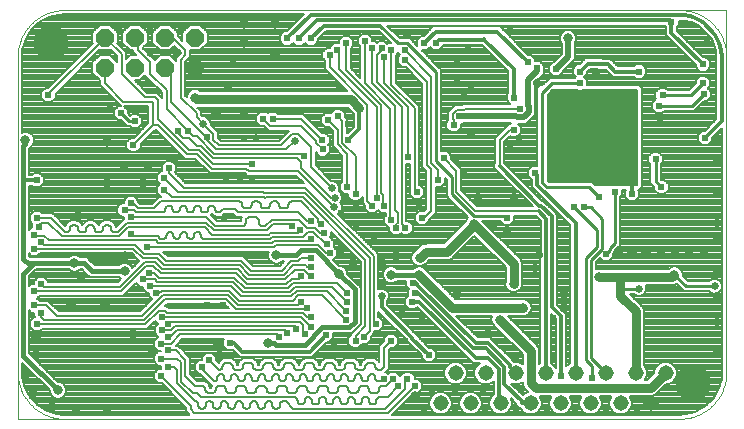
<source format=gbl>
G75*
%MOIN*%
%OFA0B0*%
%FSLAX25Y25*%
%IPPOS*%
%LPD*%
%AMOC8*
5,1,8,0,0,1.08239X$1,22.5*
%
%ADD10C,0.00000*%
%ADD11C,0.03181*%
%ADD12R,0.03181X0.03181*%
%ADD13OC8,0.06000*%
%ADD14C,0.05150*%
%ADD15C,0.02381*%
%ADD16C,0.00787*%
%ADD17C,0.02578*%
%ADD18C,0.02775*%
%ADD19C,0.01200*%
%ADD20C,0.03169*%
%ADD21C,0.01575*%
%ADD22C,0.11811*%
%ADD23C,0.00984*%
%ADD24C,0.03150*%
%ADD25C,0.01181*%
%ADD26C,0.01969*%
%ADD27C,0.00630*%
%ADD28C,0.01000*%
D10*
X0006118Y0012146D02*
X0006118Y0026320D01*
X0006118Y0027894D02*
X0006118Y0133406D01*
X0006137Y0133787D01*
X0006166Y0134168D01*
X0006204Y0134547D01*
X0006251Y0134926D01*
X0006308Y0135303D01*
X0006374Y0135679D01*
X0006449Y0136053D01*
X0006533Y0136426D01*
X0006627Y0136796D01*
X0006729Y0137163D01*
X0006841Y0137528D01*
X0006961Y0137890D01*
X0007090Y0138249D01*
X0007228Y0138605D01*
X0007374Y0138957D01*
X0007530Y0139306D01*
X0007693Y0139651D01*
X0007865Y0139991D01*
X0008046Y0140328D01*
X0008234Y0140659D01*
X0008431Y0140986D01*
X0008635Y0141309D01*
X0008848Y0141626D01*
X0009068Y0141937D01*
X0009296Y0142243D01*
X0009531Y0142544D01*
X0009773Y0142839D01*
X0010023Y0143127D01*
X0010280Y0143410D01*
X0010543Y0143686D01*
X0010813Y0143955D01*
X0011090Y0144218D01*
X0011373Y0144474D01*
X0011662Y0144723D01*
X0011957Y0144965D01*
X0012258Y0145199D01*
X0012565Y0145426D01*
X0012877Y0145646D01*
X0013195Y0145858D01*
X0013517Y0146061D01*
X0013845Y0146257D01*
X0014177Y0146445D01*
X0014514Y0146625D01*
X0014854Y0146796D01*
X0015200Y0146959D01*
X0015549Y0147113D01*
X0015901Y0147259D01*
X0016257Y0147396D01*
X0016617Y0147525D01*
X0016979Y0147644D01*
X0017344Y0147755D01*
X0017712Y0147856D01*
X0018082Y0147949D01*
X0018455Y0148032D01*
X0018829Y0148106D01*
X0019205Y0148171D01*
X0019582Y0148227D01*
X0019961Y0148274D01*
X0020341Y0148311D01*
X0020722Y0148339D01*
X0021103Y0148358D01*
X0021484Y0148367D01*
X0021866Y0148367D01*
X0227378Y0148367D01*
X0228165Y0148367D02*
X0242339Y0148367D01*
X0242339Y0134194D01*
X0242339Y0132619D02*
X0242339Y0027107D01*
X0242338Y0027107D02*
X0242319Y0026726D01*
X0242290Y0026345D01*
X0242252Y0025966D01*
X0242205Y0025587D01*
X0242148Y0025210D01*
X0242082Y0024834D01*
X0242007Y0024460D01*
X0241923Y0024087D01*
X0241829Y0023717D01*
X0241727Y0023350D01*
X0241615Y0022985D01*
X0241495Y0022623D01*
X0241366Y0022264D01*
X0241228Y0021908D01*
X0241082Y0021556D01*
X0240926Y0021207D01*
X0240763Y0020862D01*
X0240591Y0020522D01*
X0240410Y0020185D01*
X0240222Y0019854D01*
X0240025Y0019527D01*
X0239821Y0019204D01*
X0239608Y0018887D01*
X0239388Y0018576D01*
X0239160Y0018270D01*
X0238925Y0017969D01*
X0238683Y0017674D01*
X0238433Y0017386D01*
X0238176Y0017103D01*
X0237913Y0016827D01*
X0237643Y0016558D01*
X0237366Y0016295D01*
X0237083Y0016039D01*
X0236794Y0015790D01*
X0236499Y0015548D01*
X0236198Y0015314D01*
X0235891Y0015087D01*
X0235579Y0014867D01*
X0235261Y0014655D01*
X0234939Y0014452D01*
X0234611Y0014256D01*
X0234279Y0014068D01*
X0233942Y0013888D01*
X0233602Y0013717D01*
X0233256Y0013554D01*
X0232907Y0013400D01*
X0232555Y0013254D01*
X0232199Y0013117D01*
X0231839Y0012988D01*
X0231477Y0012869D01*
X0231112Y0012758D01*
X0230744Y0012657D01*
X0230374Y0012564D01*
X0230001Y0012481D01*
X0229627Y0012407D01*
X0229251Y0012342D01*
X0228874Y0012286D01*
X0228495Y0012239D01*
X0228115Y0012202D01*
X0227734Y0012174D01*
X0227353Y0012155D01*
X0226972Y0012146D01*
X0226590Y0012146D01*
X0226591Y0012146D02*
X0021079Y0012146D01*
X0006118Y0012146D01*
X0021079Y0012147D02*
X0020698Y0012166D01*
X0020317Y0012195D01*
X0019938Y0012233D01*
X0019559Y0012280D01*
X0019182Y0012337D01*
X0018806Y0012403D01*
X0018432Y0012478D01*
X0018059Y0012562D01*
X0017689Y0012656D01*
X0017322Y0012758D01*
X0016957Y0012870D01*
X0016595Y0012990D01*
X0016236Y0013119D01*
X0015880Y0013257D01*
X0015528Y0013403D01*
X0015179Y0013559D01*
X0014834Y0013722D01*
X0014494Y0013894D01*
X0014157Y0014075D01*
X0013826Y0014263D01*
X0013499Y0014460D01*
X0013176Y0014664D01*
X0012859Y0014877D01*
X0012548Y0015097D01*
X0012242Y0015325D01*
X0011941Y0015560D01*
X0011646Y0015802D01*
X0011358Y0016052D01*
X0011075Y0016309D01*
X0010799Y0016572D01*
X0010530Y0016842D01*
X0010267Y0017119D01*
X0010011Y0017402D01*
X0009762Y0017691D01*
X0009520Y0017986D01*
X0009286Y0018287D01*
X0009059Y0018594D01*
X0008839Y0018906D01*
X0008627Y0019224D01*
X0008424Y0019546D01*
X0008228Y0019874D01*
X0008040Y0020206D01*
X0007860Y0020543D01*
X0007689Y0020883D01*
X0007526Y0021229D01*
X0007372Y0021578D01*
X0007226Y0021930D01*
X0007089Y0022286D01*
X0006960Y0022646D01*
X0006841Y0023008D01*
X0006730Y0023373D01*
X0006629Y0023741D01*
X0006536Y0024111D01*
X0006453Y0024484D01*
X0006379Y0024858D01*
X0006314Y0025234D01*
X0006258Y0025611D01*
X0006211Y0025990D01*
X0006174Y0026370D01*
X0006146Y0026751D01*
X0006127Y0027132D01*
X0006118Y0027513D01*
X0006118Y0027895D01*
X0227378Y0148367D02*
X0227759Y0148348D01*
X0228140Y0148319D01*
X0228519Y0148281D01*
X0228898Y0148234D01*
X0229275Y0148177D01*
X0229651Y0148111D01*
X0230025Y0148036D01*
X0230398Y0147952D01*
X0230768Y0147858D01*
X0231135Y0147756D01*
X0231500Y0147644D01*
X0231862Y0147524D01*
X0232221Y0147395D01*
X0232577Y0147257D01*
X0232929Y0147111D01*
X0233278Y0146955D01*
X0233623Y0146792D01*
X0233963Y0146620D01*
X0234300Y0146439D01*
X0234631Y0146251D01*
X0234958Y0146054D01*
X0235281Y0145850D01*
X0235598Y0145637D01*
X0235909Y0145417D01*
X0236215Y0145189D01*
X0236516Y0144954D01*
X0236811Y0144712D01*
X0237099Y0144462D01*
X0237382Y0144205D01*
X0237658Y0143942D01*
X0237927Y0143672D01*
X0238190Y0143395D01*
X0238446Y0143112D01*
X0238695Y0142823D01*
X0238937Y0142528D01*
X0239171Y0142227D01*
X0239398Y0141920D01*
X0239618Y0141608D01*
X0239830Y0141290D01*
X0240033Y0140968D01*
X0240229Y0140640D01*
X0240417Y0140308D01*
X0240597Y0139971D01*
X0240768Y0139631D01*
X0240931Y0139285D01*
X0241085Y0138936D01*
X0241231Y0138584D01*
X0241368Y0138228D01*
X0241497Y0137868D01*
X0241616Y0137506D01*
X0241727Y0137141D01*
X0241828Y0136773D01*
X0241921Y0136403D01*
X0242004Y0136030D01*
X0242078Y0135656D01*
X0242143Y0135280D01*
X0242199Y0134903D01*
X0242246Y0134524D01*
X0242283Y0134144D01*
X0242311Y0133763D01*
X0242330Y0133382D01*
X0242339Y0133001D01*
X0242339Y0132619D01*
D11*
X0202575Y0111753D03*
X0198638Y0111753D03*
X0194701Y0111753D03*
X0194701Y0107816D03*
X0198638Y0107816D03*
X0202575Y0107816D03*
X0202575Y0103879D03*
X0198638Y0103879D03*
X0194701Y0103879D03*
X0190764Y0103879D03*
X0190764Y0107816D03*
X0190764Y0099942D03*
X0194701Y0099942D03*
X0198638Y0099942D03*
X0202575Y0099942D03*
D12*
X0190764Y0111753D03*
D13*
X0065213Y0129194D03*
X0055213Y0129194D03*
X0045213Y0129194D03*
X0035213Y0129194D03*
X0035213Y0139194D03*
X0045213Y0139194D03*
X0055213Y0139194D03*
X0065213Y0139194D03*
D14*
X0152063Y0027383D03*
X0162063Y0027383D03*
X0172063Y0027383D03*
X0182063Y0027383D03*
X0192063Y0027383D03*
X0202063Y0027383D03*
X0212063Y0027383D03*
X0222063Y0027383D03*
X0217063Y0017383D03*
X0207063Y0017383D03*
X0197063Y0017383D03*
X0187063Y0017383D03*
X0177063Y0017383D03*
X0167063Y0017383D03*
X0157063Y0017383D03*
X0147063Y0017383D03*
D15*
X0144307Y0021595D03*
X0138402Y0023170D03*
X0136039Y0025532D03*
X0133029Y0023030D03*
X0131315Y0025532D03*
X0128048Y0025354D03*
X0143126Y0033406D03*
X0135252Y0038131D03*
X0130528Y0038131D03*
X0128165Y0040493D03*
X0125582Y0043642D03*
X0121593Y0039470D03*
X0118717Y0038131D03*
X0111630Y0037638D03*
X0108981Y0039992D03*
X0103756Y0042855D03*
X0101729Y0040493D03*
X0099016Y0042068D03*
X0096035Y0040858D03*
X0093246Y0039431D03*
X0103756Y0046005D03*
X0102676Y0048986D03*
X0100606Y0051170D03*
X0100606Y0059701D03*
X0103756Y0059701D03*
X0103803Y0062682D03*
X0103756Y0065663D03*
X0110067Y0067276D03*
X0109048Y0070257D03*
X0103756Y0072206D03*
X0100353Y0074981D03*
X0097457Y0076368D03*
X0104021Y0077962D03*
X0107116Y0076986D03*
X0108135Y0074005D03*
X0113992Y0080650D03*
X0118717Y0083012D03*
X0115567Y0086162D03*
X0118717Y0086949D03*
X0115940Y0089312D03*
X0124228Y0083012D03*
X0125783Y0085674D03*
X0128165Y0083012D03*
X0125016Y0079863D03*
X0130528Y0078288D03*
X0132242Y0075786D03*
X0135361Y0075817D03*
X0140764Y0079075D03*
X0139976Y0083800D03*
X0139189Y0087737D03*
X0146276Y0091674D03*
X0148062Y0098972D03*
X0136284Y0099529D03*
X0151413Y0110159D03*
X0153362Y0112934D03*
X0154937Y0120020D03*
X0157299Y0123170D03*
X0171472Y0119233D03*
X0173606Y0115406D03*
X0171462Y0108478D03*
X0173047Y0105847D03*
X0170113Y0101910D03*
X0178559Y0094036D03*
X0191596Y0082574D03*
X0194939Y0082619D03*
X0199819Y0086162D03*
X0205115Y0087737D03*
X0210824Y0086949D03*
X0220704Y0089312D03*
X0218717Y0098760D03*
X0235252Y0105847D03*
X0220331Y0111320D03*
X0219937Y0116438D03*
X0221079Y0120020D03*
X0213205Y0127894D03*
X0193520Y0127894D03*
X0193520Y0123957D03*
X0185488Y0128761D03*
X0179230Y0128916D03*
X0176197Y0131044D03*
X0145488Y0137343D03*
X0141551Y0137343D03*
X0135213Y0134942D03*
X0135233Y0131831D03*
X0130528Y0134981D03*
X0127378Y0135768D03*
X0124228Y0135768D03*
X0121866Y0138131D03*
X0115567Y0137343D03*
X0112557Y0135120D03*
X0110055Y0133406D03*
X0103756Y0138918D03*
X0099819Y0138918D03*
X0095882Y0138918D03*
X0077772Y0130257D03*
X0058874Y0134194D03*
X0050213Y0134194D03*
X0050213Y0142855D03*
X0060449Y0142855D03*
X0039976Y0142855D03*
X0049425Y0123957D03*
X0036827Y0116871D03*
X0040516Y0113969D03*
X0045119Y0111281D03*
X0044701Y0103485D03*
X0056512Y0095611D03*
X0054937Y0092461D03*
X0054937Y0088524D03*
X0048638Y0084513D03*
X0043913Y0083985D03*
X0041718Y0081801D03*
X0043913Y0079554D03*
X0043913Y0073798D03*
X0049195Y0069396D03*
X0049882Y0060787D03*
X0047850Y0058603D03*
X0050140Y0056313D03*
X0052248Y0054205D03*
X0054150Y0046005D03*
X0056181Y0043820D03*
X0054150Y0041636D03*
X0056080Y0039350D03*
X0054010Y0037204D03*
X0056118Y0034981D03*
X0054007Y0032225D03*
X0056118Y0029272D03*
X0053953Y0026320D03*
X0067535Y0029469D03*
X0069898Y0031831D03*
X0073047Y0032978D03*
X0076984Y0037343D03*
X0074622Y0049942D03*
X0069110Y0049942D03*
X0068323Y0067212D03*
X0074838Y0066937D03*
X0074838Y0078748D03*
X0075409Y0091674D03*
X0080134Y0091674D03*
X0084071Y0091674D03*
X0084071Y0096951D03*
X0081709Y0105847D03*
X0088008Y0112146D03*
X0091139Y0112146D03*
X0107693Y0105060D03*
X0107723Y0101940D03*
X0101620Y0099775D03*
X0109189Y0107973D03*
X0109625Y0111716D03*
X0112792Y0112934D03*
X0116354Y0110571D03*
X0116354Y0105060D03*
X0113205Y0122383D03*
X0128135Y0132649D03*
X0069134Y0106162D03*
X0062811Y0108209D03*
X0059661Y0108209D03*
X0016354Y0120020D03*
X0012417Y0091674D03*
X0012417Y0079075D03*
X0013344Y0076065D03*
X0011630Y0073564D03*
X0013992Y0071023D03*
X0011630Y0068839D03*
X0013992Y0057028D03*
X0011630Y0054666D03*
X0011630Y0049942D03*
X0013992Y0047401D03*
X0012417Y0043642D03*
X0115567Y0045217D03*
X0115675Y0048198D03*
X0115783Y0051179D03*
X0115870Y0054181D03*
X0134071Y0048564D03*
X0137614Y0051182D03*
X0138686Y0054163D03*
X0137984Y0057398D03*
X0140764Y0045217D03*
X0162811Y0042068D03*
X0172260Y0032619D03*
X0184661Y0031831D03*
X0187220Y0026320D03*
X0197457Y0025748D03*
X0202181Y0014509D03*
X0191945Y0014509D03*
X0182496Y0014509D03*
X0172260Y0014509D03*
X0173835Y0021595D03*
X0161236Y0021595D03*
X0162024Y0014509D03*
X0151787Y0014509D03*
X0151787Y0021595D03*
X0141551Y0014509D03*
X0184465Y0045611D03*
X0202311Y0067135D03*
X0169110Y0079075D03*
X0141551Y0071201D03*
X0125016Y0071989D03*
X0118717Y0075926D03*
X0217142Y0029469D03*
X0212417Y0014509D03*
X0234746Y0120302D03*
X0234465Y0123957D03*
X0234465Y0130257D03*
X0224024Y0144395D03*
D16*
X0225795Y0142813D02*
X0226395Y0143413D01*
X0226395Y0144816D01*
X0228718Y0144816D01*
X0229281Y0144746D01*
X0229525Y0144502D01*
X0230105Y0144502D01*
X0230150Y0144488D01*
X0230356Y0144282D01*
X0230825Y0144282D01*
X0231321Y0144131D01*
X0231563Y0144008D01*
X0231882Y0143690D01*
X0232193Y0143690D01*
X0232818Y0143374D01*
X0233136Y0143056D01*
X0233284Y0143056D01*
X0233698Y0142748D01*
X0237246Y0139014D01*
X0237464Y0138686D01*
X0238310Y0136774D01*
X0238817Y0134746D01*
X0238976Y0132585D01*
X0238969Y0132019D01*
X0238959Y0131269D01*
X0238959Y0131268D01*
X0238976Y0131251D01*
X0238976Y0112077D01*
X0235118Y0108219D01*
X0234270Y0108219D01*
X0232880Y0106829D01*
X0232880Y0104865D01*
X0234270Y0103475D01*
X0236234Y0103475D01*
X0237624Y0104865D01*
X0237624Y0105713D01*
X0240945Y0109035D01*
X0240945Y0027151D01*
X0240758Y0025348D01*
X0239697Y0021868D01*
X0239696Y0021868D01*
X0237784Y0018774D01*
X0235146Y0016268D01*
X0231958Y0014516D01*
X0228428Y0013634D01*
X0226610Y0013540D01*
X0226599Y0013540D01*
X0226031Y0013547D01*
X0226023Y0013540D01*
X0130999Y0013540D01*
X0138257Y0020798D01*
X0139384Y0020798D01*
X0140773Y0022188D01*
X0140773Y0024152D01*
X0139384Y0025542D01*
X0138411Y0025542D01*
X0138411Y0026514D01*
X0137022Y0027904D01*
X0135057Y0027904D01*
X0133677Y0026524D01*
X0132297Y0027904D01*
X0130333Y0027904D01*
X0129592Y0027164D01*
X0129030Y0027726D01*
X0128649Y0027726D01*
X0128775Y0027852D01*
X0128818Y0027894D01*
X0129740Y0028817D01*
X0129740Y0035116D01*
X0130383Y0035759D01*
X0131510Y0035759D01*
X0132899Y0037148D01*
X0132899Y0039113D01*
X0131510Y0040502D01*
X0129545Y0040502D01*
X0128156Y0039113D01*
X0128156Y0037986D01*
X0126591Y0036421D01*
X0126591Y0030976D01*
X0126207Y0031640D01*
X0124946Y0032368D01*
X0122377Y0032368D01*
X0121115Y0031640D01*
X0121115Y0031640D01*
X0121115Y0031640D01*
X0120387Y0030378D01*
X0120387Y0030079D01*
X0120137Y0030079D01*
X0120137Y0030378D01*
X0119408Y0031640D01*
X0118147Y0032368D01*
X0115578Y0032368D01*
X0114316Y0031640D01*
X0114316Y0031640D01*
X0114316Y0031640D01*
X0113588Y0030378D01*
X0113588Y0030079D01*
X0113338Y0030079D01*
X0113338Y0030378D01*
X0112609Y0031640D01*
X0111348Y0032368D01*
X0108779Y0032368D01*
X0107517Y0031640D01*
X0106789Y0030378D01*
X0106789Y0030079D01*
X0106539Y0030079D01*
X0106539Y0030378D01*
X0105810Y0031640D01*
X0104549Y0032368D01*
X0101980Y0032368D01*
X0100718Y0031640D01*
X0100718Y0031640D01*
X0100718Y0031640D01*
X0099990Y0030378D01*
X0099990Y0030079D01*
X0099740Y0030079D01*
X0099740Y0030378D01*
X0099011Y0031640D01*
X0097750Y0032368D01*
X0095181Y0032368D01*
X0093919Y0031640D01*
X0093919Y0031640D01*
X0093919Y0031640D01*
X0093191Y0030378D01*
X0093191Y0030079D01*
X0092941Y0030079D01*
X0092941Y0030378D01*
X0092212Y0031640D01*
X0090951Y0032368D01*
X0088382Y0032368D01*
X0087120Y0031640D01*
X0087120Y0031640D01*
X0087120Y0031640D01*
X0086392Y0030378D01*
X0086392Y0030079D01*
X0086142Y0030079D01*
X0086142Y0030378D01*
X0085413Y0031640D01*
X0084152Y0032368D01*
X0081583Y0032368D01*
X0080321Y0031640D01*
X0080321Y0031640D01*
X0080321Y0031640D01*
X0079593Y0030378D01*
X0079593Y0030079D01*
X0079343Y0030079D01*
X0079343Y0030378D01*
X0078614Y0031640D01*
X0077353Y0032368D01*
X0074784Y0032368D01*
X0073522Y0031640D01*
X0073522Y0031640D01*
X0073522Y0031640D01*
X0073081Y0030875D01*
X0072269Y0031687D01*
X0072269Y0032814D01*
X0070880Y0034203D01*
X0068915Y0034203D01*
X0067526Y0032814D01*
X0067526Y0031841D01*
X0066553Y0031841D01*
X0065164Y0030452D01*
X0065164Y0028487D01*
X0066553Y0027097D01*
X0066893Y0027097D01*
X0069898Y0024092D01*
X0070773Y0023217D01*
X0070507Y0022755D01*
X0070507Y0022397D01*
X0070254Y0022397D01*
X0070254Y0022755D01*
X0069526Y0024016D01*
X0069525Y0024016D01*
X0068264Y0024745D01*
X0065826Y0024745D01*
X0063598Y0026972D01*
X0063598Y0032484D01*
X0060449Y0035633D01*
X0059526Y0036556D01*
X0058739Y0036556D01*
X0060876Y0038693D01*
X0074980Y0038693D01*
X0074613Y0038326D01*
X0074613Y0036361D01*
X0076002Y0034971D01*
X0077967Y0034971D01*
X0077998Y0035002D01*
X0079166Y0033834D01*
X0080203Y0032797D01*
X0104291Y0032797D01*
X0105329Y0033834D01*
X0109115Y0037620D01*
X0109963Y0037620D01*
X0111353Y0039010D01*
X0111353Y0040671D01*
X0117450Y0040671D01*
X0118603Y0041824D01*
X0120416Y0043637D01*
X0120416Y0056065D01*
X0119263Y0057218D01*
X0116012Y0060468D01*
X0116012Y0061000D01*
X0115591Y0062016D01*
X0114813Y0062794D01*
X0113797Y0063215D01*
X0113266Y0063215D01*
X0111313Y0065168D01*
X0112438Y0066294D01*
X0112438Y0068258D01*
X0111419Y0069277D01*
X0111419Y0071239D01*
X0110071Y0072588D01*
X0110506Y0073023D01*
X0110506Y0074458D01*
X0120435Y0064529D01*
X0120435Y0043629D01*
X0117142Y0040336D01*
X0117142Y0039910D01*
X0116345Y0039113D01*
X0116345Y0037148D01*
X0117734Y0035759D01*
X0119699Y0035759D01*
X0121039Y0037099D01*
X0122575Y0037099D01*
X0123964Y0038488D01*
X0123964Y0039615D01*
X0124050Y0039700D01*
X0124972Y0040623D01*
X0124972Y0041271D01*
X0126564Y0041271D01*
X0127953Y0042660D01*
X0127953Y0044625D01*
X0126564Y0046014D01*
X0126359Y0046014D01*
X0126359Y0047885D01*
X0135861Y0038383D01*
X0135861Y0038165D01*
X0140754Y0033272D01*
X0140754Y0032424D01*
X0142144Y0031034D01*
X0144108Y0031034D01*
X0145498Y0032424D01*
X0145498Y0034389D01*
X0144108Y0035778D01*
X0143260Y0035778D01*
X0139405Y0039633D01*
X0139405Y0039851D01*
X0129150Y0050106D01*
X0129150Y0051370D01*
X0129472Y0051692D01*
X0129848Y0052600D01*
X0129848Y0053583D01*
X0129472Y0054490D01*
X0128777Y0055185D01*
X0127869Y0055561D01*
X0126887Y0055561D01*
X0126359Y0055343D01*
X0126359Y0066983D01*
X0125437Y0067905D01*
X0112848Y0080495D01*
X0113064Y0080584D01*
X0113759Y0081279D01*
X0114135Y0082187D01*
X0114135Y0083170D01*
X0113759Y0084078D01*
X0113595Y0084242D01*
X0113809Y0084457D01*
X0114186Y0085365D01*
X0114186Y0086348D01*
X0113809Y0087256D01*
X0113115Y0087950D01*
X0113074Y0087967D01*
X0113313Y0088543D01*
X0113313Y0089526D01*
X0112937Y0090434D01*
X0112242Y0091128D01*
X0111334Y0091504D01*
X0110600Y0091504D01*
X0105379Y0096725D01*
X0105379Y0100930D01*
X0106741Y0099569D01*
X0108706Y0099569D01*
X0110095Y0100958D01*
X0110095Y0102923D01*
X0109502Y0103515D01*
X0110065Y0104077D01*
X0110065Y0106042D01*
X0108675Y0107431D01*
X0107548Y0107431D01*
X0102181Y0112799D01*
X0101259Y0113721D01*
X0092918Y0113721D01*
X0092121Y0114518D01*
X0090156Y0114518D01*
X0089573Y0113935D01*
X0088990Y0114518D01*
X0087025Y0114518D01*
X0085636Y0113129D01*
X0085636Y0111164D01*
X0087025Y0109775D01*
X0088152Y0109775D01*
X0089718Y0108209D01*
X0096413Y0108209D01*
X0093076Y0104872D01*
X0073887Y0104872D01*
X0072893Y0105866D01*
X0072893Y0107719D01*
X0070402Y0110211D01*
X0070402Y0110946D01*
X0070026Y0111853D01*
X0069331Y0112548D01*
X0068423Y0112924D01*
X0067689Y0112924D01*
X0067320Y0113293D01*
X0067320Y0114589D01*
X0066397Y0115512D01*
X0066041Y0115868D01*
X0116113Y0115868D01*
X0117689Y0114292D01*
X0117699Y0114269D01*
X0118272Y0113696D01*
X0118272Y0109482D01*
X0116220Y0107431D01*
X0115745Y0107431D01*
X0115745Y0112208D01*
X0115164Y0112789D01*
X0115164Y0113916D01*
X0113774Y0115305D01*
X0111810Y0115305D01*
X0110592Y0114088D01*
X0108642Y0114088D01*
X0107253Y0112698D01*
X0107253Y0110734D01*
X0108642Y0109344D01*
X0109769Y0109344D01*
X0111208Y0107906D01*
X0111208Y0102928D01*
X0112130Y0102005D01*
X0114365Y0099770D01*
X0114365Y0091091D01*
X0113569Y0090294D01*
X0113569Y0088329D01*
X0114958Y0086940D01*
X0116345Y0086940D01*
X0116345Y0085967D01*
X0117734Y0084578D01*
X0119699Y0084578D01*
X0121079Y0085958D01*
X0121079Y0083935D01*
X0121857Y0083157D01*
X0121857Y0082030D01*
X0123246Y0080641D01*
X0125211Y0080641D01*
X0126197Y0081627D01*
X0127183Y0080641D01*
X0128775Y0080641D01*
X0128775Y0079889D01*
X0128156Y0079270D01*
X0128156Y0077306D01*
X0129545Y0075916D01*
X0129870Y0075916D01*
X0129870Y0074804D01*
X0131259Y0073415D01*
X0133224Y0073415D01*
X0133817Y0074007D01*
X0134379Y0073445D01*
X0136344Y0073445D01*
X0137733Y0074834D01*
X0137733Y0076799D01*
X0136344Y0078188D01*
X0135674Y0078188D01*
X0135674Y0097157D01*
X0136893Y0097157D01*
X0136893Y0088795D01*
X0136817Y0088719D01*
X0136817Y0086754D01*
X0138207Y0085365D01*
X0140171Y0085365D01*
X0141561Y0086754D01*
X0141561Y0088719D01*
X0140171Y0090108D01*
X0140043Y0090108D01*
X0140043Y0116269D01*
X0132102Y0124210D01*
X0132102Y0133202D01*
X0132850Y0133950D01*
X0133424Y0133376D01*
X0132861Y0132814D01*
X0132861Y0130849D01*
X0134251Y0129460D01*
X0135378Y0129460D01*
X0141040Y0123797D01*
X0141040Y0096131D01*
X0141963Y0095208D01*
X0142339Y0094832D01*
X0142339Y0082090D01*
X0141696Y0081447D01*
X0139781Y0081447D01*
X0138392Y0080058D01*
X0138392Y0078093D01*
X0139781Y0076704D01*
X0141746Y0076704D01*
X0143135Y0078093D01*
X0143135Y0078433D01*
X0144566Y0079863D01*
X0145488Y0080785D01*
X0145488Y0089302D01*
X0147258Y0089302D01*
X0148647Y0090691D01*
X0148647Y0092448D01*
X0149060Y0092035D01*
X0149060Y0086523D01*
X0150040Y0085543D01*
X0156286Y0079297D01*
X0155742Y0078753D01*
X0155398Y0077922D01*
X0148068Y0070592D01*
X0141575Y0070592D01*
X0140562Y0070172D01*
X0138511Y0068122D01*
X0138489Y0068113D01*
X0137711Y0067335D01*
X0137290Y0066318D01*
X0137290Y0065218D01*
X0137711Y0064202D01*
X0138489Y0063424D01*
X0139505Y0063003D01*
X0140605Y0063003D01*
X0141622Y0063424D01*
X0142399Y0064202D01*
X0142409Y0064225D01*
X0143264Y0065080D01*
X0149758Y0065080D01*
X0150771Y0065500D01*
X0151546Y0066275D01*
X0158323Y0073052D01*
X0168717Y0062659D01*
X0168717Y0057601D01*
X0168707Y0057578D01*
X0168707Y0056478D01*
X0169128Y0055462D01*
X0169906Y0054684D01*
X0170922Y0054263D01*
X0172023Y0054263D01*
X0173039Y0054684D01*
X0173817Y0055462D01*
X0174238Y0056478D01*
X0174238Y0057578D01*
X0174228Y0057601D01*
X0174228Y0064349D01*
X0173809Y0065362D01*
X0160981Y0078190D01*
X0166739Y0078190D01*
X0166739Y0078093D01*
X0168128Y0076704D01*
X0170093Y0076704D01*
X0171482Y0078093D01*
X0171482Y0079774D01*
X0178905Y0079774D01*
X0180546Y0078132D01*
X0180546Y0066537D01*
X0180291Y0066282D01*
X0180291Y0030714D01*
X0179937Y0030567D01*
X0179937Y0035332D01*
X0179517Y0036345D01*
X0178742Y0037120D01*
X0169464Y0046398D01*
X0174049Y0046398D01*
X0174072Y0046389D01*
X0175172Y0046389D01*
X0176188Y0046810D01*
X0176966Y0047588D01*
X0177387Y0048604D01*
X0177387Y0049704D01*
X0176966Y0050721D01*
X0176188Y0051499D01*
X0175172Y0051920D01*
X0174072Y0051920D01*
X0174049Y0051910D01*
X0152142Y0051910D01*
X0142330Y0061721D01*
X0142321Y0061744D01*
X0141543Y0062522D01*
X0140526Y0062943D01*
X0139426Y0062943D01*
X0138410Y0062522D01*
X0138034Y0062146D01*
X0132470Y0062146D01*
X0132094Y0062522D01*
X0131078Y0062943D01*
X0129977Y0062943D01*
X0128961Y0062522D01*
X0128183Y0061744D01*
X0127762Y0060728D01*
X0127762Y0059628D01*
X0128183Y0058611D01*
X0128961Y0057833D01*
X0129977Y0057412D01*
X0131078Y0057412D01*
X0132094Y0057833D01*
X0132470Y0058209D01*
X0135612Y0058209D01*
X0135612Y0056415D01*
X0136598Y0055429D01*
X0136315Y0055146D01*
X0136315Y0053237D01*
X0135243Y0052165D01*
X0135243Y0050200D01*
X0136632Y0048811D01*
X0138597Y0048811D01*
X0139197Y0049411D01*
X0139263Y0049411D01*
X0156995Y0031679D01*
X0158033Y0030641D01*
X0160114Y0030641D01*
X0159935Y0030567D01*
X0158879Y0029510D01*
X0158307Y0028130D01*
X0158307Y0026635D01*
X0158879Y0025255D01*
X0159935Y0024198D01*
X0161316Y0023627D01*
X0162810Y0023627D01*
X0164191Y0024198D01*
X0164745Y0024753D01*
X0164745Y0020376D01*
X0163879Y0019510D01*
X0163307Y0018130D01*
X0163307Y0016635D01*
X0163879Y0015255D01*
X0164935Y0014198D01*
X0166316Y0013627D01*
X0167810Y0013627D01*
X0169191Y0014198D01*
X0170247Y0015255D01*
X0170819Y0016635D01*
X0170819Y0018130D01*
X0170389Y0019168D01*
X0172339Y0017218D01*
X0172339Y0016649D01*
X0173376Y0015611D01*
X0173731Y0015611D01*
X0173879Y0015255D01*
X0174935Y0014198D01*
X0176316Y0013627D01*
X0177810Y0013627D01*
X0179191Y0014198D01*
X0180247Y0015255D01*
X0180819Y0016635D01*
X0180819Y0018130D01*
X0180247Y0019510D01*
X0180131Y0019627D01*
X0183995Y0019627D01*
X0183879Y0019510D01*
X0183307Y0018130D01*
X0183307Y0016635D01*
X0183879Y0015255D01*
X0184935Y0014198D01*
X0186316Y0013627D01*
X0187810Y0013627D01*
X0189191Y0014198D01*
X0190247Y0015255D01*
X0190819Y0016635D01*
X0190819Y0018130D01*
X0190247Y0019510D01*
X0190131Y0019627D01*
X0193995Y0019627D01*
X0193879Y0019510D01*
X0193307Y0018130D01*
X0193307Y0016635D01*
X0193879Y0015255D01*
X0194935Y0014198D01*
X0196316Y0013627D01*
X0197810Y0013627D01*
X0199191Y0014198D01*
X0200247Y0015255D01*
X0200819Y0016635D01*
X0200819Y0018130D01*
X0200247Y0019510D01*
X0200131Y0019627D01*
X0203995Y0019627D01*
X0203879Y0019510D01*
X0203307Y0018130D01*
X0203307Y0016635D01*
X0203879Y0015255D01*
X0204935Y0014198D01*
X0206316Y0013627D01*
X0207810Y0013627D01*
X0209191Y0014198D01*
X0210247Y0015255D01*
X0210819Y0016635D01*
X0210819Y0018130D01*
X0210247Y0019510D01*
X0210131Y0019627D01*
X0217690Y0019627D01*
X0218703Y0020046D01*
X0222283Y0023627D01*
X0222810Y0023627D01*
X0224191Y0024198D01*
X0225247Y0025255D01*
X0225819Y0026635D01*
X0225819Y0028130D01*
X0225247Y0029510D01*
X0224191Y0030567D01*
X0222810Y0031138D01*
X0221316Y0031138D01*
X0219935Y0030567D01*
X0218879Y0029510D01*
X0218307Y0028130D01*
X0218307Y0027445D01*
X0216000Y0025138D01*
X0215131Y0025138D01*
X0215247Y0025255D01*
X0215819Y0026635D01*
X0215819Y0028130D01*
X0215247Y0029510D01*
X0214819Y0029938D01*
X0214819Y0048482D01*
X0214399Y0049495D01*
X0213624Y0050270D01*
X0210114Y0053780D01*
X0211385Y0053780D01*
X0211806Y0053359D01*
X0212713Y0052983D01*
X0213696Y0052983D01*
X0214604Y0053359D01*
X0215299Y0054054D01*
X0215675Y0054962D01*
X0215675Y0055945D01*
X0215389Y0056634D01*
X0224777Y0056634D01*
X0225778Y0057049D01*
X0227153Y0055674D01*
X0228133Y0054694D01*
X0236582Y0054694D01*
X0237002Y0054274D01*
X0237910Y0053897D01*
X0238893Y0053897D01*
X0239801Y0054274D01*
X0240496Y0054968D01*
X0240872Y0055876D01*
X0240872Y0056859D01*
X0240496Y0057767D01*
X0239801Y0058462D01*
X0238893Y0058838D01*
X0237910Y0058838D01*
X0237002Y0058462D01*
X0236582Y0058041D01*
X0229519Y0058041D01*
X0227781Y0059779D01*
X0227781Y0060728D01*
X0227360Y0061744D01*
X0226582Y0062522D01*
X0225566Y0062943D01*
X0224466Y0062943D01*
X0223449Y0062522D01*
X0223073Y0062146D01*
X0200392Y0062146D01*
X0200369Y0062156D01*
X0199269Y0062156D01*
X0198816Y0061968D01*
X0198816Y0064502D01*
X0200203Y0065889D01*
X0201328Y0064763D01*
X0203293Y0064763D01*
X0204682Y0066152D01*
X0204682Y0067140D01*
X0205115Y0067573D01*
X0205115Y0068214D01*
X0205808Y0068907D01*
X0206788Y0069887D01*
X0206788Y0086056D01*
X0207487Y0086754D01*
X0207487Y0088406D01*
X0208926Y0088406D01*
X0208452Y0087932D01*
X0208452Y0085967D01*
X0209841Y0084578D01*
X0211806Y0084578D01*
X0213195Y0085967D01*
X0213195Y0087932D01*
X0212721Y0088406D01*
X0213119Y0088406D01*
X0214110Y0089398D01*
X0214110Y0122296D01*
X0213119Y0123288D01*
X0195891Y0123288D01*
X0195891Y0124940D01*
X0194905Y0125926D01*
X0195891Y0126912D01*
X0195891Y0127760D01*
X0196831Y0128701D01*
X0199365Y0128701D01*
X0199581Y0128485D01*
X0202235Y0128485D01*
X0204597Y0126123D01*
X0211622Y0126123D01*
X0212222Y0125523D01*
X0214187Y0125523D01*
X0215576Y0126912D01*
X0215576Y0128877D01*
X0214187Y0130266D01*
X0212222Y0130266D01*
X0211622Y0129666D01*
X0206065Y0129666D01*
X0204740Y0130990D01*
X0203702Y0132028D01*
X0201049Y0132028D01*
X0200833Y0132244D01*
X0195364Y0132244D01*
X0193386Y0130266D01*
X0192537Y0130266D01*
X0191148Y0128877D01*
X0191148Y0126912D01*
X0192134Y0125926D01*
X0191839Y0125631D01*
X0183378Y0125631D01*
X0181035Y0123288D01*
X0180220Y0123288D01*
X0179228Y0122296D01*
X0179228Y0096408D01*
X0177577Y0096408D01*
X0176187Y0095018D01*
X0176187Y0093054D01*
X0177459Y0091782D01*
X0177459Y0089452D01*
X0190291Y0076620D01*
X0190291Y0030714D01*
X0189935Y0030567D01*
X0188992Y0029623D01*
X0188992Y0047005D01*
X0185871Y0050126D01*
X0185871Y0080338D01*
X0184833Y0081375D01*
X0181307Y0084901D01*
X0180750Y0084901D01*
X0168323Y0097329D01*
X0168323Y0104407D01*
X0170251Y0106335D01*
X0170480Y0106106D01*
X0172444Y0106106D01*
X0173834Y0107495D01*
X0173834Y0109460D01*
X0172828Y0110466D01*
X0175653Y0110466D01*
X0176921Y0111734D01*
X0178546Y0113360D01*
X0178546Y0117452D01*
X0178540Y0117459D01*
X0179228Y0117459D01*
X0178540Y0117459D02*
X0178540Y0124291D01*
X0181395Y0127147D01*
X0181395Y0127728D01*
X0181602Y0127934D01*
X0181602Y0129899D01*
X0180212Y0131288D01*
X0178568Y0131288D01*
X0178568Y0132026D01*
X0177179Y0133416D01*
X0176331Y0133416D01*
X0167811Y0141936D01*
X0166773Y0142973D01*
X0144676Y0142973D01*
X0141417Y0139715D01*
X0140569Y0139715D01*
X0139180Y0138326D01*
X0139180Y0136569D01*
X0137713Y0138036D01*
X0136732Y0139016D01*
X0133583Y0139016D01*
X0129376Y0143223D01*
X0221841Y0143223D01*
X0222252Y0142813D01*
X0222252Y0139964D01*
X0232093Y0130123D01*
X0232093Y0129274D01*
X0233482Y0127885D01*
X0235447Y0127885D01*
X0236836Y0129274D01*
X0236836Y0131239D01*
X0235447Y0132628D01*
X0234598Y0132628D01*
X0225795Y0141431D01*
X0225795Y0142813D01*
X0225795Y0142608D02*
X0233831Y0142608D01*
X0234578Y0141822D02*
X0225795Y0141822D01*
X0226191Y0141036D02*
X0235324Y0141036D01*
X0236071Y0140250D02*
X0226976Y0140250D01*
X0227762Y0139464D02*
X0236818Y0139464D01*
X0237468Y0138678D02*
X0228548Y0138678D01*
X0229334Y0137892D02*
X0237815Y0137892D01*
X0238163Y0137106D02*
X0230120Y0137106D01*
X0230906Y0136321D02*
X0238423Y0136321D01*
X0238620Y0135535D02*
X0231692Y0135535D01*
X0232478Y0134749D02*
X0238816Y0134749D01*
X0238874Y0133963D02*
X0233264Y0133963D01*
X0234050Y0133177D02*
X0238932Y0133177D01*
X0238973Y0132391D02*
X0235684Y0132391D01*
X0236470Y0131605D02*
X0238963Y0131605D01*
X0238959Y0131268D02*
X0238959Y0131268D01*
X0238976Y0130819D02*
X0236836Y0130819D01*
X0236836Y0130033D02*
X0238976Y0130033D01*
X0238976Y0129247D02*
X0236809Y0129247D01*
X0236023Y0128461D02*
X0238976Y0128461D01*
X0238976Y0127675D02*
X0215576Y0127675D01*
X0215554Y0126890D02*
X0238976Y0126890D01*
X0238976Y0126104D02*
X0235672Y0126104D01*
X0235447Y0126329D02*
X0233482Y0126329D01*
X0232093Y0124940D01*
X0232093Y0123952D01*
X0229834Y0121694D01*
X0222760Y0121694D01*
X0222061Y0122392D01*
X0220096Y0122392D01*
X0218707Y0121003D01*
X0218707Y0119038D01*
X0218945Y0118800D01*
X0217565Y0117420D01*
X0217565Y0115455D01*
X0218955Y0114066D01*
X0220919Y0114066D01*
X0221618Y0114764D01*
X0231575Y0114764D01*
X0234741Y0117931D01*
X0235729Y0117931D01*
X0237118Y0119320D01*
X0237118Y0121285D01*
X0236132Y0122271D01*
X0236836Y0122975D01*
X0236836Y0124940D01*
X0235447Y0126329D01*
X0236458Y0125318D02*
X0238976Y0125318D01*
X0238976Y0124532D02*
X0236836Y0124532D01*
X0236836Y0123746D02*
X0238976Y0123746D01*
X0238976Y0122960D02*
X0236821Y0122960D01*
X0236228Y0122174D02*
X0238976Y0122174D01*
X0238976Y0121388D02*
X0237014Y0121388D01*
X0237118Y0120602D02*
X0238976Y0120602D01*
X0238976Y0119816D02*
X0237118Y0119816D01*
X0236829Y0119030D02*
X0238976Y0119030D01*
X0238976Y0118245D02*
X0236043Y0118245D01*
X0234269Y0117459D02*
X0238976Y0117459D01*
X0238976Y0116673D02*
X0233483Y0116673D01*
X0232697Y0115887D02*
X0238976Y0115887D01*
X0238976Y0115101D02*
X0231911Y0115101D01*
X0238976Y0114315D02*
X0221168Y0114315D01*
X0218706Y0114315D02*
X0214110Y0114315D01*
X0214110Y0115101D02*
X0217920Y0115101D01*
X0217565Y0115887D02*
X0214110Y0115887D01*
X0214110Y0116673D02*
X0217565Y0116673D01*
X0217604Y0117459D02*
X0214110Y0117459D01*
X0214110Y0118245D02*
X0218390Y0118245D01*
X0218715Y0119030D02*
X0214110Y0119030D01*
X0214110Y0119816D02*
X0218707Y0119816D01*
X0218707Y0120602D02*
X0214110Y0120602D01*
X0214110Y0121388D02*
X0219093Y0121388D01*
X0219879Y0122174D02*
X0214110Y0122174D01*
X0213447Y0122960D02*
X0231101Y0122960D01*
X0231887Y0123746D02*
X0195891Y0123746D01*
X0195891Y0124532D02*
X0232093Y0124532D01*
X0232471Y0125318D02*
X0195513Y0125318D01*
X0195083Y0126104D02*
X0211641Y0126104D01*
X0214768Y0126104D02*
X0233257Y0126104D01*
X0232906Y0128461D02*
X0215576Y0128461D01*
X0215206Y0129247D02*
X0232120Y0129247D01*
X0232093Y0130033D02*
X0214420Y0130033D01*
X0211990Y0130033D02*
X0205697Y0130033D01*
X0204911Y0130819D02*
X0231396Y0130819D01*
X0230611Y0131605D02*
X0204125Y0131605D01*
X0202258Y0128461D02*
X0196592Y0128461D01*
X0195891Y0127675D02*
X0203044Y0127675D01*
X0203830Y0126890D02*
X0195869Y0126890D01*
X0191956Y0126104D02*
X0180353Y0126104D01*
X0181138Y0126890D02*
X0184005Y0126890D01*
X0184505Y0126390D02*
X0186470Y0126390D01*
X0187859Y0127779D01*
X0187859Y0128071D01*
X0191748Y0131959D01*
X0191748Y0137173D01*
X0191927Y0137352D01*
X0192348Y0138368D01*
X0192348Y0139468D01*
X0191927Y0140484D01*
X0191149Y0141262D01*
X0190133Y0141683D01*
X0189033Y0141683D01*
X0188016Y0141262D01*
X0187238Y0140484D01*
X0186817Y0139468D01*
X0186817Y0138368D01*
X0187238Y0137352D01*
X0187417Y0137173D01*
X0187417Y0133753D01*
X0184797Y0131133D01*
X0184505Y0131133D01*
X0183116Y0129744D01*
X0183116Y0127779D01*
X0184505Y0126390D01*
X0183065Y0125318D02*
X0179567Y0125318D01*
X0178781Y0124532D02*
X0182279Y0124532D01*
X0181493Y0123746D02*
X0178540Y0123746D01*
X0178540Y0122960D02*
X0179892Y0122960D01*
X0179228Y0122174D02*
X0178540Y0122174D01*
X0178540Y0121388D02*
X0179228Y0121388D01*
X0179228Y0120602D02*
X0178540Y0120602D01*
X0178540Y0119816D02*
X0179228Y0119816D01*
X0179228Y0119030D02*
X0178540Y0119030D01*
X0178540Y0118245D02*
X0179228Y0118245D01*
X0179228Y0116673D02*
X0178546Y0116673D01*
X0178546Y0115887D02*
X0179228Y0115887D01*
X0179228Y0115101D02*
X0178546Y0115101D01*
X0178546Y0114315D02*
X0179228Y0114315D01*
X0179228Y0113529D02*
X0178546Y0113529D01*
X0177930Y0112743D02*
X0179228Y0112743D01*
X0179228Y0111957D02*
X0177144Y0111957D01*
X0176358Y0111171D02*
X0179228Y0111171D01*
X0179228Y0110385D02*
X0172908Y0110385D01*
X0173694Y0109599D02*
X0179228Y0109599D01*
X0179228Y0108814D02*
X0173834Y0108814D01*
X0173834Y0108028D02*
X0179228Y0108028D01*
X0179228Y0107242D02*
X0173580Y0107242D01*
X0172794Y0106456D02*
X0179228Y0106456D01*
X0179228Y0105670D02*
X0169585Y0105670D01*
X0168799Y0104884D02*
X0179228Y0104884D01*
X0179228Y0104098D02*
X0168323Y0104098D01*
X0168323Y0103312D02*
X0179228Y0103312D01*
X0179228Y0102526D02*
X0168323Y0102526D01*
X0168323Y0101740D02*
X0179228Y0101740D01*
X0179228Y0100954D02*
X0168323Y0100954D01*
X0168323Y0100169D02*
X0179228Y0100169D01*
X0179228Y0099383D02*
X0168323Y0099383D01*
X0168323Y0098597D02*
X0179228Y0098597D01*
X0179228Y0097811D02*
X0168323Y0097811D01*
X0168627Y0097025D02*
X0179228Y0097025D01*
X0177408Y0096239D02*
X0169413Y0096239D01*
X0170199Y0095453D02*
X0176622Y0095453D01*
X0176187Y0094667D02*
X0170985Y0094667D01*
X0171771Y0093881D02*
X0176187Y0093881D01*
X0176187Y0093095D02*
X0172556Y0093095D01*
X0173342Y0092309D02*
X0176932Y0092309D01*
X0177459Y0091523D02*
X0174128Y0091523D01*
X0174914Y0090738D02*
X0177459Y0090738D01*
X0177459Y0089952D02*
X0175700Y0089952D01*
X0176486Y0089166D02*
X0177746Y0089166D01*
X0177272Y0088380D02*
X0178532Y0088380D01*
X0178058Y0087594D02*
X0179317Y0087594D01*
X0178844Y0086808D02*
X0180103Y0086808D01*
X0179630Y0086022D02*
X0180889Y0086022D01*
X0180416Y0085236D02*
X0181675Y0085236D01*
X0181758Y0084450D02*
X0182461Y0084450D01*
X0182544Y0083664D02*
X0183247Y0083664D01*
X0183330Y0082878D02*
X0184033Y0082878D01*
X0184116Y0082093D02*
X0184819Y0082093D01*
X0184902Y0081307D02*
X0185605Y0081307D01*
X0185688Y0080521D02*
X0186391Y0080521D01*
X0185871Y0079735D02*
X0187177Y0079735D01*
X0187962Y0078949D02*
X0185871Y0078949D01*
X0185871Y0078163D02*
X0188748Y0078163D01*
X0189534Y0077377D02*
X0185871Y0077377D01*
X0185871Y0076591D02*
X0190291Y0076591D01*
X0190291Y0075805D02*
X0185871Y0075805D01*
X0185871Y0075019D02*
X0190291Y0075019D01*
X0190291Y0074233D02*
X0185871Y0074233D01*
X0185871Y0073448D02*
X0190291Y0073448D01*
X0190291Y0072662D02*
X0185871Y0072662D01*
X0185871Y0071876D02*
X0190291Y0071876D01*
X0190291Y0071090D02*
X0185871Y0071090D01*
X0185871Y0070304D02*
X0190291Y0070304D01*
X0190291Y0069518D02*
X0185871Y0069518D01*
X0185871Y0068732D02*
X0190291Y0068732D01*
X0190291Y0067946D02*
X0185871Y0067946D01*
X0185871Y0067160D02*
X0190291Y0067160D01*
X0190291Y0066374D02*
X0185871Y0066374D01*
X0185871Y0065588D02*
X0190291Y0065588D01*
X0190291Y0064802D02*
X0185871Y0064802D01*
X0185871Y0064017D02*
X0190291Y0064017D01*
X0190291Y0063231D02*
X0185871Y0063231D01*
X0185871Y0062445D02*
X0190291Y0062445D01*
X0190291Y0061659D02*
X0185871Y0061659D01*
X0185871Y0060873D02*
X0190291Y0060873D01*
X0190291Y0060087D02*
X0185871Y0060087D01*
X0185871Y0059301D02*
X0190291Y0059301D01*
X0190291Y0058515D02*
X0185871Y0058515D01*
X0185871Y0057729D02*
X0190291Y0057729D01*
X0190291Y0056943D02*
X0185871Y0056943D01*
X0185871Y0056157D02*
X0190291Y0056157D01*
X0190291Y0055372D02*
X0185871Y0055372D01*
X0185871Y0054586D02*
X0190291Y0054586D01*
X0190291Y0053800D02*
X0185871Y0053800D01*
X0185871Y0053014D02*
X0190291Y0053014D01*
X0190291Y0052228D02*
X0185871Y0052228D01*
X0185871Y0051442D02*
X0190291Y0051442D01*
X0190291Y0050656D02*
X0185871Y0050656D01*
X0186127Y0049870D02*
X0190291Y0049870D01*
X0190291Y0049084D02*
X0186913Y0049084D01*
X0187699Y0048298D02*
X0190291Y0048298D01*
X0190291Y0047512D02*
X0188484Y0047512D01*
X0188992Y0046726D02*
X0190291Y0046726D01*
X0190291Y0045941D02*
X0188992Y0045941D01*
X0188992Y0045155D02*
X0190291Y0045155D01*
X0190291Y0044369D02*
X0188992Y0044369D01*
X0188992Y0043583D02*
X0190291Y0043583D01*
X0190291Y0042797D02*
X0188992Y0042797D01*
X0188992Y0042011D02*
X0190291Y0042011D01*
X0190291Y0041225D02*
X0188992Y0041225D01*
X0188992Y0040439D02*
X0190291Y0040439D01*
X0190291Y0039653D02*
X0188992Y0039653D01*
X0188992Y0038867D02*
X0190291Y0038867D01*
X0190291Y0038081D02*
X0188992Y0038081D01*
X0188992Y0037296D02*
X0190291Y0037296D01*
X0190291Y0036510D02*
X0188992Y0036510D01*
X0188992Y0035724D02*
X0190291Y0035724D01*
X0190291Y0034938D02*
X0188992Y0034938D01*
X0188992Y0034152D02*
X0190291Y0034152D01*
X0190291Y0033366D02*
X0188992Y0033366D01*
X0188992Y0032580D02*
X0190291Y0032580D01*
X0190291Y0031794D02*
X0188992Y0031794D01*
X0188992Y0031008D02*
X0190291Y0031008D01*
X0189591Y0030222D02*
X0188992Y0030222D01*
X0185449Y0030222D02*
X0184535Y0030222D01*
X0184191Y0030567D02*
X0183835Y0030714D01*
X0183835Y0047151D01*
X0185449Y0045537D01*
X0185449Y0029023D01*
X0185247Y0029510D01*
X0184191Y0030567D01*
X0183835Y0031008D02*
X0185449Y0031008D01*
X0185449Y0031794D02*
X0183835Y0031794D01*
X0183835Y0032580D02*
X0185449Y0032580D01*
X0185449Y0033366D02*
X0183835Y0033366D01*
X0183835Y0034152D02*
X0185449Y0034152D01*
X0185449Y0034938D02*
X0183835Y0034938D01*
X0183835Y0035724D02*
X0185449Y0035724D01*
X0185449Y0036510D02*
X0183835Y0036510D01*
X0183835Y0037296D02*
X0185449Y0037296D01*
X0185449Y0038081D02*
X0183835Y0038081D01*
X0183835Y0038867D02*
X0185449Y0038867D01*
X0185449Y0039653D02*
X0183835Y0039653D01*
X0183835Y0040439D02*
X0185449Y0040439D01*
X0185449Y0041225D02*
X0183835Y0041225D01*
X0183835Y0042011D02*
X0185449Y0042011D01*
X0185449Y0042797D02*
X0183835Y0042797D01*
X0183835Y0043583D02*
X0185449Y0043583D01*
X0185449Y0044369D02*
X0183835Y0044369D01*
X0183835Y0045155D02*
X0185449Y0045155D01*
X0185045Y0045941D02*
X0183835Y0045941D01*
X0183835Y0046726D02*
X0184259Y0046726D01*
X0180291Y0046726D02*
X0175987Y0046726D01*
X0176891Y0047512D02*
X0180291Y0047512D01*
X0180291Y0048298D02*
X0177261Y0048298D01*
X0177387Y0049084D02*
X0180291Y0049084D01*
X0180291Y0049870D02*
X0177319Y0049870D01*
X0176993Y0050656D02*
X0180291Y0050656D01*
X0180291Y0051442D02*
X0176245Y0051442D01*
X0180291Y0052228D02*
X0151824Y0052228D01*
X0151038Y0053014D02*
X0180291Y0053014D01*
X0180291Y0053800D02*
X0150252Y0053800D01*
X0149466Y0054586D02*
X0170143Y0054586D01*
X0169218Y0055372D02*
X0148680Y0055372D01*
X0147894Y0056157D02*
X0168840Y0056157D01*
X0168707Y0056943D02*
X0147108Y0056943D01*
X0146322Y0057729D02*
X0168717Y0057729D01*
X0168717Y0058515D02*
X0145536Y0058515D01*
X0144751Y0059301D02*
X0168717Y0059301D01*
X0168717Y0060087D02*
X0143965Y0060087D01*
X0143179Y0060873D02*
X0168717Y0060873D01*
X0168717Y0061659D02*
X0142393Y0061659D01*
X0141620Y0062445D02*
X0168717Y0062445D01*
X0168145Y0063231D02*
X0141155Y0063231D01*
X0142214Y0064017D02*
X0167359Y0064017D01*
X0166573Y0064802D02*
X0142987Y0064802D01*
X0138955Y0063231D02*
X0126359Y0063231D01*
X0126359Y0064017D02*
X0137896Y0064017D01*
X0137462Y0064802D02*
X0126359Y0064802D01*
X0126359Y0065588D02*
X0137290Y0065588D01*
X0137313Y0066374D02*
X0126359Y0066374D01*
X0126182Y0067160D02*
X0137638Y0067160D01*
X0138322Y0067946D02*
X0125396Y0067946D01*
X0124610Y0068732D02*
X0139121Y0068732D01*
X0139907Y0069518D02*
X0123825Y0069518D01*
X0123039Y0070304D02*
X0140879Y0070304D01*
X0136346Y0073448D02*
X0150923Y0073448D01*
X0151709Y0074233D02*
X0137132Y0074233D01*
X0137733Y0075019D02*
X0152495Y0075019D01*
X0153281Y0075805D02*
X0137733Y0075805D01*
X0137733Y0076591D02*
X0154067Y0076591D01*
X0154853Y0077377D02*
X0142419Y0077377D01*
X0143135Y0078163D02*
X0155498Y0078163D01*
X0155938Y0078949D02*
X0143652Y0078949D01*
X0144438Y0079735D02*
X0155848Y0079735D01*
X0155062Y0080521D02*
X0145224Y0080521D01*
X0145488Y0081307D02*
X0154277Y0081307D01*
X0153491Y0082093D02*
X0145488Y0082093D01*
X0145488Y0082878D02*
X0152705Y0082878D01*
X0151919Y0083664D02*
X0145488Y0083664D01*
X0145488Y0084450D02*
X0151133Y0084450D01*
X0150347Y0085236D02*
X0145488Y0085236D01*
X0145488Y0086022D02*
X0149561Y0086022D01*
X0150040Y0085543D02*
X0150040Y0085543D01*
X0149060Y0086808D02*
X0145488Y0086808D01*
X0145488Y0087594D02*
X0149060Y0087594D01*
X0149060Y0088380D02*
X0145488Y0088380D01*
X0145488Y0089166D02*
X0149060Y0089166D01*
X0149060Y0089952D02*
X0147907Y0089952D01*
X0148647Y0090738D02*
X0149060Y0090738D01*
X0149060Y0091523D02*
X0148647Y0091523D01*
X0148647Y0092309D02*
X0148786Y0092309D01*
X0146276Y0091674D02*
X0146276Y0095084D01*
X0144002Y0097358D01*
X0144002Y0126152D01*
X0135213Y0134942D01*
X0137856Y0137892D02*
X0139180Y0137892D01*
X0139180Y0137106D02*
X0138642Y0137106D01*
X0139532Y0138678D02*
X0137071Y0138678D01*
X0140318Y0139464D02*
X0133135Y0139464D01*
X0132349Y0140250D02*
X0141953Y0140250D01*
X0142739Y0141036D02*
X0131563Y0141036D01*
X0130777Y0141822D02*
X0143524Y0141822D01*
X0144310Y0142608D02*
X0129991Y0142608D01*
X0127616Y0140250D02*
X0123101Y0140250D01*
X0122849Y0140502D02*
X0124238Y0139113D01*
X0124238Y0138140D01*
X0125211Y0138140D01*
X0125803Y0137548D01*
X0126396Y0138140D01*
X0128360Y0138140D01*
X0129346Y0137154D01*
X0129545Y0137353D01*
X0130514Y0137353D01*
X0126424Y0141442D01*
X0108786Y0141442D01*
X0106128Y0138784D01*
X0106128Y0137936D01*
X0104738Y0136546D01*
X0102774Y0136546D01*
X0101787Y0137532D01*
X0100801Y0136546D01*
X0098837Y0136546D01*
X0097850Y0137532D01*
X0096864Y0136546D01*
X0094900Y0136546D01*
X0093510Y0137936D01*
X0093510Y0139900D01*
X0094900Y0141290D01*
X0095748Y0141290D01*
X0101432Y0146973D01*
X0022433Y0146973D01*
X0022426Y0146966D01*
X0021857Y0146973D01*
X0021847Y0146973D01*
X0020028Y0146879D01*
X0016499Y0145997D01*
X0013310Y0144245D01*
X0010673Y0141739D01*
X0008760Y0138645D01*
X0007698Y0135165D01*
X0007512Y0133362D01*
X0007512Y0107560D01*
X0008152Y0107825D01*
X0009252Y0107825D01*
X0010269Y0107404D01*
X0011047Y0106626D01*
X0011468Y0105610D01*
X0011468Y0104510D01*
X0011047Y0103493D01*
X0010671Y0103117D01*
X0010671Y0102892D01*
X0009874Y0102095D01*
X0009874Y0093407D01*
X0010796Y0093407D01*
X0011435Y0094045D01*
X0013400Y0094045D01*
X0014789Y0092656D01*
X0014789Y0090691D01*
X0013400Y0089302D01*
X0011435Y0089302D01*
X0010874Y0089863D01*
X0009874Y0089863D01*
X0009874Y0075162D01*
X0010648Y0075935D01*
X0010973Y0075935D01*
X0010973Y0077048D01*
X0011032Y0077107D01*
X0010046Y0078093D01*
X0010046Y0080058D01*
X0011435Y0081447D01*
X0013400Y0081447D01*
X0014197Y0080650D01*
X0017794Y0080650D01*
X0021994Y0076450D01*
X0022635Y0077560D01*
X0022635Y0077560D01*
X0023896Y0078288D01*
X0025821Y0078288D01*
X0027083Y0077560D01*
X0027083Y0077560D01*
X0027083Y0077560D01*
X0027614Y0076639D01*
X0028145Y0077560D01*
X0028145Y0077560D01*
X0028145Y0077560D01*
X0029407Y0078288D01*
X0031332Y0078288D01*
X0032593Y0077560D01*
X0032593Y0077560D01*
X0032593Y0077560D01*
X0033125Y0076639D01*
X0033656Y0077560D01*
X0033656Y0077560D01*
X0034918Y0078288D01*
X0034918Y0078288D01*
X0036843Y0078288D01*
X0038104Y0077560D01*
X0038104Y0077560D01*
X0038104Y0077560D01*
X0038833Y0076298D01*
X0038833Y0075996D01*
X0040859Y0078022D01*
X0041542Y0078705D01*
X0041542Y0079429D01*
X0040735Y0079429D01*
X0039346Y0080819D01*
X0039346Y0082783D01*
X0040735Y0084173D01*
X0041542Y0084173D01*
X0041542Y0084968D01*
X0042931Y0086357D01*
X0044896Y0086357D01*
X0046285Y0084968D01*
X0046285Y0084461D01*
X0046842Y0083904D01*
X0051025Y0083904D01*
X0052390Y0085269D01*
X0053313Y0086191D01*
X0053916Y0086191D01*
X0052565Y0087542D01*
X0052565Y0089507D01*
X0053551Y0090493D01*
X0052565Y0091479D01*
X0052565Y0093444D01*
X0053955Y0094833D01*
X0054140Y0094833D01*
X0054140Y0096593D01*
X0055529Y0097983D01*
X0057494Y0097983D01*
X0058883Y0096593D01*
X0058883Y0094628D01*
X0058515Y0094260D01*
X0062076Y0090699D01*
X0086645Y0090699D01*
X0086645Y0090699D01*
X0101417Y0090699D01*
X0098925Y0093192D01*
X0082514Y0093192D01*
X0081717Y0093989D01*
X0070106Y0093989D01*
X0069183Y0094911D01*
X0069183Y0094911D01*
X0065346Y0098748D01*
X0061845Y0098748D01*
X0060922Y0099670D01*
X0060922Y0099670D01*
X0052183Y0108409D01*
X0051852Y0108409D01*
X0047072Y0103629D01*
X0047072Y0102502D01*
X0045683Y0101113D01*
X0043718Y0101113D01*
X0042329Y0102502D01*
X0042329Y0104467D01*
X0043718Y0105857D01*
X0044845Y0105857D01*
X0049625Y0110636D01*
X0049625Y0116283D01*
X0041556Y0116283D01*
X0042887Y0114952D01*
X0042887Y0113964D01*
X0043668Y0113184D01*
X0044137Y0113653D01*
X0046101Y0113653D01*
X0047491Y0112263D01*
X0047491Y0110299D01*
X0046101Y0108909D01*
X0044137Y0108909D01*
X0043438Y0109608D01*
X0042511Y0109608D01*
X0040521Y0111598D01*
X0039533Y0111598D01*
X0038144Y0112987D01*
X0038144Y0114952D01*
X0039533Y0116341D01*
X0040641Y0116341D01*
X0034600Y0122383D01*
X0033677Y0123305D01*
X0033677Y0125012D01*
X0033481Y0125012D01*
X0031031Y0127462D01*
X0031031Y0130925D01*
X0033481Y0133375D01*
X0036944Y0133375D01*
X0039189Y0131130D01*
X0039189Y0132990D01*
X0037056Y0135124D01*
X0036944Y0135012D01*
X0033481Y0135012D01*
X0033370Y0135124D01*
X0018726Y0120480D01*
X0018726Y0119038D01*
X0017337Y0117649D01*
X0015372Y0117649D01*
X0013983Y0119038D01*
X0013983Y0121003D01*
X0015372Y0122392D01*
X0016184Y0122392D01*
X0031143Y0137351D01*
X0031031Y0137462D01*
X0031031Y0140925D01*
X0033481Y0143375D01*
X0036944Y0143375D01*
X0039394Y0140925D01*
X0039394Y0137462D01*
X0039283Y0137351D01*
X0042339Y0134295D01*
X0042339Y0132232D01*
X0043481Y0133375D01*
X0045655Y0133375D01*
X0044701Y0134329D01*
X0044701Y0135012D01*
X0043481Y0135012D01*
X0041031Y0137462D01*
X0041031Y0140925D01*
X0043481Y0143375D01*
X0046944Y0143375D01*
X0049394Y0140925D01*
X0049394Y0137462D01*
X0047850Y0135918D01*
X0047850Y0135633D01*
X0051787Y0131696D01*
X0051787Y0131681D01*
X0053481Y0133375D01*
X0056944Y0133375D01*
X0058874Y0131445D01*
X0058874Y0132484D01*
X0060449Y0134058D01*
X0060449Y0134329D01*
X0058355Y0136423D01*
X0056944Y0135012D01*
X0053481Y0135012D01*
X0051031Y0137462D01*
X0051031Y0140925D01*
X0053481Y0143375D01*
X0056944Y0143375D01*
X0059394Y0140925D01*
X0059394Y0139838D01*
X0061031Y0138200D01*
X0061031Y0140925D01*
X0063481Y0143375D01*
X0066944Y0143375D01*
X0069394Y0140925D01*
X0069394Y0137462D01*
X0066944Y0135012D01*
X0063598Y0135012D01*
X0063598Y0132754D01*
X0062676Y0131831D01*
X0062024Y0131179D01*
X0062024Y0119885D01*
X0062408Y0119501D01*
X0062408Y0119783D01*
X0062829Y0120799D01*
X0063607Y0121577D01*
X0064623Y0121998D01*
X0065723Y0121998D01*
X0066740Y0121577D01*
X0066938Y0121379D01*
X0115918Y0121379D01*
X0108480Y0128817D01*
X0108480Y0131627D01*
X0107683Y0132424D01*
X0107683Y0134389D01*
X0109073Y0135778D01*
X0110185Y0135778D01*
X0110185Y0136103D01*
X0111574Y0137492D01*
X0113195Y0137492D01*
X0113195Y0138326D01*
X0114585Y0139715D01*
X0116549Y0139715D01*
X0117939Y0138326D01*
X0117939Y0136361D01*
X0117142Y0135564D01*
X0117142Y0128934D01*
X0120291Y0125784D01*
X0120291Y0136351D01*
X0119494Y0137148D01*
X0119494Y0139113D01*
X0120884Y0140502D01*
X0122849Y0140502D01*
X0123887Y0139464D02*
X0128402Y0139464D01*
X0129188Y0138678D02*
X0124238Y0138678D01*
X0125458Y0137892D02*
X0126148Y0137892D01*
X0127378Y0135768D02*
X0127378Y0134981D01*
X0125803Y0133406D01*
X0125803Y0124345D01*
X0134099Y0116049D01*
X0134099Y0077079D01*
X0135361Y0075817D01*
X0137155Y0077377D02*
X0139108Y0077377D01*
X0138392Y0078163D02*
X0136369Y0078163D01*
X0135674Y0078949D02*
X0138392Y0078949D01*
X0138392Y0079735D02*
X0135674Y0079735D01*
X0135674Y0080521D02*
X0138855Y0080521D01*
X0139641Y0081307D02*
X0135674Y0081307D01*
X0135674Y0082093D02*
X0142339Y0082093D01*
X0142339Y0082878D02*
X0135674Y0082878D01*
X0135674Y0083664D02*
X0142339Y0083664D01*
X0142339Y0084450D02*
X0135674Y0084450D01*
X0135674Y0085236D02*
X0142339Y0085236D01*
X0142339Y0086022D02*
X0140828Y0086022D01*
X0141561Y0086808D02*
X0142339Y0086808D01*
X0142339Y0087594D02*
X0141561Y0087594D01*
X0141561Y0088380D02*
X0142339Y0088380D01*
X0142339Y0089166D02*
X0141114Y0089166D01*
X0140328Y0089952D02*
X0142339Y0089952D01*
X0142339Y0090738D02*
X0140043Y0090738D01*
X0140043Y0091523D02*
X0142339Y0091523D01*
X0142339Y0092309D02*
X0140043Y0092309D01*
X0140043Y0093095D02*
X0142339Y0093095D01*
X0142339Y0093881D02*
X0140043Y0093881D01*
X0140043Y0094667D02*
X0142339Y0094667D01*
X0141718Y0095453D02*
X0140043Y0095453D01*
X0140043Y0096239D02*
X0141040Y0096239D01*
X0141040Y0097025D02*
X0140043Y0097025D01*
X0140043Y0097811D02*
X0141040Y0097811D01*
X0141040Y0098597D02*
X0140043Y0098597D01*
X0140043Y0099383D02*
X0141040Y0099383D01*
X0141040Y0100169D02*
X0140043Y0100169D01*
X0140043Y0100954D02*
X0141040Y0100954D01*
X0141040Y0101740D02*
X0140043Y0101740D01*
X0140043Y0102526D02*
X0141040Y0102526D01*
X0141040Y0103312D02*
X0140043Y0103312D01*
X0140043Y0104098D02*
X0141040Y0104098D01*
X0141040Y0104884D02*
X0140043Y0104884D01*
X0140043Y0105670D02*
X0141040Y0105670D01*
X0141040Y0106456D02*
X0140043Y0106456D01*
X0140043Y0107242D02*
X0141040Y0107242D01*
X0141040Y0108028D02*
X0140043Y0108028D01*
X0140043Y0108814D02*
X0141040Y0108814D01*
X0141040Y0109599D02*
X0140043Y0109599D01*
X0140043Y0110385D02*
X0141040Y0110385D01*
X0141040Y0111171D02*
X0140043Y0111171D01*
X0140043Y0111957D02*
X0141040Y0111957D01*
X0141040Y0112743D02*
X0140043Y0112743D01*
X0140043Y0113529D02*
X0141040Y0113529D01*
X0141040Y0114315D02*
X0140043Y0114315D01*
X0140043Y0115101D02*
X0141040Y0115101D01*
X0141040Y0115887D02*
X0140043Y0115887D01*
X0139639Y0116673D02*
X0141040Y0116673D01*
X0141040Y0117459D02*
X0138853Y0117459D01*
X0138067Y0118245D02*
X0141040Y0118245D01*
X0141040Y0119030D02*
X0137281Y0119030D01*
X0136496Y0119816D02*
X0141040Y0119816D01*
X0141040Y0120602D02*
X0135710Y0120602D01*
X0134924Y0121388D02*
X0141040Y0121388D01*
X0141040Y0122174D02*
X0134138Y0122174D01*
X0133352Y0122960D02*
X0141040Y0122960D01*
X0141040Y0123746D02*
X0132566Y0123746D01*
X0132102Y0124532D02*
X0140305Y0124532D01*
X0139520Y0125318D02*
X0132102Y0125318D01*
X0132102Y0126104D02*
X0138734Y0126104D01*
X0137948Y0126890D02*
X0132102Y0126890D01*
X0132102Y0127675D02*
X0137162Y0127675D01*
X0136376Y0128461D02*
X0132102Y0128461D01*
X0132102Y0129247D02*
X0135590Y0129247D01*
X0133677Y0130033D02*
X0132102Y0130033D01*
X0132102Y0130819D02*
X0132891Y0130819D01*
X0132861Y0131605D02*
X0132102Y0131605D01*
X0132102Y0132391D02*
X0132861Y0132391D01*
X0133225Y0133177D02*
X0132102Y0133177D01*
X0135233Y0131831D02*
X0142615Y0124449D01*
X0142615Y0096783D01*
X0143913Y0095484D01*
X0143913Y0081438D01*
X0141551Y0079075D01*
X0140764Y0079075D01*
X0137550Y0086022D02*
X0135674Y0086022D01*
X0135674Y0086808D02*
X0136817Y0086808D01*
X0136817Y0087594D02*
X0135674Y0087594D01*
X0135674Y0088380D02*
X0136817Y0088380D01*
X0136893Y0089166D02*
X0135674Y0089166D01*
X0135674Y0089952D02*
X0136893Y0089952D01*
X0136893Y0090738D02*
X0135674Y0090738D01*
X0135674Y0091523D02*
X0136893Y0091523D01*
X0136893Y0092309D02*
X0135674Y0092309D01*
X0135674Y0093095D02*
X0136893Y0093095D01*
X0136893Y0093881D02*
X0135674Y0093881D01*
X0135674Y0094667D02*
X0136893Y0094667D01*
X0136893Y0095453D02*
X0135674Y0095453D01*
X0135674Y0096239D02*
X0136893Y0096239D01*
X0136893Y0097025D02*
X0135674Y0097025D01*
X0136284Y0099529D02*
X0136284Y0108026D01*
X0136217Y0108092D01*
X0136217Y0115905D01*
X0128165Y0123957D01*
X0128165Y0132619D01*
X0128135Y0132649D01*
X0130528Y0134981D02*
X0130528Y0123557D01*
X0138468Y0115617D01*
X0138468Y0088458D01*
X0139189Y0087737D01*
X0132712Y0080828D02*
X0131737Y0081803D01*
X0131737Y0116449D01*
X0124228Y0123957D01*
X0124228Y0135768D01*
X0121866Y0138131D02*
X0121866Y0123945D01*
X0130350Y0115461D01*
X0130350Y0078466D01*
X0130528Y0078288D01*
X0132242Y0076913D02*
X0132242Y0075786D01*
X0132242Y0076913D02*
X0132712Y0077383D01*
X0132712Y0080828D01*
X0128775Y0080521D02*
X0112911Y0080521D01*
X0113608Y0079735D02*
X0128620Y0079735D01*
X0128156Y0078949D02*
X0114394Y0078949D01*
X0115180Y0078163D02*
X0128156Y0078163D01*
X0128156Y0077377D02*
X0115965Y0077377D01*
X0116751Y0076591D02*
X0128870Y0076591D01*
X0129870Y0075805D02*
X0117537Y0075805D01*
X0118323Y0075019D02*
X0129870Y0075019D01*
X0130441Y0074233D02*
X0119109Y0074233D01*
X0119895Y0073448D02*
X0131227Y0073448D01*
X0133257Y0073448D02*
X0134376Y0073448D01*
X0124785Y0066331D02*
X0124785Y0044439D01*
X0125582Y0043642D01*
X0127953Y0043583D02*
X0130662Y0043583D01*
X0131448Y0042797D02*
X0127953Y0042797D01*
X0127304Y0042011D02*
X0132233Y0042011D01*
X0133019Y0041225D02*
X0124972Y0041225D01*
X0124789Y0040439D02*
X0129482Y0040439D01*
X0128696Y0039653D02*
X0124003Y0039653D01*
X0123964Y0038867D02*
X0128156Y0038867D01*
X0128156Y0038081D02*
X0123558Y0038081D01*
X0122772Y0037296D02*
X0127465Y0037296D01*
X0126680Y0036510D02*
X0120450Y0036510D01*
X0118717Y0038131D02*
X0118717Y0039683D01*
X0122010Y0042977D01*
X0122010Y0065181D01*
X0101187Y0086004D01*
X0088792Y0086004D01*
X0088647Y0085858D01*
X0088501Y0086004D01*
X0057457Y0086004D01*
X0054937Y0088524D01*
X0053299Y0086808D02*
X0009874Y0086808D01*
X0009874Y0086022D02*
X0042596Y0086022D01*
X0041810Y0085236D02*
X0009874Y0085236D01*
X0009874Y0084450D02*
X0041542Y0084450D01*
X0040227Y0083664D02*
X0009874Y0083664D01*
X0009874Y0082878D02*
X0039441Y0082878D01*
X0039346Y0082093D02*
X0009874Y0082093D01*
X0009874Y0081307D02*
X0011295Y0081307D01*
X0010509Y0080521D02*
X0009874Y0080521D01*
X0009874Y0079735D02*
X0010046Y0079735D01*
X0010046Y0078949D02*
X0009874Y0078949D01*
X0009874Y0078163D02*
X0010046Y0078163D01*
X0009874Y0077377D02*
X0010762Y0077377D01*
X0010973Y0076591D02*
X0009874Y0076591D01*
X0009874Y0075805D02*
X0010518Y0075805D01*
X0013344Y0076065D02*
X0013344Y0076853D01*
X0013992Y0077501D01*
X0016354Y0077501D01*
X0020854Y0073001D01*
X0040028Y0073001D01*
X0043009Y0075983D01*
X0068430Y0075983D01*
X0070854Y0073559D01*
X0089726Y0073559D01*
X0090351Y0074184D01*
X0099445Y0074184D01*
X0100242Y0074981D01*
X0100353Y0074981D01*
X0101257Y0072797D02*
X0093225Y0072797D01*
X0093225Y0072797D01*
X0090926Y0072797D01*
X0090300Y0072171D01*
X0068323Y0072171D01*
X0068256Y0072173D01*
X0068190Y0072179D01*
X0068124Y0072188D01*
X0068059Y0072202D01*
X0067995Y0072219D01*
X0067932Y0072240D01*
X0067870Y0072265D01*
X0067810Y0072293D01*
X0067751Y0072324D01*
X0067694Y0072359D01*
X0067640Y0072397D01*
X0067588Y0072439D01*
X0067538Y0072483D01*
X0067491Y0072530D01*
X0067447Y0072580D01*
X0067405Y0072632D01*
X0067367Y0072686D01*
X0067332Y0072743D01*
X0067301Y0072802D01*
X0067273Y0072862D01*
X0067248Y0072924D01*
X0067227Y0072987D01*
X0067210Y0073051D01*
X0067196Y0073116D01*
X0067187Y0073182D01*
X0067181Y0073248D01*
X0067179Y0073315D01*
X0067177Y0073382D01*
X0067171Y0073448D01*
X0067162Y0073514D01*
X0067148Y0073579D01*
X0067131Y0073643D01*
X0067110Y0073706D01*
X0067085Y0073768D01*
X0067057Y0073828D01*
X0067026Y0073887D01*
X0066991Y0073944D01*
X0066953Y0073998D01*
X0066911Y0074050D01*
X0066867Y0074100D01*
X0066820Y0074147D01*
X0066770Y0074191D01*
X0066718Y0074233D01*
X0066664Y0074271D01*
X0066607Y0074306D01*
X0066548Y0074337D01*
X0066488Y0074365D01*
X0066426Y0074390D01*
X0066363Y0074411D01*
X0066299Y0074428D01*
X0066234Y0074442D01*
X0066168Y0074451D01*
X0066102Y0074457D01*
X0066035Y0074459D01*
X0066026Y0074459D01*
X0065959Y0074457D01*
X0065893Y0074451D01*
X0065827Y0074442D01*
X0065762Y0074428D01*
X0065698Y0074411D01*
X0065635Y0074390D01*
X0065573Y0074365D01*
X0065513Y0074337D01*
X0065454Y0074306D01*
X0065397Y0074271D01*
X0065343Y0074233D01*
X0065291Y0074191D01*
X0065241Y0074147D01*
X0065194Y0074100D01*
X0065150Y0074050D01*
X0065108Y0073998D01*
X0065070Y0073944D01*
X0065035Y0073887D01*
X0065004Y0073828D01*
X0064976Y0073768D01*
X0064951Y0073706D01*
X0064930Y0073643D01*
X0064913Y0073579D01*
X0064899Y0073514D01*
X0064890Y0073448D01*
X0064884Y0073382D01*
X0064882Y0073315D01*
X0064880Y0073248D01*
X0064874Y0073182D01*
X0064865Y0073116D01*
X0064851Y0073051D01*
X0064834Y0072987D01*
X0064813Y0072924D01*
X0064788Y0072862D01*
X0064760Y0072802D01*
X0064729Y0072743D01*
X0064694Y0072686D01*
X0064656Y0072632D01*
X0064614Y0072580D01*
X0064570Y0072530D01*
X0064523Y0072483D01*
X0064473Y0072439D01*
X0064421Y0072397D01*
X0064367Y0072359D01*
X0064310Y0072324D01*
X0064251Y0072293D01*
X0064191Y0072265D01*
X0064129Y0072240D01*
X0064066Y0072219D01*
X0064002Y0072202D01*
X0063937Y0072188D01*
X0063871Y0072179D01*
X0063805Y0072173D01*
X0063738Y0072171D01*
X0063729Y0072171D01*
X0063662Y0072173D01*
X0063596Y0072179D01*
X0063530Y0072188D01*
X0063465Y0072202D01*
X0063401Y0072219D01*
X0063338Y0072240D01*
X0063276Y0072265D01*
X0063216Y0072293D01*
X0063157Y0072324D01*
X0063100Y0072359D01*
X0063046Y0072397D01*
X0062994Y0072439D01*
X0062944Y0072483D01*
X0062897Y0072530D01*
X0062853Y0072580D01*
X0062811Y0072632D01*
X0062773Y0072686D01*
X0062738Y0072743D01*
X0062707Y0072802D01*
X0062679Y0072862D01*
X0062654Y0072924D01*
X0062633Y0072987D01*
X0062616Y0073051D01*
X0062602Y0073116D01*
X0062593Y0073182D01*
X0062587Y0073248D01*
X0062585Y0073315D01*
X0062583Y0073382D01*
X0062577Y0073448D01*
X0062568Y0073514D01*
X0062554Y0073579D01*
X0062537Y0073643D01*
X0062516Y0073706D01*
X0062491Y0073768D01*
X0062463Y0073828D01*
X0062432Y0073887D01*
X0062397Y0073944D01*
X0062359Y0073998D01*
X0062317Y0074050D01*
X0062273Y0074100D01*
X0062226Y0074147D01*
X0062176Y0074191D01*
X0062124Y0074233D01*
X0062070Y0074271D01*
X0062013Y0074306D01*
X0061954Y0074337D01*
X0061894Y0074365D01*
X0061832Y0074390D01*
X0061769Y0074411D01*
X0061705Y0074428D01*
X0061640Y0074442D01*
X0061574Y0074451D01*
X0061508Y0074457D01*
X0061441Y0074459D01*
X0061432Y0074459D01*
X0061365Y0074457D01*
X0061299Y0074451D01*
X0061233Y0074442D01*
X0061168Y0074428D01*
X0061104Y0074411D01*
X0061041Y0074390D01*
X0060979Y0074365D01*
X0060919Y0074337D01*
X0060860Y0074306D01*
X0060803Y0074271D01*
X0060749Y0074233D01*
X0060697Y0074191D01*
X0060647Y0074147D01*
X0060600Y0074100D01*
X0060556Y0074050D01*
X0060514Y0073998D01*
X0060476Y0073944D01*
X0060441Y0073887D01*
X0060410Y0073828D01*
X0060382Y0073768D01*
X0060357Y0073706D01*
X0060336Y0073643D01*
X0060319Y0073579D01*
X0060305Y0073514D01*
X0060296Y0073448D01*
X0060290Y0073382D01*
X0060288Y0073315D01*
X0060286Y0073248D01*
X0060280Y0073182D01*
X0060271Y0073116D01*
X0060257Y0073051D01*
X0060240Y0072987D01*
X0060219Y0072924D01*
X0060194Y0072862D01*
X0060166Y0072802D01*
X0060135Y0072743D01*
X0060100Y0072686D01*
X0060062Y0072632D01*
X0060020Y0072580D01*
X0059976Y0072530D01*
X0059929Y0072483D01*
X0059879Y0072439D01*
X0059827Y0072397D01*
X0059773Y0072359D01*
X0059716Y0072324D01*
X0059657Y0072293D01*
X0059597Y0072265D01*
X0059535Y0072240D01*
X0059472Y0072219D01*
X0059408Y0072202D01*
X0059343Y0072188D01*
X0059277Y0072179D01*
X0059211Y0072173D01*
X0059144Y0072171D01*
X0059135Y0072171D01*
X0059068Y0072173D01*
X0059002Y0072179D01*
X0058936Y0072188D01*
X0058871Y0072202D01*
X0058807Y0072219D01*
X0058744Y0072240D01*
X0058682Y0072265D01*
X0058622Y0072293D01*
X0058563Y0072324D01*
X0058506Y0072359D01*
X0058452Y0072397D01*
X0058400Y0072439D01*
X0058350Y0072483D01*
X0058303Y0072530D01*
X0058259Y0072580D01*
X0058217Y0072632D01*
X0058179Y0072686D01*
X0058144Y0072743D01*
X0058113Y0072802D01*
X0058085Y0072862D01*
X0058060Y0072924D01*
X0058039Y0072987D01*
X0058022Y0073051D01*
X0058008Y0073116D01*
X0057999Y0073182D01*
X0057993Y0073248D01*
X0057991Y0073315D01*
X0057992Y0073315D02*
X0057990Y0073382D01*
X0057984Y0073448D01*
X0057975Y0073514D01*
X0057961Y0073579D01*
X0057944Y0073643D01*
X0057923Y0073706D01*
X0057898Y0073768D01*
X0057870Y0073828D01*
X0057839Y0073887D01*
X0057804Y0073944D01*
X0057766Y0073998D01*
X0057724Y0074050D01*
X0057680Y0074100D01*
X0057633Y0074147D01*
X0057583Y0074191D01*
X0057531Y0074233D01*
X0057477Y0074271D01*
X0057420Y0074306D01*
X0057361Y0074337D01*
X0057301Y0074365D01*
X0057239Y0074390D01*
X0057176Y0074411D01*
X0057112Y0074428D01*
X0057047Y0074442D01*
X0056981Y0074451D01*
X0056915Y0074457D01*
X0056848Y0074459D01*
X0056838Y0074459D01*
X0056771Y0074457D01*
X0056705Y0074451D01*
X0056639Y0074442D01*
X0056574Y0074428D01*
X0056510Y0074411D01*
X0056447Y0074390D01*
X0056385Y0074365D01*
X0056325Y0074337D01*
X0056266Y0074306D01*
X0056209Y0074271D01*
X0056155Y0074233D01*
X0056103Y0074191D01*
X0056053Y0074147D01*
X0056006Y0074100D01*
X0055962Y0074050D01*
X0055920Y0073998D01*
X0055882Y0073944D01*
X0055847Y0073887D01*
X0055816Y0073828D01*
X0055788Y0073768D01*
X0055763Y0073706D01*
X0055742Y0073643D01*
X0055725Y0073579D01*
X0055711Y0073514D01*
X0055702Y0073448D01*
X0055696Y0073382D01*
X0055694Y0073315D01*
X0055695Y0073315D02*
X0055693Y0073248D01*
X0055687Y0073182D01*
X0055678Y0073116D01*
X0055664Y0073051D01*
X0055647Y0072987D01*
X0055626Y0072924D01*
X0055601Y0072862D01*
X0055573Y0072802D01*
X0055542Y0072743D01*
X0055507Y0072686D01*
X0055469Y0072632D01*
X0055427Y0072580D01*
X0055383Y0072530D01*
X0055336Y0072483D01*
X0055286Y0072439D01*
X0055234Y0072397D01*
X0055180Y0072359D01*
X0055123Y0072324D01*
X0055064Y0072293D01*
X0055004Y0072265D01*
X0054942Y0072240D01*
X0054879Y0072219D01*
X0054815Y0072202D01*
X0054750Y0072188D01*
X0054684Y0072179D01*
X0054618Y0072173D01*
X0054551Y0072171D01*
X0053567Y0072171D01*
X0052737Y0073001D01*
X0044710Y0073001D01*
X0043913Y0073798D01*
X0042434Y0077370D02*
X0069005Y0077370D01*
X0071429Y0074946D01*
X0089151Y0074946D01*
X0091370Y0077165D01*
X0096660Y0077165D01*
X0097457Y0076368D01*
X0099870Y0078553D02*
X0090796Y0078553D01*
X0088638Y0076395D01*
X0087708Y0076395D01*
X0087641Y0076397D01*
X0087575Y0076403D01*
X0087509Y0076412D01*
X0087444Y0076426D01*
X0087380Y0076443D01*
X0087317Y0076464D01*
X0087255Y0076489D01*
X0087195Y0076517D01*
X0087136Y0076548D01*
X0087079Y0076583D01*
X0087025Y0076621D01*
X0086973Y0076663D01*
X0086923Y0076707D01*
X0086876Y0076754D01*
X0086832Y0076804D01*
X0086790Y0076856D01*
X0086752Y0076910D01*
X0086717Y0076967D01*
X0086686Y0077026D01*
X0086658Y0077086D01*
X0086633Y0077148D01*
X0086612Y0077211D01*
X0086595Y0077275D01*
X0086581Y0077340D01*
X0086572Y0077406D01*
X0086566Y0077472D01*
X0086564Y0077539D01*
X0086564Y0078149D01*
X0086562Y0078216D01*
X0086556Y0078282D01*
X0086547Y0078348D01*
X0086533Y0078413D01*
X0086516Y0078477D01*
X0086495Y0078540D01*
X0086470Y0078602D01*
X0086442Y0078662D01*
X0086411Y0078721D01*
X0086376Y0078778D01*
X0086338Y0078832D01*
X0086296Y0078884D01*
X0086252Y0078934D01*
X0086205Y0078981D01*
X0086155Y0079025D01*
X0086103Y0079067D01*
X0086049Y0079105D01*
X0085992Y0079140D01*
X0085933Y0079171D01*
X0085873Y0079199D01*
X0085811Y0079224D01*
X0085748Y0079245D01*
X0085684Y0079262D01*
X0085619Y0079276D01*
X0085553Y0079285D01*
X0085487Y0079291D01*
X0085420Y0079293D01*
X0083209Y0079293D01*
X0083142Y0079291D01*
X0083076Y0079285D01*
X0083010Y0079276D01*
X0082945Y0079262D01*
X0082881Y0079245D01*
X0082818Y0079224D01*
X0082756Y0079199D01*
X0082696Y0079171D01*
X0082637Y0079140D01*
X0082580Y0079105D01*
X0082526Y0079067D01*
X0082474Y0079025D01*
X0082424Y0078981D01*
X0082377Y0078934D01*
X0082333Y0078884D01*
X0082291Y0078832D01*
X0082253Y0078778D01*
X0082218Y0078721D01*
X0082187Y0078662D01*
X0082159Y0078602D01*
X0082134Y0078540D01*
X0082113Y0078477D01*
X0082096Y0078413D01*
X0082082Y0078348D01*
X0082073Y0078282D01*
X0082067Y0078216D01*
X0082065Y0078149D01*
X0082065Y0077539D01*
X0082063Y0077472D01*
X0082057Y0077406D01*
X0082048Y0077340D01*
X0082034Y0077275D01*
X0082017Y0077211D01*
X0081996Y0077148D01*
X0081971Y0077086D01*
X0081943Y0077026D01*
X0081912Y0076967D01*
X0081877Y0076910D01*
X0081839Y0076856D01*
X0081797Y0076804D01*
X0081753Y0076754D01*
X0081706Y0076707D01*
X0081656Y0076663D01*
X0081604Y0076621D01*
X0081550Y0076583D01*
X0081493Y0076548D01*
X0081434Y0076517D01*
X0081374Y0076489D01*
X0081312Y0076464D01*
X0081249Y0076443D01*
X0081185Y0076426D01*
X0081120Y0076412D01*
X0081054Y0076403D01*
X0080988Y0076397D01*
X0080921Y0076395D01*
X0071942Y0076395D01*
X0068782Y0079554D01*
X0043913Y0079554D01*
X0045615Y0080942D02*
X0054209Y0080942D01*
X0054209Y0080941D02*
X0054276Y0080943D01*
X0054342Y0080949D01*
X0054408Y0080958D01*
X0054473Y0080972D01*
X0054537Y0080989D01*
X0054600Y0081010D01*
X0054662Y0081035D01*
X0054722Y0081063D01*
X0054781Y0081094D01*
X0054838Y0081129D01*
X0054892Y0081167D01*
X0054944Y0081209D01*
X0054994Y0081253D01*
X0055041Y0081300D01*
X0055085Y0081350D01*
X0055127Y0081402D01*
X0055165Y0081456D01*
X0055200Y0081513D01*
X0055231Y0081572D01*
X0055259Y0081632D01*
X0055284Y0081694D01*
X0055305Y0081757D01*
X0055322Y0081821D01*
X0055336Y0081886D01*
X0055345Y0081952D01*
X0055351Y0082018D01*
X0055353Y0082085D01*
X0055352Y0082085D02*
X0055354Y0082152D01*
X0055360Y0082218D01*
X0055369Y0082284D01*
X0055383Y0082349D01*
X0055400Y0082413D01*
X0055421Y0082476D01*
X0055446Y0082538D01*
X0055474Y0082598D01*
X0055505Y0082657D01*
X0055540Y0082714D01*
X0055578Y0082768D01*
X0055620Y0082820D01*
X0055664Y0082870D01*
X0055711Y0082917D01*
X0055761Y0082961D01*
X0055813Y0083003D01*
X0055867Y0083041D01*
X0055924Y0083076D01*
X0055983Y0083107D01*
X0056043Y0083135D01*
X0056105Y0083160D01*
X0056168Y0083181D01*
X0056232Y0083198D01*
X0056297Y0083212D01*
X0056363Y0083221D01*
X0056429Y0083227D01*
X0056496Y0083229D01*
X0056573Y0083229D01*
X0056640Y0083227D01*
X0056706Y0083221D01*
X0056772Y0083212D01*
X0056837Y0083198D01*
X0056901Y0083181D01*
X0056964Y0083160D01*
X0057026Y0083135D01*
X0057086Y0083107D01*
X0057145Y0083076D01*
X0057202Y0083041D01*
X0057256Y0083003D01*
X0057308Y0082961D01*
X0057358Y0082917D01*
X0057405Y0082870D01*
X0057449Y0082820D01*
X0057491Y0082768D01*
X0057529Y0082714D01*
X0057564Y0082657D01*
X0057595Y0082598D01*
X0057623Y0082538D01*
X0057648Y0082476D01*
X0057669Y0082413D01*
X0057686Y0082349D01*
X0057700Y0082284D01*
X0057709Y0082218D01*
X0057715Y0082152D01*
X0057717Y0082085D01*
X0057716Y0082085D02*
X0057718Y0082018D01*
X0057724Y0081952D01*
X0057733Y0081886D01*
X0057747Y0081821D01*
X0057764Y0081757D01*
X0057785Y0081694D01*
X0057810Y0081632D01*
X0057838Y0081572D01*
X0057869Y0081513D01*
X0057904Y0081456D01*
X0057942Y0081402D01*
X0057984Y0081350D01*
X0058028Y0081300D01*
X0058075Y0081253D01*
X0058125Y0081209D01*
X0058177Y0081167D01*
X0058231Y0081129D01*
X0058288Y0081094D01*
X0058347Y0081063D01*
X0058407Y0081035D01*
X0058469Y0081010D01*
X0058532Y0080989D01*
X0058596Y0080972D01*
X0058661Y0080958D01*
X0058727Y0080949D01*
X0058793Y0080943D01*
X0058860Y0080941D01*
X0058860Y0080942D02*
X0058938Y0080942D01*
X0058938Y0080941D02*
X0059005Y0080943D01*
X0059071Y0080949D01*
X0059137Y0080958D01*
X0059202Y0080972D01*
X0059266Y0080989D01*
X0059329Y0081010D01*
X0059391Y0081035D01*
X0059451Y0081063D01*
X0059510Y0081094D01*
X0059567Y0081129D01*
X0059621Y0081167D01*
X0059673Y0081209D01*
X0059723Y0081253D01*
X0059770Y0081300D01*
X0059814Y0081350D01*
X0059856Y0081402D01*
X0059894Y0081456D01*
X0059929Y0081513D01*
X0059960Y0081572D01*
X0059988Y0081632D01*
X0060013Y0081694D01*
X0060034Y0081757D01*
X0060051Y0081821D01*
X0060065Y0081886D01*
X0060074Y0081952D01*
X0060080Y0082018D01*
X0060082Y0082085D01*
X0060081Y0082085D02*
X0060083Y0082152D01*
X0060089Y0082218D01*
X0060098Y0082284D01*
X0060112Y0082349D01*
X0060129Y0082413D01*
X0060150Y0082476D01*
X0060175Y0082538D01*
X0060203Y0082598D01*
X0060234Y0082657D01*
X0060269Y0082714D01*
X0060307Y0082768D01*
X0060349Y0082820D01*
X0060393Y0082870D01*
X0060440Y0082917D01*
X0060490Y0082961D01*
X0060542Y0083003D01*
X0060596Y0083041D01*
X0060653Y0083076D01*
X0060712Y0083107D01*
X0060772Y0083135D01*
X0060834Y0083160D01*
X0060897Y0083181D01*
X0060961Y0083198D01*
X0061026Y0083212D01*
X0061092Y0083221D01*
X0061158Y0083227D01*
X0061225Y0083229D01*
X0061302Y0083229D01*
X0061369Y0083227D01*
X0061435Y0083221D01*
X0061501Y0083212D01*
X0061566Y0083198D01*
X0061630Y0083181D01*
X0061693Y0083160D01*
X0061755Y0083135D01*
X0061815Y0083107D01*
X0061874Y0083076D01*
X0061931Y0083041D01*
X0061985Y0083003D01*
X0062037Y0082961D01*
X0062087Y0082917D01*
X0062134Y0082870D01*
X0062178Y0082820D01*
X0062220Y0082768D01*
X0062258Y0082714D01*
X0062293Y0082657D01*
X0062324Y0082598D01*
X0062352Y0082538D01*
X0062377Y0082476D01*
X0062398Y0082413D01*
X0062415Y0082349D01*
X0062429Y0082284D01*
X0062438Y0082218D01*
X0062444Y0082152D01*
X0062446Y0082085D01*
X0062445Y0082085D02*
X0062447Y0082018D01*
X0062453Y0081952D01*
X0062462Y0081886D01*
X0062476Y0081821D01*
X0062493Y0081757D01*
X0062514Y0081694D01*
X0062539Y0081632D01*
X0062567Y0081572D01*
X0062598Y0081513D01*
X0062633Y0081456D01*
X0062671Y0081402D01*
X0062713Y0081350D01*
X0062757Y0081300D01*
X0062804Y0081253D01*
X0062854Y0081209D01*
X0062906Y0081167D01*
X0062960Y0081129D01*
X0063017Y0081094D01*
X0063076Y0081063D01*
X0063136Y0081035D01*
X0063198Y0081010D01*
X0063261Y0080989D01*
X0063325Y0080972D01*
X0063390Y0080958D01*
X0063456Y0080949D01*
X0063522Y0080943D01*
X0063589Y0080941D01*
X0063589Y0080942D02*
X0063666Y0080942D01*
X0063666Y0080941D02*
X0063733Y0080943D01*
X0063799Y0080949D01*
X0063865Y0080958D01*
X0063930Y0080972D01*
X0063994Y0080989D01*
X0064057Y0081010D01*
X0064119Y0081035D01*
X0064179Y0081063D01*
X0064238Y0081094D01*
X0064295Y0081129D01*
X0064349Y0081167D01*
X0064401Y0081209D01*
X0064451Y0081253D01*
X0064498Y0081300D01*
X0064542Y0081350D01*
X0064584Y0081402D01*
X0064622Y0081456D01*
X0064657Y0081513D01*
X0064688Y0081572D01*
X0064716Y0081632D01*
X0064741Y0081694D01*
X0064762Y0081757D01*
X0064779Y0081821D01*
X0064793Y0081886D01*
X0064802Y0081952D01*
X0064808Y0082018D01*
X0064810Y0082085D01*
X0064812Y0082152D01*
X0064818Y0082218D01*
X0064827Y0082284D01*
X0064841Y0082349D01*
X0064858Y0082413D01*
X0064879Y0082476D01*
X0064904Y0082538D01*
X0064932Y0082598D01*
X0064963Y0082657D01*
X0064998Y0082714D01*
X0065036Y0082768D01*
X0065078Y0082820D01*
X0065122Y0082870D01*
X0065169Y0082917D01*
X0065219Y0082961D01*
X0065271Y0083003D01*
X0065325Y0083041D01*
X0065382Y0083076D01*
X0065441Y0083107D01*
X0065501Y0083135D01*
X0065563Y0083160D01*
X0065626Y0083181D01*
X0065690Y0083198D01*
X0065755Y0083212D01*
X0065821Y0083221D01*
X0065887Y0083227D01*
X0065954Y0083229D01*
X0066031Y0083229D01*
X0066098Y0083227D01*
X0066164Y0083221D01*
X0066230Y0083212D01*
X0066295Y0083198D01*
X0066359Y0083181D01*
X0066422Y0083160D01*
X0066484Y0083135D01*
X0066544Y0083107D01*
X0066603Y0083076D01*
X0066660Y0083041D01*
X0066714Y0083003D01*
X0066766Y0082961D01*
X0066816Y0082917D01*
X0066863Y0082870D01*
X0066907Y0082820D01*
X0066949Y0082768D01*
X0066987Y0082714D01*
X0067022Y0082657D01*
X0067053Y0082598D01*
X0067081Y0082538D01*
X0067106Y0082476D01*
X0067127Y0082413D01*
X0067144Y0082349D01*
X0067158Y0082284D01*
X0067167Y0082218D01*
X0067173Y0082152D01*
X0067175Y0082085D01*
X0067174Y0082085D02*
X0067176Y0082018D01*
X0067182Y0081952D01*
X0067191Y0081886D01*
X0067205Y0081821D01*
X0067222Y0081757D01*
X0067243Y0081694D01*
X0067268Y0081632D01*
X0067296Y0081572D01*
X0067327Y0081513D01*
X0067362Y0081456D01*
X0067400Y0081402D01*
X0067442Y0081350D01*
X0067486Y0081300D01*
X0067533Y0081253D01*
X0067583Y0081209D01*
X0067635Y0081167D01*
X0067689Y0081129D01*
X0067746Y0081094D01*
X0067805Y0081063D01*
X0067865Y0081035D01*
X0067927Y0081010D01*
X0067990Y0080989D01*
X0068054Y0080972D01*
X0068119Y0080958D01*
X0068185Y0080949D01*
X0068251Y0080943D01*
X0068318Y0080941D01*
X0068318Y0080942D02*
X0068395Y0080942D01*
X0068395Y0080941D02*
X0068462Y0080943D01*
X0068528Y0080949D01*
X0068594Y0080958D01*
X0068659Y0080972D01*
X0068723Y0080989D01*
X0068786Y0081010D01*
X0068848Y0081035D01*
X0068908Y0081063D01*
X0068967Y0081094D01*
X0069024Y0081129D01*
X0069078Y0081167D01*
X0069130Y0081209D01*
X0069180Y0081253D01*
X0069227Y0081300D01*
X0069271Y0081350D01*
X0069313Y0081402D01*
X0069351Y0081456D01*
X0069386Y0081513D01*
X0069417Y0081572D01*
X0069445Y0081632D01*
X0069470Y0081694D01*
X0069491Y0081757D01*
X0069508Y0081821D01*
X0069522Y0081886D01*
X0069531Y0081952D01*
X0069537Y0082018D01*
X0069539Y0082085D01*
X0069541Y0082152D01*
X0069547Y0082218D01*
X0069556Y0082284D01*
X0069570Y0082349D01*
X0069587Y0082413D01*
X0069608Y0082476D01*
X0069633Y0082538D01*
X0069661Y0082598D01*
X0069692Y0082657D01*
X0069727Y0082714D01*
X0069765Y0082768D01*
X0069807Y0082820D01*
X0069851Y0082870D01*
X0069898Y0082917D01*
X0069948Y0082961D01*
X0070000Y0083003D01*
X0070054Y0083041D01*
X0070111Y0083076D01*
X0070170Y0083107D01*
X0070230Y0083135D01*
X0070292Y0083160D01*
X0070355Y0083181D01*
X0070419Y0083198D01*
X0070484Y0083212D01*
X0070550Y0083221D01*
X0070616Y0083227D01*
X0070683Y0083229D01*
X0070760Y0083229D01*
X0070827Y0083227D01*
X0070893Y0083221D01*
X0070959Y0083212D01*
X0071024Y0083198D01*
X0071088Y0083181D01*
X0071151Y0083160D01*
X0071213Y0083135D01*
X0071273Y0083107D01*
X0071332Y0083076D01*
X0071389Y0083041D01*
X0071443Y0083003D01*
X0071495Y0082961D01*
X0071545Y0082917D01*
X0071592Y0082870D01*
X0071636Y0082820D01*
X0071678Y0082768D01*
X0071716Y0082714D01*
X0071751Y0082657D01*
X0071782Y0082598D01*
X0071810Y0082538D01*
X0071835Y0082476D01*
X0071856Y0082413D01*
X0071873Y0082349D01*
X0071887Y0082284D01*
X0071896Y0082218D01*
X0071902Y0082152D01*
X0071904Y0082085D01*
X0071903Y0082085D02*
X0071905Y0082018D01*
X0071911Y0081952D01*
X0071920Y0081886D01*
X0071934Y0081821D01*
X0071951Y0081757D01*
X0071972Y0081694D01*
X0071997Y0081632D01*
X0072025Y0081572D01*
X0072056Y0081513D01*
X0072091Y0081456D01*
X0072129Y0081402D01*
X0072171Y0081350D01*
X0072215Y0081300D01*
X0072262Y0081253D01*
X0072312Y0081209D01*
X0072364Y0081167D01*
X0072418Y0081129D01*
X0072475Y0081094D01*
X0072534Y0081063D01*
X0072594Y0081035D01*
X0072656Y0081010D01*
X0072719Y0080989D01*
X0072783Y0080972D01*
X0072848Y0080958D01*
X0072914Y0080949D01*
X0072980Y0080943D01*
X0073047Y0080941D01*
X0073047Y0080942D02*
X0073399Y0080942D01*
X0074505Y0082047D01*
X0078487Y0082047D01*
X0079593Y0080942D01*
X0099443Y0080942D01*
X0102423Y0077962D01*
X0104021Y0077962D01*
X0106206Y0077897D02*
X0106206Y0078867D01*
X0100456Y0084616D01*
X0097457Y0084616D01*
X0097457Y0084617D02*
X0097390Y0084615D01*
X0097324Y0084609D01*
X0097258Y0084600D01*
X0097193Y0084586D01*
X0097129Y0084569D01*
X0097066Y0084548D01*
X0097004Y0084523D01*
X0096944Y0084495D01*
X0096885Y0084464D01*
X0096828Y0084429D01*
X0096774Y0084391D01*
X0096722Y0084349D01*
X0096672Y0084305D01*
X0096625Y0084258D01*
X0096581Y0084208D01*
X0096539Y0084156D01*
X0096501Y0084102D01*
X0096466Y0084045D01*
X0096435Y0083986D01*
X0096407Y0083926D01*
X0096382Y0083864D01*
X0096361Y0083801D01*
X0096344Y0083737D01*
X0096330Y0083672D01*
X0096321Y0083606D01*
X0096315Y0083540D01*
X0096313Y0083473D01*
X0096311Y0083406D01*
X0096305Y0083340D01*
X0096296Y0083274D01*
X0096282Y0083209D01*
X0096265Y0083145D01*
X0096244Y0083082D01*
X0096219Y0083020D01*
X0096191Y0082960D01*
X0096160Y0082901D01*
X0096125Y0082844D01*
X0096087Y0082790D01*
X0096045Y0082738D01*
X0096001Y0082688D01*
X0095954Y0082641D01*
X0095904Y0082597D01*
X0095852Y0082555D01*
X0095798Y0082517D01*
X0095741Y0082482D01*
X0095682Y0082451D01*
X0095622Y0082423D01*
X0095560Y0082398D01*
X0095497Y0082377D01*
X0095433Y0082360D01*
X0095368Y0082346D01*
X0095302Y0082337D01*
X0095236Y0082331D01*
X0095169Y0082329D01*
X0094390Y0082329D01*
X0094323Y0082331D01*
X0094257Y0082337D01*
X0094191Y0082346D01*
X0094126Y0082360D01*
X0094062Y0082377D01*
X0093999Y0082398D01*
X0093937Y0082423D01*
X0093877Y0082451D01*
X0093818Y0082482D01*
X0093761Y0082517D01*
X0093707Y0082555D01*
X0093655Y0082597D01*
X0093605Y0082641D01*
X0093558Y0082688D01*
X0093514Y0082738D01*
X0093472Y0082790D01*
X0093434Y0082844D01*
X0093399Y0082901D01*
X0093368Y0082960D01*
X0093340Y0083020D01*
X0093315Y0083082D01*
X0093294Y0083145D01*
X0093277Y0083209D01*
X0093263Y0083274D01*
X0093254Y0083340D01*
X0093248Y0083406D01*
X0093246Y0083473D01*
X0093247Y0083473D02*
X0093245Y0083540D01*
X0093239Y0083606D01*
X0093230Y0083672D01*
X0093216Y0083737D01*
X0093199Y0083801D01*
X0093178Y0083864D01*
X0093153Y0083926D01*
X0093125Y0083986D01*
X0093094Y0084045D01*
X0093059Y0084102D01*
X0093021Y0084156D01*
X0092979Y0084208D01*
X0092935Y0084258D01*
X0092888Y0084305D01*
X0092838Y0084349D01*
X0092786Y0084391D01*
X0092732Y0084429D01*
X0092675Y0084464D01*
X0092616Y0084495D01*
X0092556Y0084523D01*
X0092494Y0084548D01*
X0092431Y0084569D01*
X0092367Y0084586D01*
X0092302Y0084600D01*
X0092236Y0084609D01*
X0092170Y0084615D01*
X0092103Y0084617D01*
X0092103Y0084616D02*
X0091324Y0084616D01*
X0091324Y0084617D02*
X0091257Y0084615D01*
X0091191Y0084609D01*
X0091125Y0084600D01*
X0091060Y0084586D01*
X0090996Y0084569D01*
X0090933Y0084548D01*
X0090871Y0084523D01*
X0090811Y0084495D01*
X0090752Y0084464D01*
X0090695Y0084429D01*
X0090641Y0084391D01*
X0090589Y0084349D01*
X0090539Y0084305D01*
X0090492Y0084258D01*
X0090448Y0084208D01*
X0090406Y0084156D01*
X0090368Y0084102D01*
X0090333Y0084045D01*
X0090302Y0083986D01*
X0090274Y0083926D01*
X0090249Y0083864D01*
X0090228Y0083801D01*
X0090211Y0083737D01*
X0090197Y0083672D01*
X0090188Y0083606D01*
X0090182Y0083540D01*
X0090180Y0083473D01*
X0090178Y0083406D01*
X0090172Y0083340D01*
X0090163Y0083274D01*
X0090149Y0083209D01*
X0090132Y0083145D01*
X0090111Y0083082D01*
X0090086Y0083020D01*
X0090058Y0082960D01*
X0090027Y0082901D01*
X0089992Y0082844D01*
X0089954Y0082790D01*
X0089912Y0082738D01*
X0089868Y0082688D01*
X0089821Y0082641D01*
X0089771Y0082597D01*
X0089719Y0082555D01*
X0089665Y0082517D01*
X0089608Y0082482D01*
X0089549Y0082451D01*
X0089489Y0082423D01*
X0089427Y0082398D01*
X0089364Y0082377D01*
X0089300Y0082360D01*
X0089235Y0082346D01*
X0089169Y0082337D01*
X0089103Y0082331D01*
X0089036Y0082329D01*
X0088257Y0082329D01*
X0088190Y0082331D01*
X0088124Y0082337D01*
X0088058Y0082346D01*
X0087993Y0082360D01*
X0087929Y0082377D01*
X0087866Y0082398D01*
X0087804Y0082423D01*
X0087744Y0082451D01*
X0087685Y0082482D01*
X0087628Y0082517D01*
X0087574Y0082555D01*
X0087522Y0082597D01*
X0087472Y0082641D01*
X0087425Y0082688D01*
X0087381Y0082738D01*
X0087339Y0082790D01*
X0087301Y0082844D01*
X0087266Y0082901D01*
X0087235Y0082960D01*
X0087207Y0083020D01*
X0087182Y0083082D01*
X0087161Y0083145D01*
X0087144Y0083209D01*
X0087130Y0083274D01*
X0087121Y0083340D01*
X0087115Y0083406D01*
X0087113Y0083473D01*
X0087114Y0083473D02*
X0087112Y0083540D01*
X0087106Y0083606D01*
X0087097Y0083672D01*
X0087083Y0083737D01*
X0087066Y0083801D01*
X0087045Y0083864D01*
X0087020Y0083926D01*
X0086992Y0083986D01*
X0086961Y0084045D01*
X0086926Y0084102D01*
X0086888Y0084156D01*
X0086846Y0084208D01*
X0086802Y0084258D01*
X0086755Y0084305D01*
X0086705Y0084349D01*
X0086653Y0084391D01*
X0086599Y0084429D01*
X0086542Y0084464D01*
X0086483Y0084495D01*
X0086423Y0084523D01*
X0086361Y0084548D01*
X0086298Y0084569D01*
X0086234Y0084586D01*
X0086169Y0084600D01*
X0086103Y0084609D01*
X0086037Y0084615D01*
X0085970Y0084617D01*
X0085970Y0084616D02*
X0085190Y0084616D01*
X0085190Y0084617D02*
X0085123Y0084615D01*
X0085057Y0084609D01*
X0084991Y0084600D01*
X0084926Y0084586D01*
X0084862Y0084569D01*
X0084799Y0084548D01*
X0084737Y0084523D01*
X0084677Y0084495D01*
X0084618Y0084464D01*
X0084561Y0084429D01*
X0084507Y0084391D01*
X0084455Y0084349D01*
X0084405Y0084305D01*
X0084358Y0084258D01*
X0084314Y0084208D01*
X0084272Y0084156D01*
X0084234Y0084102D01*
X0084199Y0084045D01*
X0084168Y0083986D01*
X0084140Y0083926D01*
X0084115Y0083864D01*
X0084094Y0083801D01*
X0084077Y0083737D01*
X0084063Y0083672D01*
X0084054Y0083606D01*
X0084048Y0083540D01*
X0084046Y0083473D01*
X0084047Y0083473D02*
X0084045Y0083406D01*
X0084039Y0083340D01*
X0084030Y0083274D01*
X0084016Y0083209D01*
X0083999Y0083145D01*
X0083978Y0083082D01*
X0083953Y0083020D01*
X0083925Y0082960D01*
X0083894Y0082901D01*
X0083859Y0082844D01*
X0083821Y0082790D01*
X0083779Y0082738D01*
X0083735Y0082688D01*
X0083688Y0082641D01*
X0083638Y0082597D01*
X0083586Y0082555D01*
X0083532Y0082517D01*
X0083475Y0082482D01*
X0083416Y0082451D01*
X0083356Y0082423D01*
X0083294Y0082398D01*
X0083231Y0082377D01*
X0083167Y0082360D01*
X0083102Y0082346D01*
X0083036Y0082337D01*
X0082970Y0082331D01*
X0082903Y0082329D01*
X0082124Y0082329D01*
X0082057Y0082331D01*
X0081991Y0082337D01*
X0081925Y0082346D01*
X0081860Y0082360D01*
X0081796Y0082377D01*
X0081733Y0082398D01*
X0081671Y0082423D01*
X0081611Y0082451D01*
X0081552Y0082482D01*
X0081495Y0082517D01*
X0081441Y0082555D01*
X0081389Y0082597D01*
X0081339Y0082641D01*
X0081292Y0082688D01*
X0081248Y0082738D01*
X0081206Y0082790D01*
X0081168Y0082844D01*
X0081133Y0082901D01*
X0081102Y0082960D01*
X0081074Y0083020D01*
X0081049Y0083082D01*
X0081028Y0083145D01*
X0081011Y0083209D01*
X0080997Y0083274D01*
X0080988Y0083340D01*
X0080982Y0083406D01*
X0080980Y0083473D01*
X0080978Y0083540D01*
X0080972Y0083606D01*
X0080963Y0083672D01*
X0080949Y0083737D01*
X0080932Y0083801D01*
X0080911Y0083864D01*
X0080886Y0083926D01*
X0080858Y0083986D01*
X0080827Y0084045D01*
X0080792Y0084102D01*
X0080754Y0084156D01*
X0080712Y0084208D01*
X0080668Y0084258D01*
X0080621Y0084305D01*
X0080571Y0084349D01*
X0080519Y0084391D01*
X0080465Y0084429D01*
X0080408Y0084464D01*
X0080349Y0084495D01*
X0080289Y0084523D01*
X0080227Y0084548D01*
X0080164Y0084569D01*
X0080100Y0084586D01*
X0080035Y0084600D01*
X0079969Y0084609D01*
X0079903Y0084615D01*
X0079836Y0084617D01*
X0079836Y0084616D02*
X0053965Y0084616D01*
X0051677Y0082329D01*
X0046190Y0082329D01*
X0044533Y0083985D01*
X0043913Y0083985D01*
X0044818Y0081738D02*
X0041780Y0081738D01*
X0041718Y0081801D01*
X0039346Y0081307D02*
X0013540Y0081307D01*
X0012417Y0079075D02*
X0017142Y0079075D01*
X0021828Y0074389D01*
X0022337Y0074389D01*
X0022404Y0074391D01*
X0022470Y0074397D01*
X0022536Y0074406D01*
X0022601Y0074420D01*
X0022665Y0074437D01*
X0022728Y0074458D01*
X0022790Y0074483D01*
X0022850Y0074511D01*
X0022909Y0074542D01*
X0022966Y0074577D01*
X0023020Y0074615D01*
X0023072Y0074657D01*
X0023122Y0074701D01*
X0023169Y0074748D01*
X0023213Y0074798D01*
X0023255Y0074850D01*
X0023293Y0074904D01*
X0023328Y0074961D01*
X0023359Y0075020D01*
X0023387Y0075080D01*
X0023412Y0075142D01*
X0023433Y0075205D01*
X0023450Y0075269D01*
X0023464Y0075334D01*
X0023473Y0075400D01*
X0023479Y0075466D01*
X0023481Y0075533D01*
X0023481Y0075570D01*
X0023483Y0075637D01*
X0023489Y0075703D01*
X0023498Y0075769D01*
X0023512Y0075834D01*
X0023529Y0075898D01*
X0023550Y0075961D01*
X0023575Y0076023D01*
X0023603Y0076083D01*
X0023634Y0076142D01*
X0023669Y0076199D01*
X0023707Y0076253D01*
X0023749Y0076305D01*
X0023793Y0076355D01*
X0023840Y0076402D01*
X0023890Y0076446D01*
X0023942Y0076488D01*
X0023996Y0076526D01*
X0024053Y0076561D01*
X0024112Y0076592D01*
X0024172Y0076620D01*
X0024234Y0076645D01*
X0024297Y0076666D01*
X0024361Y0076683D01*
X0024426Y0076697D01*
X0024492Y0076706D01*
X0024558Y0076712D01*
X0024625Y0076714D01*
X0024625Y0076713D02*
X0025093Y0076713D01*
X0025093Y0076714D02*
X0025160Y0076712D01*
X0025226Y0076706D01*
X0025292Y0076697D01*
X0025357Y0076683D01*
X0025421Y0076666D01*
X0025484Y0076645D01*
X0025546Y0076620D01*
X0025606Y0076592D01*
X0025665Y0076561D01*
X0025722Y0076526D01*
X0025776Y0076488D01*
X0025828Y0076446D01*
X0025878Y0076402D01*
X0025925Y0076355D01*
X0025969Y0076305D01*
X0026011Y0076253D01*
X0026049Y0076199D01*
X0026084Y0076142D01*
X0026115Y0076083D01*
X0026143Y0076023D01*
X0026168Y0075961D01*
X0026189Y0075898D01*
X0026206Y0075834D01*
X0026220Y0075769D01*
X0026229Y0075703D01*
X0026235Y0075637D01*
X0026237Y0075570D01*
X0026236Y0075570D02*
X0026236Y0075533D01*
X0026238Y0075466D01*
X0026244Y0075400D01*
X0026253Y0075334D01*
X0026267Y0075269D01*
X0026284Y0075205D01*
X0026305Y0075142D01*
X0026330Y0075080D01*
X0026358Y0075020D01*
X0026389Y0074961D01*
X0026424Y0074904D01*
X0026462Y0074850D01*
X0026504Y0074798D01*
X0026548Y0074748D01*
X0026595Y0074701D01*
X0026645Y0074657D01*
X0026697Y0074615D01*
X0026751Y0074577D01*
X0026808Y0074542D01*
X0026867Y0074511D01*
X0026927Y0074483D01*
X0026989Y0074458D01*
X0027052Y0074437D01*
X0027116Y0074420D01*
X0027181Y0074406D01*
X0027247Y0074397D01*
X0027313Y0074391D01*
X0027380Y0074389D01*
X0027848Y0074389D01*
X0027915Y0074391D01*
X0027981Y0074397D01*
X0028047Y0074406D01*
X0028112Y0074420D01*
X0028176Y0074437D01*
X0028239Y0074458D01*
X0028301Y0074483D01*
X0028361Y0074511D01*
X0028420Y0074542D01*
X0028477Y0074577D01*
X0028531Y0074615D01*
X0028583Y0074657D01*
X0028633Y0074701D01*
X0028680Y0074748D01*
X0028724Y0074798D01*
X0028766Y0074850D01*
X0028804Y0074904D01*
X0028839Y0074961D01*
X0028870Y0075020D01*
X0028898Y0075080D01*
X0028923Y0075142D01*
X0028944Y0075205D01*
X0028961Y0075269D01*
X0028975Y0075334D01*
X0028984Y0075400D01*
X0028990Y0075466D01*
X0028992Y0075533D01*
X0028992Y0075570D01*
X0028991Y0075570D02*
X0028993Y0075637D01*
X0028999Y0075703D01*
X0029008Y0075769D01*
X0029022Y0075834D01*
X0029039Y0075898D01*
X0029060Y0075961D01*
X0029085Y0076023D01*
X0029113Y0076083D01*
X0029144Y0076142D01*
X0029179Y0076199D01*
X0029217Y0076253D01*
X0029259Y0076305D01*
X0029303Y0076355D01*
X0029350Y0076402D01*
X0029400Y0076446D01*
X0029452Y0076488D01*
X0029506Y0076526D01*
X0029563Y0076561D01*
X0029622Y0076592D01*
X0029682Y0076620D01*
X0029744Y0076645D01*
X0029807Y0076666D01*
X0029871Y0076683D01*
X0029936Y0076697D01*
X0030002Y0076706D01*
X0030068Y0076712D01*
X0030135Y0076714D01*
X0030135Y0076713D02*
X0030603Y0076713D01*
X0030603Y0076714D02*
X0030670Y0076712D01*
X0030736Y0076706D01*
X0030802Y0076697D01*
X0030867Y0076683D01*
X0030931Y0076666D01*
X0030994Y0076645D01*
X0031056Y0076620D01*
X0031116Y0076592D01*
X0031175Y0076561D01*
X0031232Y0076526D01*
X0031286Y0076488D01*
X0031338Y0076446D01*
X0031388Y0076402D01*
X0031435Y0076355D01*
X0031479Y0076305D01*
X0031521Y0076253D01*
X0031559Y0076199D01*
X0031594Y0076142D01*
X0031625Y0076083D01*
X0031653Y0076023D01*
X0031678Y0075961D01*
X0031699Y0075898D01*
X0031716Y0075834D01*
X0031730Y0075769D01*
X0031739Y0075703D01*
X0031745Y0075637D01*
X0031747Y0075570D01*
X0031747Y0075533D01*
X0031749Y0075466D01*
X0031755Y0075400D01*
X0031764Y0075334D01*
X0031778Y0075269D01*
X0031795Y0075205D01*
X0031816Y0075142D01*
X0031841Y0075080D01*
X0031869Y0075020D01*
X0031900Y0074961D01*
X0031935Y0074904D01*
X0031973Y0074850D01*
X0032015Y0074798D01*
X0032059Y0074748D01*
X0032106Y0074701D01*
X0032156Y0074657D01*
X0032208Y0074615D01*
X0032262Y0074577D01*
X0032319Y0074542D01*
X0032378Y0074511D01*
X0032438Y0074483D01*
X0032500Y0074458D01*
X0032563Y0074437D01*
X0032627Y0074420D01*
X0032692Y0074406D01*
X0032758Y0074397D01*
X0032824Y0074391D01*
X0032891Y0074389D01*
X0033359Y0074389D01*
X0033426Y0074391D01*
X0033492Y0074397D01*
X0033558Y0074406D01*
X0033623Y0074420D01*
X0033687Y0074437D01*
X0033750Y0074458D01*
X0033812Y0074483D01*
X0033872Y0074511D01*
X0033931Y0074542D01*
X0033988Y0074577D01*
X0034042Y0074615D01*
X0034094Y0074657D01*
X0034144Y0074701D01*
X0034191Y0074748D01*
X0034235Y0074798D01*
X0034277Y0074850D01*
X0034315Y0074904D01*
X0034350Y0074961D01*
X0034381Y0075020D01*
X0034409Y0075080D01*
X0034434Y0075142D01*
X0034455Y0075205D01*
X0034472Y0075269D01*
X0034486Y0075334D01*
X0034495Y0075400D01*
X0034501Y0075466D01*
X0034503Y0075533D01*
X0034502Y0075533D02*
X0034502Y0075570D01*
X0034504Y0075637D01*
X0034510Y0075703D01*
X0034519Y0075769D01*
X0034533Y0075834D01*
X0034550Y0075898D01*
X0034571Y0075961D01*
X0034596Y0076023D01*
X0034624Y0076083D01*
X0034655Y0076142D01*
X0034690Y0076199D01*
X0034728Y0076253D01*
X0034770Y0076305D01*
X0034814Y0076355D01*
X0034861Y0076402D01*
X0034911Y0076446D01*
X0034963Y0076488D01*
X0035017Y0076526D01*
X0035074Y0076561D01*
X0035133Y0076592D01*
X0035193Y0076620D01*
X0035255Y0076645D01*
X0035318Y0076666D01*
X0035382Y0076683D01*
X0035447Y0076697D01*
X0035513Y0076706D01*
X0035579Y0076712D01*
X0035646Y0076714D01*
X0035646Y0076713D02*
X0036114Y0076713D01*
X0036114Y0076714D02*
X0036181Y0076712D01*
X0036247Y0076706D01*
X0036313Y0076697D01*
X0036378Y0076683D01*
X0036442Y0076666D01*
X0036505Y0076645D01*
X0036567Y0076620D01*
X0036627Y0076592D01*
X0036686Y0076561D01*
X0036743Y0076526D01*
X0036797Y0076488D01*
X0036849Y0076446D01*
X0036899Y0076402D01*
X0036946Y0076355D01*
X0036990Y0076305D01*
X0037032Y0076253D01*
X0037070Y0076199D01*
X0037105Y0076142D01*
X0037136Y0076083D01*
X0037164Y0076023D01*
X0037189Y0075961D01*
X0037210Y0075898D01*
X0037227Y0075834D01*
X0037241Y0075769D01*
X0037250Y0075703D01*
X0037256Y0075637D01*
X0037258Y0075570D01*
X0037258Y0075533D01*
X0037260Y0075466D01*
X0037266Y0075400D01*
X0037275Y0075334D01*
X0037289Y0075269D01*
X0037306Y0075205D01*
X0037327Y0075142D01*
X0037352Y0075080D01*
X0037380Y0075020D01*
X0037411Y0074961D01*
X0037446Y0074904D01*
X0037484Y0074850D01*
X0037526Y0074798D01*
X0037570Y0074748D01*
X0037617Y0074701D01*
X0037667Y0074657D01*
X0037719Y0074615D01*
X0037773Y0074577D01*
X0037830Y0074542D01*
X0037889Y0074511D01*
X0037949Y0074483D01*
X0038011Y0074458D01*
X0038074Y0074437D01*
X0038138Y0074420D01*
X0038203Y0074406D01*
X0038269Y0074397D01*
X0038335Y0074391D01*
X0038402Y0074389D01*
X0039453Y0074389D01*
X0042434Y0077370D01*
X0041000Y0078163D02*
X0037059Y0078163D01*
X0038210Y0077377D02*
X0040214Y0077377D01*
X0039428Y0076591D02*
X0038663Y0076591D01*
X0040430Y0079735D02*
X0018709Y0079735D01*
X0017924Y0080521D02*
X0039644Y0080521D01*
X0041542Y0078949D02*
X0019495Y0078949D01*
X0020281Y0078163D02*
X0023680Y0078163D01*
X0022635Y0077560D02*
X0022635Y0077560D01*
X0022529Y0077377D02*
X0021067Y0077377D01*
X0021853Y0076591D02*
X0022075Y0076591D01*
X0026038Y0078163D02*
X0029190Y0078163D01*
X0028040Y0077377D02*
X0027188Y0077377D01*
X0031548Y0078163D02*
X0034701Y0078163D01*
X0033551Y0077377D02*
X0032699Y0077377D01*
X0044818Y0081738D02*
X0045615Y0080942D01*
X0046295Y0084450D02*
X0051572Y0084450D01*
X0052358Y0085236D02*
X0046017Y0085236D01*
X0045231Y0086022D02*
X0053144Y0086022D01*
X0052565Y0087594D02*
X0009874Y0087594D01*
X0009874Y0088380D02*
X0052565Y0088380D01*
X0052565Y0089166D02*
X0009874Y0089166D01*
X0014049Y0089952D02*
X0053010Y0089952D01*
X0053307Y0090738D02*
X0014789Y0090738D01*
X0014789Y0091523D02*
X0052565Y0091523D01*
X0052565Y0092309D02*
X0014789Y0092309D01*
X0014350Y0093095D02*
X0052565Y0093095D01*
X0053003Y0093881D02*
X0013564Y0093881D01*
X0011271Y0093881D02*
X0009874Y0093881D01*
X0009874Y0094667D02*
X0053789Y0094667D01*
X0054140Y0095453D02*
X0009874Y0095453D01*
X0009874Y0096239D02*
X0054140Y0096239D01*
X0054572Y0097025D02*
X0009874Y0097025D01*
X0009874Y0097811D02*
X0055358Y0097811D01*
X0057666Y0097811D02*
X0066284Y0097811D01*
X0067070Y0097025D02*
X0058452Y0097025D01*
X0058883Y0096239D02*
X0067855Y0096239D01*
X0068641Y0095453D02*
X0058883Y0095453D01*
X0058883Y0094667D02*
X0069427Y0094667D01*
X0070758Y0095564D02*
X0082369Y0095564D01*
X0083166Y0094767D01*
X0099577Y0094767D01*
X0111665Y0082678D01*
X0113930Y0083664D02*
X0121349Y0083664D01*
X0121079Y0084450D02*
X0113803Y0084450D01*
X0114132Y0085236D02*
X0117076Y0085236D01*
X0116345Y0086022D02*
X0114186Y0086022D01*
X0113995Y0086808D02*
X0116345Y0086808D01*
X0114304Y0087594D02*
X0113471Y0087594D01*
X0113569Y0088380D02*
X0113245Y0088380D01*
X0113313Y0089166D02*
X0113569Y0089166D01*
X0113569Y0089952D02*
X0113136Y0089952D01*
X0112632Y0090738D02*
X0114012Y0090738D01*
X0114365Y0091523D02*
X0110580Y0091523D01*
X0109795Y0092309D02*
X0114365Y0092309D01*
X0114365Y0093095D02*
X0109009Y0093095D01*
X0108223Y0093881D02*
X0114365Y0093881D01*
X0114365Y0094667D02*
X0107437Y0094667D01*
X0106651Y0095453D02*
X0114365Y0095453D01*
X0114365Y0096239D02*
X0105865Y0096239D01*
X0105379Y0097025D02*
X0114365Y0097025D01*
X0114365Y0097811D02*
X0105379Y0097811D01*
X0105379Y0098597D02*
X0114365Y0098597D01*
X0114365Y0099383D02*
X0105379Y0099383D01*
X0105379Y0100169D02*
X0106141Y0100169D01*
X0107723Y0101940D02*
X0105509Y0104155D01*
X0105509Y0104882D01*
X0100606Y0109784D01*
X0090370Y0109784D01*
X0088008Y0112146D01*
X0086415Y0110385D02*
X0070402Y0110385D01*
X0070308Y0111171D02*
X0085636Y0111171D01*
X0085636Y0111957D02*
X0069922Y0111957D01*
X0068860Y0112743D02*
X0085636Y0112743D01*
X0086037Y0113529D02*
X0067320Y0113529D01*
X0067320Y0114315D02*
X0086823Y0114315D01*
X0089193Y0114315D02*
X0089953Y0114315D01*
X0092324Y0114315D02*
X0110819Y0114315D01*
X0111605Y0115101D02*
X0066808Y0115101D01*
X0066397Y0115512D02*
X0066397Y0115512D01*
X0065745Y0113937D02*
X0065745Y0112641D01*
X0067932Y0110454D01*
X0071319Y0107067D01*
X0071319Y0105213D01*
X0073235Y0103297D01*
X0093728Y0103297D01*
X0097496Y0107066D01*
X0099387Y0107066D01*
X0103805Y0102649D01*
X0103805Y0096072D01*
X0110843Y0089034D01*
X0110449Y0085856D02*
X0100470Y0095836D01*
X0100470Y0097836D01*
X0099171Y0099135D01*
X0071110Y0099135D01*
X0067148Y0103098D01*
X0065961Y0103098D01*
X0063211Y0105847D01*
X0061236Y0105847D01*
X0059661Y0107422D01*
X0059661Y0108209D01*
X0062811Y0108209D02*
X0064579Y0106441D01*
X0065767Y0106441D01*
X0071685Y0100523D01*
X0100872Y0100523D01*
X0101620Y0099775D01*
X0098442Y0104783D02*
X0095569Y0101910D01*
X0072260Y0101910D01*
X0069134Y0105036D01*
X0069134Y0105756D01*
X0062595Y0112295D01*
X0062595Y0112362D01*
X0057299Y0117658D01*
X0057299Y0127107D01*
X0055213Y0129194D01*
X0050213Y0131044D02*
X0050213Y0127107D01*
X0055724Y0121595D01*
X0055724Y0115296D01*
X0062811Y0108209D01*
X0069134Y0106162D02*
X0069134Y0105756D01*
X0072585Y0108028D02*
X0096231Y0108028D01*
X0095445Y0107242D02*
X0072893Y0107242D01*
X0072893Y0106456D02*
X0094659Y0106456D01*
X0093873Y0105670D02*
X0073089Y0105670D01*
X0073875Y0104884D02*
X0093087Y0104884D01*
X0089113Y0108814D02*
X0071799Y0108814D01*
X0071013Y0109599D02*
X0088328Y0109599D01*
X0091139Y0112146D02*
X0100606Y0112146D01*
X0107693Y0105060D01*
X0110065Y0104884D02*
X0111208Y0104884D01*
X0111208Y0104098D02*
X0110065Y0104098D01*
X0109705Y0103312D02*
X0111208Y0103312D01*
X0111610Y0102526D02*
X0110095Y0102526D01*
X0110095Y0101740D02*
X0112395Y0101740D01*
X0113181Y0100954D02*
X0110091Y0100954D01*
X0109305Y0100169D02*
X0113967Y0100169D01*
X0115940Y0100423D02*
X0115940Y0089312D01*
X0118717Y0086949D02*
X0118717Y0099608D01*
X0114170Y0104155D01*
X0114170Y0111556D01*
X0112792Y0112934D01*
X0112417Y0112559D01*
X0115210Y0112743D02*
X0118272Y0112743D01*
X0118272Y0111957D02*
X0115745Y0111957D01*
X0115745Y0111171D02*
X0118272Y0111171D01*
X0118272Y0110385D02*
X0115745Y0110385D01*
X0115745Y0109599D02*
X0118272Y0109599D01*
X0117603Y0108814D02*
X0115745Y0108814D01*
X0115745Y0108028D02*
X0116817Y0108028D01*
X0112783Y0108558D02*
X0112783Y0103580D01*
X0115940Y0100423D01*
X0111208Y0105670D02*
X0110065Y0105670D01*
X0109651Y0106456D02*
X0111208Y0106456D01*
X0111208Y0107242D02*
X0108865Y0107242D01*
X0106952Y0108028D02*
X0111086Y0108028D01*
X0110300Y0108814D02*
X0106166Y0108814D01*
X0105380Y0109599D02*
X0108387Y0109599D01*
X0107601Y0110385D02*
X0104594Y0110385D01*
X0103808Y0111171D02*
X0107253Y0111171D01*
X0107253Y0111957D02*
X0103022Y0111957D01*
X0102237Y0112743D02*
X0107298Y0112743D01*
X0108084Y0113529D02*
X0101451Y0113529D01*
X0109625Y0111716D02*
X0112783Y0108558D01*
X0115164Y0113529D02*
X0118272Y0113529D01*
X0117666Y0114315D02*
X0114765Y0114315D01*
X0113979Y0115101D02*
X0116880Y0115101D01*
X0122654Y0116871D02*
X0122654Y0084587D01*
X0124228Y0083012D01*
X0122580Y0081307D02*
X0113771Y0081307D01*
X0114096Y0082093D02*
X0121857Y0082093D01*
X0121857Y0082878D02*
X0114135Y0082878D01*
X0111715Y0085856D02*
X0110449Y0085856D01*
X0120357Y0085236D02*
X0121079Y0085236D01*
X0125783Y0085674D02*
X0125783Y0116104D01*
X0113205Y0128682D01*
X0113205Y0134472D01*
X0112557Y0135120D01*
X0111189Y0137106D02*
X0105298Y0137106D01*
X0106084Y0137892D02*
X0113195Y0137892D01*
X0113548Y0138678D02*
X0106128Y0138678D01*
X0106808Y0139464D02*
X0114334Y0139464D01*
X0115567Y0137343D02*
X0115567Y0128282D01*
X0127170Y0116678D01*
X0127170Y0108859D01*
X0127170Y0087376D01*
X0127967Y0086579D01*
X0127967Y0083211D01*
X0128165Y0083012D01*
X0126517Y0081307D02*
X0125877Y0081307D01*
X0120681Y0072662D02*
X0150138Y0072662D01*
X0149352Y0071876D02*
X0121467Y0071876D01*
X0122253Y0071090D02*
X0148566Y0071090D01*
X0153217Y0067946D02*
X0163430Y0067946D01*
X0164215Y0067160D02*
X0152431Y0067160D01*
X0151645Y0066374D02*
X0165001Y0066374D01*
X0165787Y0065588D02*
X0150859Y0065588D01*
X0154003Y0068732D02*
X0162644Y0068732D01*
X0161858Y0069518D02*
X0154789Y0069518D01*
X0155575Y0070304D02*
X0161072Y0070304D01*
X0160286Y0071090D02*
X0156361Y0071090D01*
X0157146Y0071876D02*
X0159500Y0071876D01*
X0158714Y0072662D02*
X0157932Y0072662D01*
X0162579Y0076591D02*
X0180546Y0076591D01*
X0180546Y0075805D02*
X0163365Y0075805D01*
X0164151Y0075019D02*
X0180546Y0075019D01*
X0180546Y0074233D02*
X0164937Y0074233D01*
X0165723Y0073448D02*
X0180546Y0073448D01*
X0180546Y0072662D02*
X0166509Y0072662D01*
X0167295Y0071876D02*
X0180546Y0071876D01*
X0180546Y0071090D02*
X0168081Y0071090D01*
X0168867Y0070304D02*
X0180546Y0070304D01*
X0180546Y0069518D02*
X0169653Y0069518D01*
X0170438Y0068732D02*
X0180546Y0068732D01*
X0180546Y0067946D02*
X0171224Y0067946D01*
X0172010Y0067160D02*
X0180546Y0067160D01*
X0180384Y0066374D02*
X0172796Y0066374D01*
X0173582Y0065588D02*
X0180291Y0065588D01*
X0180291Y0064802D02*
X0174040Y0064802D01*
X0174228Y0064017D02*
X0180291Y0064017D01*
X0180291Y0063231D02*
X0174228Y0063231D01*
X0174228Y0062445D02*
X0180291Y0062445D01*
X0180291Y0061659D02*
X0174228Y0061659D01*
X0174228Y0060873D02*
X0180291Y0060873D01*
X0180291Y0060087D02*
X0174228Y0060087D01*
X0174228Y0059301D02*
X0180291Y0059301D01*
X0180291Y0058515D02*
X0174228Y0058515D01*
X0174228Y0057729D02*
X0180291Y0057729D01*
X0180291Y0056943D02*
X0174238Y0056943D01*
X0174105Y0056157D02*
X0180291Y0056157D01*
X0180291Y0055372D02*
X0173727Y0055372D01*
X0172802Y0054586D02*
X0180291Y0054586D01*
X0180291Y0045941D02*
X0169922Y0045941D01*
X0170708Y0045155D02*
X0180291Y0045155D01*
X0180291Y0044369D02*
X0171494Y0044369D01*
X0172280Y0043583D02*
X0180291Y0043583D01*
X0180291Y0042797D02*
X0173066Y0042797D01*
X0173852Y0042011D02*
X0180291Y0042011D01*
X0180291Y0041225D02*
X0174638Y0041225D01*
X0175423Y0040439D02*
X0180291Y0040439D01*
X0180291Y0039653D02*
X0176209Y0039653D01*
X0176995Y0038867D02*
X0180291Y0038867D01*
X0180291Y0038081D02*
X0177781Y0038081D01*
X0178567Y0037296D02*
X0180291Y0037296D01*
X0180291Y0036510D02*
X0179353Y0036510D01*
X0179775Y0035724D02*
X0180291Y0035724D01*
X0180291Y0034938D02*
X0179937Y0034938D01*
X0179937Y0034152D02*
X0180291Y0034152D01*
X0180291Y0033366D02*
X0179937Y0033366D01*
X0179937Y0032580D02*
X0180291Y0032580D01*
X0180291Y0031794D02*
X0179937Y0031794D01*
X0179937Y0031008D02*
X0180291Y0031008D01*
X0185278Y0029436D02*
X0185449Y0029436D01*
X0174425Y0030332D02*
X0174191Y0030567D01*
X0172810Y0031138D01*
X0171678Y0031138D01*
X0170838Y0031979D01*
X0164611Y0038205D01*
X0163574Y0039243D01*
X0159480Y0039243D01*
X0152324Y0046398D01*
X0164244Y0046398D01*
X0163983Y0045767D01*
X0163983Y0044667D01*
X0164404Y0043651D01*
X0165182Y0042873D01*
X0165204Y0042863D01*
X0174425Y0033643D01*
X0174425Y0030332D01*
X0174425Y0031008D02*
X0173124Y0031008D01*
X0174425Y0031794D02*
X0171022Y0031794D01*
X0170236Y0032580D02*
X0174425Y0032580D01*
X0174425Y0033366D02*
X0169450Y0033366D01*
X0168665Y0034152D02*
X0173916Y0034152D01*
X0173130Y0034938D02*
X0167879Y0034938D01*
X0167093Y0035724D02*
X0172344Y0035724D01*
X0171558Y0036510D02*
X0166307Y0036510D01*
X0165521Y0037296D02*
X0170772Y0037296D01*
X0169986Y0038081D02*
X0164735Y0038081D01*
X0164611Y0038205D02*
X0164611Y0038205D01*
X0163949Y0038867D02*
X0169200Y0038867D01*
X0168415Y0039653D02*
X0159069Y0039653D01*
X0158284Y0040439D02*
X0167629Y0040439D01*
X0166843Y0041225D02*
X0157498Y0041225D01*
X0156712Y0042011D02*
X0166057Y0042011D01*
X0165271Y0042797D02*
X0155926Y0042797D01*
X0155140Y0043583D02*
X0164472Y0043583D01*
X0164106Y0044369D02*
X0154354Y0044369D01*
X0153568Y0045155D02*
X0163983Y0045155D01*
X0164054Y0045941D02*
X0152782Y0045941D01*
X0145877Y0042797D02*
X0136458Y0042797D01*
X0135673Y0043583D02*
X0145091Y0043583D01*
X0144305Y0044369D02*
X0134887Y0044369D01*
X0134101Y0045155D02*
X0143519Y0045155D01*
X0142733Y0045941D02*
X0133315Y0045941D01*
X0132529Y0046726D02*
X0141947Y0046726D01*
X0141162Y0047512D02*
X0131743Y0047512D01*
X0130957Y0048298D02*
X0140376Y0048298D01*
X0139590Y0049084D02*
X0138870Y0049084D01*
X0136358Y0049084D02*
X0130171Y0049084D01*
X0129385Y0049870D02*
X0135572Y0049870D01*
X0135243Y0050656D02*
X0129150Y0050656D01*
X0129222Y0051442D02*
X0135243Y0051442D01*
X0135306Y0052228D02*
X0129694Y0052228D01*
X0129848Y0053014D02*
X0136092Y0053014D01*
X0136315Y0053800D02*
X0129758Y0053800D01*
X0129377Y0054586D02*
X0136315Y0054586D01*
X0136540Y0055372D02*
X0128327Y0055372D01*
X0126429Y0055372D02*
X0126359Y0055372D01*
X0126359Y0056157D02*
X0135870Y0056157D01*
X0135612Y0056943D02*
X0126359Y0056943D01*
X0126359Y0057729D02*
X0129213Y0057729D01*
X0128279Y0058515D02*
X0126359Y0058515D01*
X0126359Y0059301D02*
X0127898Y0059301D01*
X0127762Y0060087D02*
X0126359Y0060087D01*
X0126359Y0060873D02*
X0127822Y0060873D01*
X0128148Y0061659D02*
X0126359Y0061659D01*
X0126359Y0062445D02*
X0128884Y0062445D01*
X0132171Y0062445D02*
X0138333Y0062445D01*
X0135612Y0057729D02*
X0131842Y0057729D01*
X0120435Y0057729D02*
X0118752Y0057729D01*
X0119537Y0056943D02*
X0120435Y0056943D01*
X0120435Y0056157D02*
X0120323Y0056157D01*
X0120416Y0055372D02*
X0120435Y0055372D01*
X0120416Y0054586D02*
X0120435Y0054586D01*
X0120416Y0053800D02*
X0120435Y0053800D01*
X0120416Y0053014D02*
X0120435Y0053014D01*
X0120416Y0052228D02*
X0120435Y0052228D01*
X0120416Y0051442D02*
X0120435Y0051442D01*
X0120416Y0050656D02*
X0120435Y0050656D01*
X0120416Y0049870D02*
X0120435Y0049870D01*
X0120416Y0049084D02*
X0120435Y0049084D01*
X0120416Y0048298D02*
X0120435Y0048298D01*
X0120416Y0047512D02*
X0120435Y0047512D01*
X0120416Y0046726D02*
X0120435Y0046726D01*
X0120416Y0045941D02*
X0120435Y0045941D01*
X0120416Y0045155D02*
X0120435Y0045155D01*
X0120416Y0044369D02*
X0120435Y0044369D01*
X0120389Y0043583D02*
X0120362Y0043583D01*
X0119603Y0042797D02*
X0119576Y0042797D01*
X0118817Y0042011D02*
X0118790Y0042011D01*
X0118031Y0041225D02*
X0118005Y0041225D01*
X0117245Y0040439D02*
X0111353Y0040439D01*
X0111353Y0039653D02*
X0116885Y0039653D01*
X0116345Y0038867D02*
X0111210Y0038867D01*
X0110424Y0038081D02*
X0116345Y0038081D01*
X0116345Y0037296D02*
X0108790Y0037296D01*
X0108004Y0036510D02*
X0116983Y0036510D01*
X0121593Y0039470D02*
X0123397Y0041275D01*
X0123397Y0065756D01*
X0101762Y0087391D01*
X0089367Y0087391D01*
X0088218Y0087391D01*
X0087872Y0087737D01*
X0059661Y0087737D01*
X0054937Y0092461D01*
X0056512Y0094036D02*
X0061424Y0089124D01*
X0087297Y0089124D01*
X0087298Y0089124D01*
X0101991Y0089124D01*
X0124785Y0066331D01*
X0120162Y0064802D02*
X0111678Y0064802D01*
X0111733Y0065588D02*
X0119376Y0065588D01*
X0118590Y0066374D02*
X0112438Y0066374D01*
X0112438Y0067160D02*
X0117804Y0067160D01*
X0117018Y0067946D02*
X0112438Y0067946D01*
X0111965Y0068732D02*
X0116232Y0068732D01*
X0115446Y0069518D02*
X0111419Y0069518D01*
X0111419Y0070304D02*
X0114660Y0070304D01*
X0113874Y0071090D02*
X0111419Y0071090D01*
X0110783Y0071876D02*
X0113088Y0071876D01*
X0112302Y0072662D02*
X0110145Y0072662D01*
X0110506Y0073448D02*
X0111517Y0073448D01*
X0110731Y0074233D02*
X0110506Y0074233D01*
X0108135Y0074005D02*
X0107008Y0074005D01*
X0105235Y0075778D01*
X0102645Y0075778D01*
X0099870Y0078553D01*
X0102851Y0074390D02*
X0101257Y0072797D01*
X0102959Y0071409D02*
X0092650Y0071409D01*
X0092650Y0071409D01*
X0091501Y0071409D01*
X0090875Y0070784D01*
X0052993Y0070784D01*
X0052162Y0071614D01*
X0016491Y0071614D01*
X0014897Y0073208D01*
X0011986Y0073208D01*
X0011630Y0073564D01*
X0013992Y0071023D02*
X0014170Y0071023D01*
X0014967Y0070227D01*
X0045275Y0070227D01*
X0048368Y0067134D01*
X0053093Y0067134D01*
X0055474Y0064753D01*
X0080671Y0064753D01*
X0083852Y0061571D01*
X0094184Y0061571D01*
X0097272Y0064660D01*
X0099410Y0064660D01*
X0100413Y0065663D01*
X0103756Y0065663D01*
X0102086Y0063272D02*
X0102676Y0062682D01*
X0103803Y0062682D01*
X0102086Y0063272D02*
X0097847Y0063272D01*
X0094759Y0060184D01*
X0083277Y0060184D01*
X0080096Y0063365D01*
X0054899Y0063365D01*
X0052518Y0065746D01*
X0047828Y0065746D01*
X0047811Y0065729D01*
X0044701Y0068839D01*
X0011630Y0068839D01*
X0013305Y0067160D02*
X0044153Y0067160D01*
X0044048Y0067264D02*
X0046236Y0065077D01*
X0046565Y0064748D01*
X0044299Y0062482D01*
X0044111Y0062935D01*
X0043333Y0063713D01*
X0042317Y0064134D01*
X0041217Y0064134D01*
X0040200Y0063713D01*
X0039825Y0063337D01*
X0031727Y0063337D01*
X0030312Y0064752D01*
X0030312Y0064752D01*
X0029159Y0065905D01*
X0026958Y0065905D01*
X0026582Y0066281D01*
X0025566Y0066702D01*
X0024466Y0066702D01*
X0023449Y0066281D01*
X0023073Y0065905D01*
X0010261Y0065905D01*
X0009874Y0066292D01*
X0009874Y0067241D01*
X0010648Y0066468D01*
X0012612Y0066468D01*
X0013409Y0067264D01*
X0044048Y0067264D01*
X0044939Y0066374D02*
X0026357Y0066374D01*
X0023674Y0066374D02*
X0009874Y0066374D01*
X0009874Y0067160D02*
X0009955Y0067160D01*
X0012267Y0061968D02*
X0023073Y0061968D01*
X0023449Y0061592D01*
X0024466Y0061171D01*
X0025566Y0061171D01*
X0026582Y0061592D01*
X0026958Y0061968D01*
X0027528Y0061968D01*
X0028943Y0060554D01*
X0028943Y0060554D01*
X0030096Y0059401D01*
X0039825Y0059401D01*
X0040200Y0059025D01*
X0040654Y0058837D01*
X0039445Y0057628D01*
X0016364Y0057628D01*
X0016364Y0058011D01*
X0014974Y0059400D01*
X0013010Y0059400D01*
X0011620Y0058011D01*
X0011620Y0057038D01*
X0010648Y0057038D01*
X0009874Y0056264D01*
X0009874Y0059575D01*
X0012267Y0061968D01*
X0011958Y0061659D02*
X0023383Y0061659D01*
X0026648Y0061659D02*
X0027837Y0061659D01*
X0028623Y0060873D02*
X0011172Y0060873D01*
X0010386Y0060087D02*
X0029409Y0060087D01*
X0031047Y0064017D02*
X0040932Y0064017D01*
X0042601Y0064017D02*
X0045833Y0064017D01*
X0046510Y0064802D02*
X0030262Y0064802D01*
X0029476Y0065588D02*
X0045725Y0065588D01*
X0045047Y0063231D02*
X0043816Y0063231D01*
X0048403Y0064359D02*
X0051918Y0064359D01*
X0054299Y0061978D01*
X0079509Y0061978D01*
X0082690Y0058797D01*
X0095333Y0058797D01*
X0098422Y0061885D01*
X0101511Y0061885D01*
X0103695Y0059701D01*
X0103756Y0059701D01*
X0100606Y0059701D02*
X0099809Y0058904D01*
X0097403Y0058904D01*
X0095603Y0057104D01*
X0082420Y0057104D01*
X0078934Y0060590D01*
X0053724Y0060590D01*
X0051343Y0062971D01*
X0048977Y0062971D01*
X0040672Y0054666D01*
X0011630Y0054666D01*
X0013332Y0053014D02*
X0050086Y0053014D01*
X0049876Y0053223D02*
X0051002Y0052097D01*
X0046897Y0047992D01*
X0019744Y0047992D01*
X0016219Y0051516D01*
X0013409Y0051516D01*
X0012622Y0052304D01*
X0013409Y0053091D01*
X0041324Y0053091D01*
X0045666Y0057433D01*
X0046868Y0056231D01*
X0047768Y0056231D01*
X0047768Y0055331D01*
X0049158Y0053942D01*
X0049876Y0053942D01*
X0049876Y0053223D01*
X0049876Y0053800D02*
X0042033Y0053800D01*
X0042819Y0054586D02*
X0048514Y0054586D01*
X0047768Y0055372D02*
X0043604Y0055372D01*
X0044390Y0056157D02*
X0047768Y0056157D01*
X0046156Y0056943D02*
X0045176Y0056943D01*
X0040332Y0058515D02*
X0015859Y0058515D01*
X0016364Y0057729D02*
X0039546Y0057729D01*
X0039924Y0059301D02*
X0015073Y0059301D01*
X0012911Y0059301D02*
X0009874Y0059301D01*
X0009874Y0058515D02*
X0012125Y0058515D01*
X0011620Y0057729D02*
X0009874Y0057729D01*
X0009874Y0056943D02*
X0010553Y0056943D01*
X0013992Y0057028D02*
X0014967Y0056053D01*
X0040097Y0056053D01*
X0048403Y0064359D01*
X0054632Y0067821D02*
X0089814Y0067821D01*
X0089537Y0067153D01*
X0089537Y0066053D01*
X0089958Y0065037D01*
X0090736Y0064259D01*
X0091752Y0063838D01*
X0092852Y0063838D01*
X0093869Y0064259D01*
X0094245Y0064634D01*
X0095020Y0064634D01*
X0093532Y0063146D01*
X0084504Y0063146D01*
X0082246Y0065405D01*
X0081323Y0066327D01*
X0056126Y0066327D01*
X0054632Y0067821D01*
X0055293Y0067160D02*
X0089540Y0067160D01*
X0089537Y0066374D02*
X0056079Y0066374D01*
X0049195Y0069396D02*
X0091450Y0069396D01*
X0092075Y0070022D01*
X0106194Y0070022D01*
X0108940Y0067276D01*
X0110067Y0067276D01*
X0109048Y0070257D02*
X0108794Y0070257D01*
X0104661Y0074390D01*
X0102851Y0074390D01*
X0103756Y0072206D02*
X0102959Y0071409D01*
X0107116Y0076986D02*
X0106206Y0077897D01*
X0101379Y0090738D02*
X0062037Y0090738D01*
X0061251Y0091523D02*
X0100593Y0091523D01*
X0099807Y0092309D02*
X0060466Y0092309D01*
X0059680Y0093095D02*
X0099021Y0093095D01*
X0084071Y0096951D02*
X0071333Y0096951D01*
X0066573Y0101710D01*
X0063072Y0101710D01*
X0052762Y0112020D01*
X0052762Y0118258D01*
X0051775Y0119246D01*
X0048625Y0119246D01*
X0040764Y0127107D01*
X0040764Y0133642D01*
X0035213Y0139194D01*
X0016354Y0120335D01*
X0016354Y0120020D01*
X0014776Y0118245D02*
X0007512Y0118245D01*
X0007512Y0119030D02*
X0013990Y0119030D01*
X0013983Y0119816D02*
X0007512Y0119816D01*
X0007512Y0120602D02*
X0013983Y0120602D01*
X0014368Y0121388D02*
X0007512Y0121388D01*
X0007512Y0122174D02*
X0015154Y0122174D01*
X0016752Y0122960D02*
X0007512Y0122960D01*
X0007512Y0123746D02*
X0017538Y0123746D01*
X0018324Y0124532D02*
X0007512Y0124532D01*
X0007512Y0125318D02*
X0019110Y0125318D01*
X0019896Y0126104D02*
X0007512Y0126104D01*
X0007512Y0126890D02*
X0020682Y0126890D01*
X0021467Y0127675D02*
X0007512Y0127675D01*
X0007512Y0128461D02*
X0022253Y0128461D01*
X0023039Y0129247D02*
X0007512Y0129247D01*
X0007512Y0130033D02*
X0023825Y0130033D01*
X0024611Y0130819D02*
X0007512Y0130819D01*
X0007512Y0131605D02*
X0025397Y0131605D01*
X0026183Y0132391D02*
X0007512Y0132391D01*
X0007512Y0133177D02*
X0026969Y0133177D01*
X0027755Y0133963D02*
X0007574Y0133963D01*
X0007655Y0134749D02*
X0028541Y0134749D01*
X0029327Y0135535D02*
X0007811Y0135535D01*
X0008051Y0136321D02*
X0030112Y0136321D01*
X0030898Y0137106D02*
X0008291Y0137106D01*
X0008531Y0137892D02*
X0031031Y0137892D01*
X0031031Y0138678D02*
X0008781Y0138678D01*
X0009267Y0139464D02*
X0031031Y0139464D01*
X0031031Y0140250D02*
X0009752Y0140250D01*
X0010238Y0141036D02*
X0031142Y0141036D01*
X0031928Y0141822D02*
X0010760Y0141822D01*
X0011587Y0142608D02*
X0032714Y0142608D01*
X0037711Y0142608D02*
X0042714Y0142608D01*
X0041928Y0141822D02*
X0038497Y0141822D01*
X0039283Y0141036D02*
X0041142Y0141036D01*
X0041031Y0140250D02*
X0039394Y0140250D01*
X0039394Y0139464D02*
X0041031Y0139464D01*
X0041031Y0138678D02*
X0039394Y0138678D01*
X0039394Y0137892D02*
X0041031Y0137892D01*
X0041387Y0137106D02*
X0039527Y0137106D01*
X0040313Y0136321D02*
X0042173Y0136321D01*
X0042959Y0135535D02*
X0041099Y0135535D01*
X0041885Y0134749D02*
X0044701Y0134749D01*
X0045067Y0133963D02*
X0042339Y0133963D01*
X0042339Y0133177D02*
X0043283Y0133177D01*
X0042497Y0132391D02*
X0042339Y0132391D01*
X0039189Y0132391D02*
X0037928Y0132391D01*
X0037142Y0133177D02*
X0039002Y0133177D01*
X0038216Y0133963D02*
X0032209Y0133963D01*
X0032995Y0134749D02*
X0037430Y0134749D01*
X0033283Y0133177D02*
X0031423Y0133177D01*
X0030637Y0132391D02*
X0032497Y0132391D01*
X0031711Y0131605D02*
X0029851Y0131605D01*
X0029065Y0130819D02*
X0031031Y0130819D01*
X0031031Y0130033D02*
X0028279Y0130033D01*
X0027493Y0129247D02*
X0031031Y0129247D01*
X0031031Y0128461D02*
X0026708Y0128461D01*
X0025922Y0127675D02*
X0031031Y0127675D01*
X0031604Y0126890D02*
X0025136Y0126890D01*
X0024350Y0126104D02*
X0032390Y0126104D01*
X0033175Y0125318D02*
X0023564Y0125318D01*
X0022778Y0124532D02*
X0033677Y0124532D01*
X0033677Y0123746D02*
X0021992Y0123746D01*
X0021206Y0122960D02*
X0034022Y0122960D01*
X0034808Y0122174D02*
X0020420Y0122174D01*
X0019634Y0121388D02*
X0035594Y0121388D01*
X0036380Y0120602D02*
X0018848Y0120602D01*
X0018726Y0119816D02*
X0037166Y0119816D01*
X0037952Y0119030D02*
X0018718Y0119030D01*
X0017933Y0118245D02*
X0038738Y0118245D01*
X0039524Y0117459D02*
X0007512Y0117459D01*
X0007512Y0116673D02*
X0040309Y0116673D01*
X0039079Y0115887D02*
X0007512Y0115887D01*
X0007512Y0115101D02*
X0038293Y0115101D01*
X0038144Y0114315D02*
X0007512Y0114315D01*
X0007512Y0113529D02*
X0038144Y0113529D01*
X0038388Y0112743D02*
X0007512Y0112743D01*
X0007512Y0111957D02*
X0039174Y0111957D01*
X0040947Y0111171D02*
X0007512Y0111171D01*
X0007512Y0110385D02*
X0041733Y0110385D01*
X0043446Y0109599D02*
X0007512Y0109599D01*
X0007512Y0108814D02*
X0047802Y0108814D01*
X0048588Y0109599D02*
X0046792Y0109599D01*
X0047491Y0110385D02*
X0049374Y0110385D01*
X0049625Y0111171D02*
X0047491Y0111171D01*
X0047491Y0111957D02*
X0049625Y0111957D01*
X0049625Y0112743D02*
X0047011Y0112743D01*
X0046225Y0113529D02*
X0049625Y0113529D01*
X0049625Y0114315D02*
X0042887Y0114315D01*
X0042738Y0115101D02*
X0049625Y0115101D01*
X0049625Y0115887D02*
X0041952Y0115887D01*
X0043322Y0113529D02*
X0044013Y0113529D01*
X0041351Y0117858D02*
X0035252Y0123957D01*
X0035252Y0129154D01*
X0035213Y0129194D01*
X0038714Y0131605D02*
X0039189Y0131605D01*
X0046276Y0134981D02*
X0046276Y0138131D01*
X0045213Y0139194D01*
X0049394Y0139464D02*
X0051031Y0139464D01*
X0051031Y0138678D02*
X0049394Y0138678D01*
X0049394Y0137892D02*
X0051031Y0137892D01*
X0051387Y0137106D02*
X0049038Y0137106D01*
X0048253Y0136321D02*
X0052173Y0136321D01*
X0052959Y0135535D02*
X0047949Y0135535D01*
X0048735Y0134749D02*
X0060029Y0134749D01*
X0060353Y0133963D02*
X0049521Y0133963D01*
X0050307Y0133177D02*
X0053283Y0133177D01*
X0052497Y0132391D02*
X0051093Y0132391D01*
X0050213Y0131044D02*
X0046276Y0134981D01*
X0049394Y0140250D02*
X0051031Y0140250D01*
X0051142Y0141036D02*
X0049283Y0141036D01*
X0048497Y0141822D02*
X0051928Y0141822D01*
X0052714Y0142608D02*
X0047711Y0142608D01*
X0055213Y0139194D02*
X0055724Y0139705D01*
X0057299Y0139705D01*
X0062024Y0134981D01*
X0062024Y0133406D01*
X0060449Y0131831D01*
X0060449Y0119233D01*
X0065745Y0113937D01*
X0062422Y0119816D02*
X0062092Y0119816D01*
X0062024Y0120602D02*
X0062747Y0120602D01*
X0063418Y0121388D02*
X0062024Y0121388D01*
X0062024Y0122174D02*
X0115123Y0122174D01*
X0115909Y0121388D02*
X0066929Y0121388D01*
X0062024Y0122960D02*
X0114337Y0122960D01*
X0113551Y0123746D02*
X0062024Y0123746D01*
X0062024Y0124532D02*
X0112765Y0124532D01*
X0111979Y0125318D02*
X0062024Y0125318D01*
X0062024Y0126104D02*
X0111193Y0126104D01*
X0110408Y0126890D02*
X0062024Y0126890D01*
X0062024Y0127675D02*
X0109622Y0127675D01*
X0108836Y0128461D02*
X0062024Y0128461D01*
X0062024Y0129247D02*
X0108480Y0129247D01*
X0108480Y0130033D02*
X0062024Y0130033D01*
X0062024Y0130819D02*
X0108480Y0130819D01*
X0108480Y0131605D02*
X0062450Y0131605D01*
X0063236Y0132391D02*
X0107716Y0132391D01*
X0107683Y0133177D02*
X0063598Y0133177D01*
X0063598Y0133963D02*
X0107683Y0133963D01*
X0108044Y0134749D02*
X0063598Y0134749D01*
X0067467Y0135535D02*
X0108830Y0135535D01*
X0110403Y0136321D02*
X0068253Y0136321D01*
X0069038Y0137106D02*
X0094339Y0137106D01*
X0093553Y0137892D02*
X0069394Y0137892D01*
X0069394Y0138678D02*
X0093510Y0138678D01*
X0093510Y0139464D02*
X0069394Y0139464D01*
X0069394Y0140250D02*
X0093860Y0140250D01*
X0094646Y0141036D02*
X0069283Y0141036D01*
X0068497Y0141822D02*
X0096280Y0141822D01*
X0097066Y0142608D02*
X0067711Y0142608D01*
X0062714Y0142608D02*
X0057711Y0142608D01*
X0058497Y0141822D02*
X0061928Y0141822D01*
X0061142Y0141036D02*
X0059283Y0141036D01*
X0059394Y0140250D02*
X0061031Y0140250D01*
X0061031Y0139464D02*
X0059767Y0139464D01*
X0060553Y0138678D02*
X0061031Y0138678D01*
X0058457Y0136321D02*
X0058253Y0136321D01*
X0057467Y0135535D02*
X0059243Y0135535D01*
X0059567Y0133177D02*
X0057142Y0133177D01*
X0057928Y0132391D02*
X0058874Y0132391D01*
X0058874Y0131605D02*
X0058714Y0131605D01*
X0050561Y0124532D02*
X0045566Y0124532D01*
X0045085Y0125012D02*
X0046944Y0125012D01*
X0048638Y0126706D01*
X0048638Y0126455D01*
X0049560Y0125532D01*
X0054150Y0120943D01*
X0054150Y0119098D01*
X0052427Y0120820D01*
X0049277Y0120820D01*
X0045085Y0125012D01*
X0046352Y0123746D02*
X0051346Y0123746D01*
X0052132Y0122960D02*
X0047138Y0122960D01*
X0047924Y0122174D02*
X0052918Y0122174D01*
X0053704Y0121388D02*
X0048710Y0121388D01*
X0052645Y0120602D02*
X0054150Y0120602D01*
X0054150Y0119816D02*
X0053431Y0119816D01*
X0051200Y0117858D02*
X0041351Y0117858D01*
X0047250Y0125318D02*
X0049775Y0125318D01*
X0048989Y0126104D02*
X0048036Y0126104D01*
X0051200Y0117858D02*
X0051200Y0109984D01*
X0052835Y0109984D01*
X0062497Y0100323D01*
X0065999Y0100323D01*
X0070758Y0095564D01*
X0065498Y0098597D02*
X0009874Y0098597D01*
X0009874Y0099383D02*
X0061210Y0099383D01*
X0060424Y0100169D02*
X0009874Y0100169D01*
X0009874Y0100954D02*
X0059638Y0100954D01*
X0058852Y0101740D02*
X0046310Y0101740D01*
X0047072Y0102526D02*
X0058066Y0102526D01*
X0057280Y0103312D02*
X0047072Y0103312D01*
X0047541Y0104098D02*
X0056494Y0104098D01*
X0055708Y0104884D02*
X0048327Y0104884D01*
X0049113Y0105670D02*
X0054923Y0105670D01*
X0054137Y0106456D02*
X0049899Y0106456D01*
X0050685Y0107242D02*
X0053351Y0107242D01*
X0052565Y0108028D02*
X0051471Y0108028D01*
X0051200Y0109984D02*
X0044701Y0103485D01*
X0043091Y0101740D02*
X0009874Y0101740D01*
X0010306Y0102526D02*
X0042329Y0102526D01*
X0042329Y0103312D02*
X0010866Y0103312D01*
X0011297Y0104098D02*
X0042329Y0104098D01*
X0042746Y0104884D02*
X0011468Y0104884D01*
X0011443Y0105670D02*
X0043532Y0105670D01*
X0045445Y0106456D02*
X0011117Y0106456D01*
X0010431Y0107242D02*
X0046231Y0107242D01*
X0047016Y0108028D02*
X0007512Y0108028D01*
X0056512Y0095611D02*
X0056512Y0094036D01*
X0058894Y0093881D02*
X0081825Y0093881D01*
X0077835Y0080472D02*
X0075157Y0080472D01*
X0074974Y0080289D01*
X0074974Y0080289D01*
X0074051Y0079367D01*
X0072319Y0079367D01*
X0071057Y0080095D01*
X0071057Y0080095D01*
X0071057Y0080095D01*
X0070721Y0080677D01*
X0070416Y0080148D01*
X0072594Y0077970D01*
X0080490Y0077970D01*
X0080490Y0078878D01*
X0080773Y0079367D01*
X0078940Y0079367D01*
X0078018Y0080289D01*
X0078018Y0080289D01*
X0077835Y0080472D01*
X0078572Y0079735D02*
X0074420Y0079735D01*
X0072401Y0078163D02*
X0080490Y0078163D01*
X0080531Y0078949D02*
X0071615Y0078949D01*
X0071681Y0079735D02*
X0070829Y0079735D01*
X0070811Y0080521D02*
X0070631Y0080521D01*
X0082062Y0065588D02*
X0089729Y0065588D01*
X0090192Y0064802D02*
X0082848Y0064802D01*
X0082246Y0065405D02*
X0082246Y0065405D01*
X0083634Y0064017D02*
X0091320Y0064017D01*
X0093284Y0064017D02*
X0094402Y0064017D01*
X0093616Y0063231D02*
X0084420Y0063231D01*
X0078346Y0059203D02*
X0053150Y0059203D01*
X0051565Y0060787D01*
X0049882Y0060787D01*
X0051787Y0058603D02*
X0047850Y0058603D01*
X0051787Y0058603D02*
X0052575Y0057816D01*
X0077772Y0057816D01*
X0081258Y0054329D01*
X0096752Y0054329D01*
X0098552Y0056129D01*
X0110833Y0056129D01*
X0115783Y0051179D01*
X0115675Y0048198D02*
X0109132Y0054742D01*
X0099127Y0054742D01*
X0097327Y0052942D01*
X0080597Y0052942D01*
X0077149Y0056390D01*
X0051343Y0056390D01*
X0051267Y0056313D01*
X0050140Y0056313D01*
X0052248Y0054205D02*
X0053375Y0054205D01*
X0054070Y0054901D01*
X0076676Y0054901D01*
X0080023Y0051554D01*
X0097902Y0051554D01*
X0099702Y0053354D01*
X0107430Y0053354D01*
X0115567Y0045217D01*
X0126359Y0046726D02*
X0127518Y0046726D01*
X0128304Y0045941D02*
X0126637Y0045941D01*
X0127423Y0045155D02*
X0129090Y0045155D01*
X0129876Y0044369D02*
X0127953Y0044369D01*
X0126732Y0047512D02*
X0126359Y0047512D01*
X0137244Y0042011D02*
X0146663Y0042011D01*
X0147449Y0041225D02*
X0138030Y0041225D01*
X0138816Y0040439D02*
X0148235Y0040439D01*
X0149021Y0039653D02*
X0139405Y0039653D01*
X0140170Y0038867D02*
X0149807Y0038867D01*
X0150592Y0038081D02*
X0140956Y0038081D01*
X0141742Y0037296D02*
X0151378Y0037296D01*
X0152164Y0036510D02*
X0142528Y0036510D01*
X0144162Y0035724D02*
X0152950Y0035724D01*
X0153736Y0034938D02*
X0144948Y0034938D01*
X0145498Y0034152D02*
X0154522Y0034152D01*
X0155308Y0033366D02*
X0145498Y0033366D01*
X0145498Y0032580D02*
X0156094Y0032580D01*
X0156880Y0031794D02*
X0144868Y0031794D01*
X0141384Y0031794D02*
X0129740Y0031794D01*
X0129740Y0031008D02*
X0151002Y0031008D01*
X0151316Y0031138D02*
X0149935Y0030567D01*
X0148879Y0029510D01*
X0148307Y0028130D01*
X0148307Y0026635D01*
X0148879Y0025255D01*
X0149935Y0024198D01*
X0151316Y0023627D01*
X0152810Y0023627D01*
X0154191Y0024198D01*
X0155247Y0025255D01*
X0155819Y0026635D01*
X0155819Y0028130D01*
X0155247Y0029510D01*
X0154191Y0030567D01*
X0152810Y0031138D01*
X0151316Y0031138D01*
X0153124Y0031008D02*
X0157666Y0031008D01*
X0158848Y0029436D02*
X0155278Y0029436D01*
X0155603Y0028650D02*
X0158523Y0028650D01*
X0158307Y0027865D02*
X0155819Y0027865D01*
X0155819Y0027079D02*
X0158307Y0027079D01*
X0158449Y0026293D02*
X0155677Y0026293D01*
X0155351Y0025507D02*
X0158775Y0025507D01*
X0159413Y0024721D02*
X0154713Y0024721D01*
X0153555Y0023935D02*
X0160571Y0023935D01*
X0163555Y0023935D02*
X0164745Y0023935D01*
X0164713Y0024721D02*
X0164745Y0024721D01*
X0164745Y0023149D02*
X0140773Y0023149D01*
X0140773Y0022363D02*
X0164745Y0022363D01*
X0164745Y0021577D02*
X0140163Y0021577D01*
X0138250Y0020791D02*
X0145478Y0020791D01*
X0144935Y0020567D02*
X0143879Y0019510D01*
X0143307Y0018130D01*
X0143307Y0016635D01*
X0143879Y0015255D01*
X0144935Y0014198D01*
X0146316Y0013627D01*
X0147810Y0013627D01*
X0149191Y0014198D01*
X0150247Y0015255D01*
X0150819Y0016635D01*
X0150819Y0018130D01*
X0150247Y0019510D01*
X0149191Y0020567D01*
X0147810Y0021138D01*
X0146316Y0021138D01*
X0144935Y0020567D01*
X0144374Y0020005D02*
X0137464Y0020005D01*
X0136678Y0019220D02*
X0143759Y0019220D01*
X0143433Y0018434D02*
X0135892Y0018434D01*
X0135106Y0017648D02*
X0143307Y0017648D01*
X0143307Y0016862D02*
X0134321Y0016862D01*
X0133535Y0016076D02*
X0143539Y0016076D01*
X0143864Y0015290D02*
X0132749Y0015290D01*
X0131963Y0014504D02*
X0144630Y0014504D01*
X0146095Y0013718D02*
X0131177Y0013718D01*
X0129386Y0014154D02*
X0138402Y0023170D01*
X0140205Y0024721D02*
X0149413Y0024721D01*
X0148775Y0025507D02*
X0139419Y0025507D01*
X0138411Y0026293D02*
X0148449Y0026293D01*
X0148307Y0027079D02*
X0137847Y0027079D01*
X0137061Y0027865D02*
X0148307Y0027865D01*
X0148523Y0028650D02*
X0129574Y0028650D01*
X0129740Y0029436D02*
X0148848Y0029436D01*
X0149591Y0030222D02*
X0129740Y0030222D01*
X0128165Y0029469D02*
X0127200Y0028504D01*
X0126505Y0028504D01*
X0126438Y0028506D01*
X0126372Y0028512D01*
X0126306Y0028521D01*
X0126241Y0028535D01*
X0126177Y0028552D01*
X0126114Y0028573D01*
X0126052Y0028598D01*
X0125992Y0028626D01*
X0125933Y0028657D01*
X0125876Y0028692D01*
X0125822Y0028730D01*
X0125770Y0028772D01*
X0125720Y0028816D01*
X0125673Y0028863D01*
X0125629Y0028913D01*
X0125587Y0028965D01*
X0125549Y0029019D01*
X0125514Y0029076D01*
X0125483Y0029135D01*
X0125455Y0029195D01*
X0125430Y0029257D01*
X0125409Y0029320D01*
X0125392Y0029384D01*
X0125378Y0029449D01*
X0125369Y0029515D01*
X0125363Y0029581D01*
X0125361Y0029648D01*
X0125361Y0029650D01*
X0125359Y0029717D01*
X0125353Y0029783D01*
X0125344Y0029849D01*
X0125330Y0029914D01*
X0125313Y0029978D01*
X0125292Y0030041D01*
X0125267Y0030103D01*
X0125239Y0030163D01*
X0125208Y0030222D01*
X0125173Y0030279D01*
X0125135Y0030333D01*
X0125093Y0030385D01*
X0125049Y0030435D01*
X0125002Y0030482D01*
X0124952Y0030526D01*
X0124900Y0030568D01*
X0124846Y0030606D01*
X0124789Y0030641D01*
X0124730Y0030672D01*
X0124670Y0030700D01*
X0124608Y0030725D01*
X0124545Y0030746D01*
X0124481Y0030763D01*
X0124416Y0030777D01*
X0124350Y0030786D01*
X0124284Y0030792D01*
X0124217Y0030794D01*
X0124217Y0030793D02*
X0123105Y0030793D01*
X0123105Y0030794D02*
X0123038Y0030792D01*
X0122972Y0030786D01*
X0122906Y0030777D01*
X0122841Y0030763D01*
X0122777Y0030746D01*
X0122714Y0030725D01*
X0122652Y0030700D01*
X0122592Y0030672D01*
X0122533Y0030641D01*
X0122476Y0030606D01*
X0122422Y0030568D01*
X0122370Y0030526D01*
X0122320Y0030482D01*
X0122273Y0030435D01*
X0122229Y0030385D01*
X0122187Y0030333D01*
X0122149Y0030279D01*
X0122114Y0030222D01*
X0122083Y0030163D01*
X0122055Y0030103D01*
X0122030Y0030041D01*
X0122009Y0029978D01*
X0121992Y0029914D01*
X0121978Y0029849D01*
X0121969Y0029783D01*
X0121963Y0029717D01*
X0121961Y0029650D01*
X0121961Y0029648D01*
X0121962Y0029648D02*
X0121960Y0029581D01*
X0121954Y0029515D01*
X0121945Y0029449D01*
X0121931Y0029384D01*
X0121914Y0029320D01*
X0121893Y0029257D01*
X0121868Y0029195D01*
X0121840Y0029135D01*
X0121809Y0029076D01*
X0121774Y0029019D01*
X0121736Y0028965D01*
X0121694Y0028913D01*
X0121650Y0028863D01*
X0121603Y0028816D01*
X0121553Y0028772D01*
X0121501Y0028730D01*
X0121447Y0028692D01*
X0121390Y0028657D01*
X0121331Y0028626D01*
X0121271Y0028598D01*
X0121209Y0028573D01*
X0121146Y0028552D01*
X0121082Y0028535D01*
X0121017Y0028521D01*
X0120951Y0028512D01*
X0120885Y0028506D01*
X0120818Y0028504D01*
X0119706Y0028504D01*
X0119639Y0028506D01*
X0119573Y0028512D01*
X0119507Y0028521D01*
X0119442Y0028535D01*
X0119378Y0028552D01*
X0119315Y0028573D01*
X0119253Y0028598D01*
X0119193Y0028626D01*
X0119134Y0028657D01*
X0119077Y0028692D01*
X0119023Y0028730D01*
X0118971Y0028772D01*
X0118921Y0028816D01*
X0118874Y0028863D01*
X0118830Y0028913D01*
X0118788Y0028965D01*
X0118750Y0029019D01*
X0118715Y0029076D01*
X0118684Y0029135D01*
X0118656Y0029195D01*
X0118631Y0029257D01*
X0118610Y0029320D01*
X0118593Y0029384D01*
X0118579Y0029449D01*
X0118570Y0029515D01*
X0118564Y0029581D01*
X0118562Y0029648D01*
X0118562Y0029650D01*
X0118560Y0029717D01*
X0118554Y0029783D01*
X0118545Y0029849D01*
X0118531Y0029914D01*
X0118514Y0029978D01*
X0118493Y0030041D01*
X0118468Y0030103D01*
X0118440Y0030163D01*
X0118409Y0030222D01*
X0118374Y0030279D01*
X0118336Y0030333D01*
X0118294Y0030385D01*
X0118250Y0030435D01*
X0118203Y0030482D01*
X0118153Y0030526D01*
X0118101Y0030568D01*
X0118047Y0030606D01*
X0117990Y0030641D01*
X0117931Y0030672D01*
X0117871Y0030700D01*
X0117809Y0030725D01*
X0117746Y0030746D01*
X0117682Y0030763D01*
X0117617Y0030777D01*
X0117551Y0030786D01*
X0117485Y0030792D01*
X0117418Y0030794D01*
X0117418Y0030793D02*
X0116306Y0030793D01*
X0116306Y0030794D02*
X0116239Y0030792D01*
X0116173Y0030786D01*
X0116107Y0030777D01*
X0116042Y0030763D01*
X0115978Y0030746D01*
X0115915Y0030725D01*
X0115853Y0030700D01*
X0115793Y0030672D01*
X0115734Y0030641D01*
X0115677Y0030606D01*
X0115623Y0030568D01*
X0115571Y0030526D01*
X0115521Y0030482D01*
X0115474Y0030435D01*
X0115430Y0030385D01*
X0115388Y0030333D01*
X0115350Y0030279D01*
X0115315Y0030222D01*
X0115284Y0030163D01*
X0115256Y0030103D01*
X0115231Y0030041D01*
X0115210Y0029978D01*
X0115193Y0029914D01*
X0115179Y0029849D01*
X0115170Y0029783D01*
X0115164Y0029717D01*
X0115162Y0029650D01*
X0115162Y0029648D01*
X0115163Y0029648D02*
X0115161Y0029581D01*
X0115155Y0029515D01*
X0115146Y0029449D01*
X0115132Y0029384D01*
X0115115Y0029320D01*
X0115094Y0029257D01*
X0115069Y0029195D01*
X0115041Y0029135D01*
X0115010Y0029076D01*
X0114975Y0029019D01*
X0114937Y0028965D01*
X0114895Y0028913D01*
X0114851Y0028863D01*
X0114804Y0028816D01*
X0114754Y0028772D01*
X0114702Y0028730D01*
X0114648Y0028692D01*
X0114591Y0028657D01*
X0114532Y0028626D01*
X0114472Y0028598D01*
X0114410Y0028573D01*
X0114347Y0028552D01*
X0114283Y0028535D01*
X0114218Y0028521D01*
X0114152Y0028512D01*
X0114086Y0028506D01*
X0114019Y0028504D01*
X0112907Y0028504D01*
X0112840Y0028506D01*
X0112774Y0028512D01*
X0112708Y0028521D01*
X0112643Y0028535D01*
X0112579Y0028552D01*
X0112516Y0028573D01*
X0112454Y0028598D01*
X0112394Y0028626D01*
X0112335Y0028657D01*
X0112278Y0028692D01*
X0112224Y0028730D01*
X0112172Y0028772D01*
X0112122Y0028816D01*
X0112075Y0028863D01*
X0112031Y0028913D01*
X0111989Y0028965D01*
X0111951Y0029019D01*
X0111916Y0029076D01*
X0111885Y0029135D01*
X0111857Y0029195D01*
X0111832Y0029257D01*
X0111811Y0029320D01*
X0111794Y0029384D01*
X0111780Y0029449D01*
X0111771Y0029515D01*
X0111765Y0029581D01*
X0111763Y0029648D01*
X0111763Y0029650D01*
X0111761Y0029717D01*
X0111755Y0029783D01*
X0111746Y0029849D01*
X0111732Y0029914D01*
X0111715Y0029978D01*
X0111694Y0030041D01*
X0111669Y0030103D01*
X0111641Y0030163D01*
X0111610Y0030222D01*
X0111575Y0030279D01*
X0111537Y0030333D01*
X0111495Y0030385D01*
X0111451Y0030435D01*
X0111404Y0030482D01*
X0111354Y0030526D01*
X0111302Y0030568D01*
X0111248Y0030606D01*
X0111191Y0030641D01*
X0111132Y0030672D01*
X0111072Y0030700D01*
X0111010Y0030725D01*
X0110947Y0030746D01*
X0110883Y0030763D01*
X0110818Y0030777D01*
X0110752Y0030786D01*
X0110686Y0030792D01*
X0110619Y0030794D01*
X0110619Y0030793D02*
X0109507Y0030793D01*
X0109507Y0030794D02*
X0109440Y0030792D01*
X0109374Y0030786D01*
X0109308Y0030777D01*
X0109243Y0030763D01*
X0109179Y0030746D01*
X0109116Y0030725D01*
X0109054Y0030700D01*
X0108994Y0030672D01*
X0108935Y0030641D01*
X0108878Y0030606D01*
X0108824Y0030568D01*
X0108772Y0030526D01*
X0108722Y0030482D01*
X0108675Y0030435D01*
X0108631Y0030385D01*
X0108589Y0030333D01*
X0108551Y0030279D01*
X0108516Y0030222D01*
X0108485Y0030163D01*
X0108457Y0030103D01*
X0108432Y0030041D01*
X0108411Y0029978D01*
X0108394Y0029914D01*
X0108380Y0029849D01*
X0108371Y0029783D01*
X0108365Y0029717D01*
X0108363Y0029650D01*
X0108363Y0029648D01*
X0108364Y0029648D02*
X0108362Y0029581D01*
X0108356Y0029515D01*
X0108347Y0029449D01*
X0108333Y0029384D01*
X0108316Y0029320D01*
X0108295Y0029257D01*
X0108270Y0029195D01*
X0108242Y0029135D01*
X0108211Y0029076D01*
X0108176Y0029019D01*
X0108138Y0028965D01*
X0108096Y0028913D01*
X0108052Y0028863D01*
X0108005Y0028816D01*
X0107955Y0028772D01*
X0107903Y0028730D01*
X0107849Y0028692D01*
X0107792Y0028657D01*
X0107733Y0028626D01*
X0107673Y0028598D01*
X0107611Y0028573D01*
X0107548Y0028552D01*
X0107484Y0028535D01*
X0107419Y0028521D01*
X0107353Y0028512D01*
X0107287Y0028506D01*
X0107220Y0028504D01*
X0106108Y0028504D01*
X0106041Y0028506D01*
X0105975Y0028512D01*
X0105909Y0028521D01*
X0105844Y0028535D01*
X0105780Y0028552D01*
X0105717Y0028573D01*
X0105655Y0028598D01*
X0105595Y0028626D01*
X0105536Y0028657D01*
X0105479Y0028692D01*
X0105425Y0028730D01*
X0105373Y0028772D01*
X0105323Y0028816D01*
X0105276Y0028863D01*
X0105232Y0028913D01*
X0105190Y0028965D01*
X0105152Y0029019D01*
X0105117Y0029076D01*
X0105086Y0029135D01*
X0105058Y0029195D01*
X0105033Y0029257D01*
X0105012Y0029320D01*
X0104995Y0029384D01*
X0104981Y0029449D01*
X0104972Y0029515D01*
X0104966Y0029581D01*
X0104964Y0029648D01*
X0104964Y0029650D01*
X0104962Y0029717D01*
X0104956Y0029783D01*
X0104947Y0029849D01*
X0104933Y0029914D01*
X0104916Y0029978D01*
X0104895Y0030041D01*
X0104870Y0030103D01*
X0104842Y0030163D01*
X0104811Y0030222D01*
X0104776Y0030279D01*
X0104738Y0030333D01*
X0104696Y0030385D01*
X0104652Y0030435D01*
X0104605Y0030482D01*
X0104555Y0030526D01*
X0104503Y0030568D01*
X0104449Y0030606D01*
X0104392Y0030641D01*
X0104333Y0030672D01*
X0104273Y0030700D01*
X0104211Y0030725D01*
X0104148Y0030746D01*
X0104084Y0030763D01*
X0104019Y0030777D01*
X0103953Y0030786D01*
X0103887Y0030792D01*
X0103820Y0030794D01*
X0103820Y0030793D02*
X0102708Y0030793D01*
X0102708Y0030794D02*
X0102641Y0030792D01*
X0102575Y0030786D01*
X0102509Y0030777D01*
X0102444Y0030763D01*
X0102380Y0030746D01*
X0102317Y0030725D01*
X0102255Y0030700D01*
X0102195Y0030672D01*
X0102136Y0030641D01*
X0102079Y0030606D01*
X0102025Y0030568D01*
X0101973Y0030526D01*
X0101923Y0030482D01*
X0101876Y0030435D01*
X0101832Y0030385D01*
X0101790Y0030333D01*
X0101752Y0030279D01*
X0101717Y0030222D01*
X0101686Y0030163D01*
X0101658Y0030103D01*
X0101633Y0030041D01*
X0101612Y0029978D01*
X0101595Y0029914D01*
X0101581Y0029849D01*
X0101572Y0029783D01*
X0101566Y0029717D01*
X0101564Y0029650D01*
X0101564Y0029648D01*
X0101565Y0029648D02*
X0101563Y0029581D01*
X0101557Y0029515D01*
X0101548Y0029449D01*
X0101534Y0029384D01*
X0101517Y0029320D01*
X0101496Y0029257D01*
X0101471Y0029195D01*
X0101443Y0029135D01*
X0101412Y0029076D01*
X0101377Y0029019D01*
X0101339Y0028965D01*
X0101297Y0028913D01*
X0101253Y0028863D01*
X0101206Y0028816D01*
X0101156Y0028772D01*
X0101104Y0028730D01*
X0101050Y0028692D01*
X0100993Y0028657D01*
X0100934Y0028626D01*
X0100874Y0028598D01*
X0100812Y0028573D01*
X0100749Y0028552D01*
X0100685Y0028535D01*
X0100620Y0028521D01*
X0100554Y0028512D01*
X0100488Y0028506D01*
X0100421Y0028504D01*
X0099309Y0028504D01*
X0099242Y0028506D01*
X0099176Y0028512D01*
X0099110Y0028521D01*
X0099045Y0028535D01*
X0098981Y0028552D01*
X0098918Y0028573D01*
X0098856Y0028598D01*
X0098796Y0028626D01*
X0098737Y0028657D01*
X0098680Y0028692D01*
X0098626Y0028730D01*
X0098574Y0028772D01*
X0098524Y0028816D01*
X0098477Y0028863D01*
X0098433Y0028913D01*
X0098391Y0028965D01*
X0098353Y0029019D01*
X0098318Y0029076D01*
X0098287Y0029135D01*
X0098259Y0029195D01*
X0098234Y0029257D01*
X0098213Y0029320D01*
X0098196Y0029384D01*
X0098182Y0029449D01*
X0098173Y0029515D01*
X0098167Y0029581D01*
X0098165Y0029648D01*
X0098165Y0029650D01*
X0098163Y0029717D01*
X0098157Y0029783D01*
X0098148Y0029849D01*
X0098134Y0029914D01*
X0098117Y0029978D01*
X0098096Y0030041D01*
X0098071Y0030103D01*
X0098043Y0030163D01*
X0098012Y0030222D01*
X0097977Y0030279D01*
X0097939Y0030333D01*
X0097897Y0030385D01*
X0097853Y0030435D01*
X0097806Y0030482D01*
X0097756Y0030526D01*
X0097704Y0030568D01*
X0097650Y0030606D01*
X0097593Y0030641D01*
X0097534Y0030672D01*
X0097474Y0030700D01*
X0097412Y0030725D01*
X0097349Y0030746D01*
X0097285Y0030763D01*
X0097220Y0030777D01*
X0097154Y0030786D01*
X0097088Y0030792D01*
X0097021Y0030794D01*
X0097021Y0030793D02*
X0095909Y0030793D01*
X0095909Y0030794D02*
X0095842Y0030792D01*
X0095776Y0030786D01*
X0095710Y0030777D01*
X0095645Y0030763D01*
X0095581Y0030746D01*
X0095518Y0030725D01*
X0095456Y0030700D01*
X0095396Y0030672D01*
X0095337Y0030641D01*
X0095280Y0030606D01*
X0095226Y0030568D01*
X0095174Y0030526D01*
X0095124Y0030482D01*
X0095077Y0030435D01*
X0095033Y0030385D01*
X0094991Y0030333D01*
X0094953Y0030279D01*
X0094918Y0030222D01*
X0094887Y0030163D01*
X0094859Y0030103D01*
X0094834Y0030041D01*
X0094813Y0029978D01*
X0094796Y0029914D01*
X0094782Y0029849D01*
X0094773Y0029783D01*
X0094767Y0029717D01*
X0094765Y0029650D01*
X0094766Y0029650D02*
X0094766Y0029648D01*
X0094764Y0029581D01*
X0094758Y0029515D01*
X0094749Y0029449D01*
X0094735Y0029384D01*
X0094718Y0029320D01*
X0094697Y0029257D01*
X0094672Y0029195D01*
X0094644Y0029135D01*
X0094613Y0029076D01*
X0094578Y0029019D01*
X0094540Y0028965D01*
X0094498Y0028913D01*
X0094454Y0028863D01*
X0094407Y0028816D01*
X0094357Y0028772D01*
X0094305Y0028730D01*
X0094251Y0028692D01*
X0094194Y0028657D01*
X0094135Y0028626D01*
X0094075Y0028598D01*
X0094013Y0028573D01*
X0093950Y0028552D01*
X0093886Y0028535D01*
X0093821Y0028521D01*
X0093755Y0028512D01*
X0093689Y0028506D01*
X0093622Y0028504D01*
X0092510Y0028504D01*
X0092443Y0028506D01*
X0092377Y0028512D01*
X0092311Y0028521D01*
X0092246Y0028535D01*
X0092182Y0028552D01*
X0092119Y0028573D01*
X0092057Y0028598D01*
X0091997Y0028626D01*
X0091938Y0028657D01*
X0091881Y0028692D01*
X0091827Y0028730D01*
X0091775Y0028772D01*
X0091725Y0028816D01*
X0091678Y0028863D01*
X0091634Y0028913D01*
X0091592Y0028965D01*
X0091554Y0029019D01*
X0091519Y0029076D01*
X0091488Y0029135D01*
X0091460Y0029195D01*
X0091435Y0029257D01*
X0091414Y0029320D01*
X0091397Y0029384D01*
X0091383Y0029449D01*
X0091374Y0029515D01*
X0091368Y0029581D01*
X0091366Y0029648D01*
X0091366Y0029650D01*
X0091364Y0029717D01*
X0091358Y0029783D01*
X0091349Y0029849D01*
X0091335Y0029914D01*
X0091318Y0029978D01*
X0091297Y0030041D01*
X0091272Y0030103D01*
X0091244Y0030163D01*
X0091213Y0030222D01*
X0091178Y0030279D01*
X0091140Y0030333D01*
X0091098Y0030385D01*
X0091054Y0030435D01*
X0091007Y0030482D01*
X0090957Y0030526D01*
X0090905Y0030568D01*
X0090851Y0030606D01*
X0090794Y0030641D01*
X0090735Y0030672D01*
X0090675Y0030700D01*
X0090613Y0030725D01*
X0090550Y0030746D01*
X0090486Y0030763D01*
X0090421Y0030777D01*
X0090355Y0030786D01*
X0090289Y0030792D01*
X0090222Y0030794D01*
X0090222Y0030793D02*
X0089110Y0030793D01*
X0089110Y0030794D02*
X0089043Y0030792D01*
X0088977Y0030786D01*
X0088911Y0030777D01*
X0088846Y0030763D01*
X0088782Y0030746D01*
X0088719Y0030725D01*
X0088657Y0030700D01*
X0088597Y0030672D01*
X0088538Y0030641D01*
X0088481Y0030606D01*
X0088427Y0030568D01*
X0088375Y0030526D01*
X0088325Y0030482D01*
X0088278Y0030435D01*
X0088234Y0030385D01*
X0088192Y0030333D01*
X0088154Y0030279D01*
X0088119Y0030222D01*
X0088088Y0030163D01*
X0088060Y0030103D01*
X0088035Y0030041D01*
X0088014Y0029978D01*
X0087997Y0029914D01*
X0087983Y0029849D01*
X0087974Y0029783D01*
X0087968Y0029717D01*
X0087966Y0029650D01*
X0087967Y0029650D02*
X0087967Y0029648D01*
X0087965Y0029581D01*
X0087959Y0029515D01*
X0087950Y0029449D01*
X0087936Y0029384D01*
X0087919Y0029320D01*
X0087898Y0029257D01*
X0087873Y0029195D01*
X0087845Y0029135D01*
X0087814Y0029076D01*
X0087779Y0029019D01*
X0087741Y0028965D01*
X0087699Y0028913D01*
X0087655Y0028863D01*
X0087608Y0028816D01*
X0087558Y0028772D01*
X0087506Y0028730D01*
X0087452Y0028692D01*
X0087395Y0028657D01*
X0087336Y0028626D01*
X0087276Y0028598D01*
X0087214Y0028573D01*
X0087151Y0028552D01*
X0087087Y0028535D01*
X0087022Y0028521D01*
X0086956Y0028512D01*
X0086890Y0028506D01*
X0086823Y0028504D01*
X0085711Y0028504D01*
X0085644Y0028506D01*
X0085578Y0028512D01*
X0085512Y0028521D01*
X0085447Y0028535D01*
X0085383Y0028552D01*
X0085320Y0028573D01*
X0085258Y0028598D01*
X0085198Y0028626D01*
X0085139Y0028657D01*
X0085082Y0028692D01*
X0085028Y0028730D01*
X0084976Y0028772D01*
X0084926Y0028816D01*
X0084879Y0028863D01*
X0084835Y0028913D01*
X0084793Y0028965D01*
X0084755Y0029019D01*
X0084720Y0029076D01*
X0084689Y0029135D01*
X0084661Y0029195D01*
X0084636Y0029257D01*
X0084615Y0029320D01*
X0084598Y0029384D01*
X0084584Y0029449D01*
X0084575Y0029515D01*
X0084569Y0029581D01*
X0084567Y0029648D01*
X0084567Y0029650D01*
X0084565Y0029717D01*
X0084559Y0029783D01*
X0084550Y0029849D01*
X0084536Y0029914D01*
X0084519Y0029978D01*
X0084498Y0030041D01*
X0084473Y0030103D01*
X0084445Y0030163D01*
X0084414Y0030222D01*
X0084379Y0030279D01*
X0084341Y0030333D01*
X0084299Y0030385D01*
X0084255Y0030435D01*
X0084208Y0030482D01*
X0084158Y0030526D01*
X0084106Y0030568D01*
X0084052Y0030606D01*
X0083995Y0030641D01*
X0083936Y0030672D01*
X0083876Y0030700D01*
X0083814Y0030725D01*
X0083751Y0030746D01*
X0083687Y0030763D01*
X0083622Y0030777D01*
X0083556Y0030786D01*
X0083490Y0030792D01*
X0083423Y0030794D01*
X0083423Y0030793D02*
X0082311Y0030793D01*
X0082311Y0030794D02*
X0082244Y0030792D01*
X0082178Y0030786D01*
X0082112Y0030777D01*
X0082047Y0030763D01*
X0081983Y0030746D01*
X0081920Y0030725D01*
X0081858Y0030700D01*
X0081798Y0030672D01*
X0081739Y0030641D01*
X0081682Y0030606D01*
X0081628Y0030568D01*
X0081576Y0030526D01*
X0081526Y0030482D01*
X0081479Y0030435D01*
X0081435Y0030385D01*
X0081393Y0030333D01*
X0081355Y0030279D01*
X0081320Y0030222D01*
X0081289Y0030163D01*
X0081261Y0030103D01*
X0081236Y0030041D01*
X0081215Y0029978D01*
X0081198Y0029914D01*
X0081184Y0029849D01*
X0081175Y0029783D01*
X0081169Y0029717D01*
X0081167Y0029650D01*
X0081168Y0029650D02*
X0081168Y0029648D01*
X0081166Y0029581D01*
X0081160Y0029515D01*
X0081151Y0029449D01*
X0081137Y0029384D01*
X0081120Y0029320D01*
X0081099Y0029257D01*
X0081074Y0029195D01*
X0081046Y0029135D01*
X0081015Y0029076D01*
X0080980Y0029019D01*
X0080942Y0028965D01*
X0080900Y0028913D01*
X0080856Y0028863D01*
X0080809Y0028816D01*
X0080759Y0028772D01*
X0080707Y0028730D01*
X0080653Y0028692D01*
X0080596Y0028657D01*
X0080537Y0028626D01*
X0080477Y0028598D01*
X0080415Y0028573D01*
X0080352Y0028552D01*
X0080288Y0028535D01*
X0080223Y0028521D01*
X0080157Y0028512D01*
X0080091Y0028506D01*
X0080024Y0028504D01*
X0078912Y0028504D01*
X0078845Y0028506D01*
X0078779Y0028512D01*
X0078713Y0028521D01*
X0078648Y0028535D01*
X0078584Y0028552D01*
X0078521Y0028573D01*
X0078459Y0028598D01*
X0078399Y0028626D01*
X0078340Y0028657D01*
X0078283Y0028692D01*
X0078229Y0028730D01*
X0078177Y0028772D01*
X0078127Y0028816D01*
X0078080Y0028863D01*
X0078036Y0028913D01*
X0077994Y0028965D01*
X0077956Y0029019D01*
X0077921Y0029076D01*
X0077890Y0029135D01*
X0077862Y0029195D01*
X0077837Y0029257D01*
X0077816Y0029320D01*
X0077799Y0029384D01*
X0077785Y0029449D01*
X0077776Y0029515D01*
X0077770Y0029581D01*
X0077768Y0029648D01*
X0077768Y0029650D01*
X0077766Y0029717D01*
X0077760Y0029783D01*
X0077751Y0029849D01*
X0077737Y0029914D01*
X0077720Y0029978D01*
X0077699Y0030041D01*
X0077674Y0030103D01*
X0077646Y0030163D01*
X0077615Y0030222D01*
X0077580Y0030279D01*
X0077542Y0030333D01*
X0077500Y0030385D01*
X0077456Y0030435D01*
X0077409Y0030482D01*
X0077359Y0030526D01*
X0077307Y0030568D01*
X0077253Y0030606D01*
X0077196Y0030641D01*
X0077137Y0030672D01*
X0077077Y0030700D01*
X0077015Y0030725D01*
X0076952Y0030746D01*
X0076888Y0030763D01*
X0076823Y0030777D01*
X0076757Y0030786D01*
X0076691Y0030792D01*
X0076624Y0030794D01*
X0076624Y0030793D02*
X0075512Y0030793D01*
X0075512Y0030794D02*
X0075445Y0030792D01*
X0075379Y0030786D01*
X0075313Y0030777D01*
X0075248Y0030763D01*
X0075184Y0030746D01*
X0075121Y0030725D01*
X0075059Y0030700D01*
X0074999Y0030672D01*
X0074940Y0030641D01*
X0074883Y0030606D01*
X0074829Y0030568D01*
X0074777Y0030526D01*
X0074727Y0030482D01*
X0074680Y0030435D01*
X0074636Y0030385D01*
X0074594Y0030333D01*
X0074556Y0030279D01*
X0074521Y0030222D01*
X0074490Y0030163D01*
X0074462Y0030103D01*
X0074437Y0030041D01*
X0074416Y0029978D01*
X0074399Y0029914D01*
X0074385Y0029849D01*
X0074376Y0029783D01*
X0074370Y0029717D01*
X0074368Y0029650D01*
X0074369Y0029650D02*
X0074369Y0029648D01*
X0074367Y0029581D01*
X0074361Y0029515D01*
X0074352Y0029449D01*
X0074338Y0029384D01*
X0074321Y0029320D01*
X0074300Y0029257D01*
X0074275Y0029195D01*
X0074247Y0029135D01*
X0074216Y0029076D01*
X0074181Y0029019D01*
X0074143Y0028965D01*
X0074101Y0028913D01*
X0074057Y0028863D01*
X0074010Y0028816D01*
X0073960Y0028772D01*
X0073908Y0028730D01*
X0073854Y0028692D01*
X0073797Y0028657D01*
X0073738Y0028626D01*
X0073678Y0028598D01*
X0073616Y0028573D01*
X0073553Y0028552D01*
X0073489Y0028535D01*
X0073424Y0028521D01*
X0073358Y0028512D01*
X0073292Y0028506D01*
X0073225Y0028504D01*
X0069898Y0031831D01*
X0072269Y0031794D02*
X0073790Y0031794D01*
X0073158Y0031008D02*
X0072948Y0031008D01*
X0072269Y0032580D02*
X0126591Y0032580D01*
X0126591Y0031794D02*
X0125940Y0031794D01*
X0126207Y0031640D02*
X0126207Y0031640D01*
X0126207Y0031640D01*
X0126572Y0031008D02*
X0126591Y0031008D01*
X0128165Y0029469D02*
X0128165Y0035768D01*
X0130528Y0038131D01*
X0132899Y0038081D02*
X0135945Y0038081D01*
X0135377Y0038867D02*
X0132899Y0038867D01*
X0132359Y0039653D02*
X0134591Y0039653D01*
X0133805Y0040439D02*
X0131573Y0040439D01*
X0132899Y0037296D02*
X0136731Y0037296D01*
X0137517Y0036510D02*
X0132261Y0036510D01*
X0130348Y0035724D02*
X0138303Y0035724D01*
X0139089Y0034938D02*
X0129740Y0034938D01*
X0129740Y0034152D02*
X0139875Y0034152D01*
X0140661Y0033366D02*
X0129740Y0033366D01*
X0129740Y0032580D02*
X0140754Y0032580D01*
X0135018Y0027865D02*
X0132337Y0027865D01*
X0133122Y0027079D02*
X0134232Y0027079D01*
X0136039Y0025532D02*
X0135213Y0024706D01*
X0135213Y0022126D01*
X0128645Y0015557D01*
X0098000Y0015557D01*
X0095510Y0018047D01*
X0094627Y0018047D01*
X0094627Y0018048D02*
X0094560Y0018046D01*
X0094494Y0018040D01*
X0094428Y0018031D01*
X0094363Y0018017D01*
X0094299Y0018000D01*
X0094236Y0017979D01*
X0094174Y0017954D01*
X0094114Y0017926D01*
X0094055Y0017895D01*
X0093998Y0017860D01*
X0093944Y0017822D01*
X0093892Y0017780D01*
X0093842Y0017736D01*
X0093795Y0017689D01*
X0093751Y0017639D01*
X0093709Y0017587D01*
X0093671Y0017533D01*
X0093636Y0017476D01*
X0093605Y0017417D01*
X0093577Y0017357D01*
X0093552Y0017295D01*
X0093531Y0017232D01*
X0093514Y0017168D01*
X0093500Y0017103D01*
X0093491Y0017037D01*
X0093485Y0016971D01*
X0093483Y0016904D01*
X0093483Y0016685D01*
X0093481Y0016618D01*
X0093475Y0016552D01*
X0093466Y0016486D01*
X0093452Y0016421D01*
X0093435Y0016357D01*
X0093414Y0016294D01*
X0093389Y0016232D01*
X0093361Y0016172D01*
X0093330Y0016113D01*
X0093295Y0016056D01*
X0093257Y0016002D01*
X0093215Y0015950D01*
X0093171Y0015900D01*
X0093124Y0015853D01*
X0093074Y0015809D01*
X0093022Y0015767D01*
X0092968Y0015729D01*
X0092911Y0015694D01*
X0092852Y0015663D01*
X0092792Y0015635D01*
X0092730Y0015610D01*
X0092667Y0015589D01*
X0092603Y0015572D01*
X0092538Y0015558D01*
X0092472Y0015549D01*
X0092406Y0015543D01*
X0092339Y0015541D01*
X0092339Y0015542D02*
X0092158Y0015542D01*
X0092158Y0015541D02*
X0092091Y0015543D01*
X0092025Y0015549D01*
X0091959Y0015558D01*
X0091894Y0015572D01*
X0091830Y0015589D01*
X0091767Y0015610D01*
X0091705Y0015635D01*
X0091645Y0015663D01*
X0091586Y0015694D01*
X0091529Y0015729D01*
X0091475Y0015767D01*
X0091423Y0015809D01*
X0091373Y0015853D01*
X0091326Y0015900D01*
X0091282Y0015950D01*
X0091240Y0016002D01*
X0091202Y0016056D01*
X0091167Y0016113D01*
X0091136Y0016172D01*
X0091108Y0016232D01*
X0091083Y0016294D01*
X0091062Y0016357D01*
X0091045Y0016421D01*
X0091031Y0016486D01*
X0091022Y0016552D01*
X0091016Y0016618D01*
X0091014Y0016685D01*
X0091014Y0016904D01*
X0091015Y0016904D02*
X0091013Y0016971D01*
X0091007Y0017037D01*
X0090998Y0017103D01*
X0090984Y0017168D01*
X0090967Y0017232D01*
X0090946Y0017295D01*
X0090921Y0017357D01*
X0090893Y0017417D01*
X0090862Y0017476D01*
X0090827Y0017533D01*
X0090789Y0017587D01*
X0090747Y0017639D01*
X0090703Y0017689D01*
X0090656Y0017736D01*
X0090606Y0017780D01*
X0090554Y0017822D01*
X0090500Y0017860D01*
X0090443Y0017895D01*
X0090384Y0017926D01*
X0090324Y0017954D01*
X0090262Y0017979D01*
X0090199Y0018000D01*
X0090135Y0018017D01*
X0090070Y0018031D01*
X0090004Y0018040D01*
X0089938Y0018046D01*
X0089871Y0018048D01*
X0089871Y0018047D02*
X0089689Y0018047D01*
X0089689Y0018048D02*
X0089622Y0018046D01*
X0089556Y0018040D01*
X0089490Y0018031D01*
X0089425Y0018017D01*
X0089361Y0018000D01*
X0089298Y0017979D01*
X0089236Y0017954D01*
X0089176Y0017926D01*
X0089117Y0017895D01*
X0089060Y0017860D01*
X0089006Y0017822D01*
X0088954Y0017780D01*
X0088904Y0017736D01*
X0088857Y0017689D01*
X0088813Y0017639D01*
X0088771Y0017587D01*
X0088733Y0017533D01*
X0088698Y0017476D01*
X0088667Y0017417D01*
X0088639Y0017357D01*
X0088614Y0017295D01*
X0088593Y0017232D01*
X0088576Y0017168D01*
X0088562Y0017103D01*
X0088553Y0017037D01*
X0088547Y0016971D01*
X0088545Y0016904D01*
X0088546Y0016904D02*
X0088546Y0016685D01*
X0088544Y0016618D01*
X0088538Y0016552D01*
X0088529Y0016486D01*
X0088515Y0016421D01*
X0088498Y0016357D01*
X0088477Y0016294D01*
X0088452Y0016232D01*
X0088424Y0016172D01*
X0088393Y0016113D01*
X0088358Y0016056D01*
X0088320Y0016002D01*
X0088278Y0015950D01*
X0088234Y0015900D01*
X0088187Y0015853D01*
X0088137Y0015809D01*
X0088085Y0015767D01*
X0088031Y0015729D01*
X0087974Y0015694D01*
X0087915Y0015663D01*
X0087855Y0015635D01*
X0087793Y0015610D01*
X0087730Y0015589D01*
X0087666Y0015572D01*
X0087601Y0015558D01*
X0087535Y0015549D01*
X0087469Y0015543D01*
X0087402Y0015541D01*
X0087402Y0015542D02*
X0087221Y0015542D01*
X0087221Y0015541D02*
X0087154Y0015543D01*
X0087088Y0015549D01*
X0087022Y0015558D01*
X0086957Y0015572D01*
X0086893Y0015589D01*
X0086830Y0015610D01*
X0086768Y0015635D01*
X0086708Y0015663D01*
X0086649Y0015694D01*
X0086592Y0015729D01*
X0086538Y0015767D01*
X0086486Y0015809D01*
X0086436Y0015853D01*
X0086389Y0015900D01*
X0086345Y0015950D01*
X0086303Y0016002D01*
X0086265Y0016056D01*
X0086230Y0016113D01*
X0086199Y0016172D01*
X0086171Y0016232D01*
X0086146Y0016294D01*
X0086125Y0016357D01*
X0086108Y0016421D01*
X0086094Y0016486D01*
X0086085Y0016552D01*
X0086079Y0016618D01*
X0086077Y0016685D01*
X0086077Y0016904D01*
X0086075Y0016971D01*
X0086069Y0017037D01*
X0086060Y0017103D01*
X0086046Y0017168D01*
X0086029Y0017232D01*
X0086008Y0017295D01*
X0085983Y0017357D01*
X0085955Y0017417D01*
X0085924Y0017476D01*
X0085889Y0017533D01*
X0085851Y0017587D01*
X0085809Y0017639D01*
X0085765Y0017689D01*
X0085718Y0017736D01*
X0085668Y0017780D01*
X0085616Y0017822D01*
X0085562Y0017860D01*
X0085505Y0017895D01*
X0085446Y0017926D01*
X0085386Y0017954D01*
X0085324Y0017979D01*
X0085261Y0018000D01*
X0085197Y0018017D01*
X0085132Y0018031D01*
X0085066Y0018040D01*
X0085000Y0018046D01*
X0084933Y0018048D01*
X0084933Y0018047D02*
X0084752Y0018047D01*
X0084752Y0018048D02*
X0084685Y0018046D01*
X0084619Y0018040D01*
X0084553Y0018031D01*
X0084488Y0018017D01*
X0084424Y0018000D01*
X0084361Y0017979D01*
X0084299Y0017954D01*
X0084239Y0017926D01*
X0084180Y0017895D01*
X0084123Y0017860D01*
X0084069Y0017822D01*
X0084017Y0017780D01*
X0083967Y0017736D01*
X0083920Y0017689D01*
X0083876Y0017639D01*
X0083834Y0017587D01*
X0083796Y0017533D01*
X0083761Y0017476D01*
X0083730Y0017417D01*
X0083702Y0017357D01*
X0083677Y0017295D01*
X0083656Y0017232D01*
X0083639Y0017168D01*
X0083625Y0017103D01*
X0083616Y0017037D01*
X0083610Y0016971D01*
X0083608Y0016904D01*
X0083608Y0016685D01*
X0083609Y0016685D02*
X0083607Y0016618D01*
X0083601Y0016552D01*
X0083592Y0016486D01*
X0083578Y0016421D01*
X0083561Y0016357D01*
X0083540Y0016294D01*
X0083515Y0016232D01*
X0083487Y0016172D01*
X0083456Y0016113D01*
X0083421Y0016056D01*
X0083383Y0016002D01*
X0083341Y0015950D01*
X0083297Y0015900D01*
X0083250Y0015853D01*
X0083200Y0015809D01*
X0083148Y0015767D01*
X0083094Y0015729D01*
X0083037Y0015694D01*
X0082978Y0015663D01*
X0082918Y0015635D01*
X0082856Y0015610D01*
X0082793Y0015589D01*
X0082729Y0015572D01*
X0082664Y0015558D01*
X0082598Y0015549D01*
X0082532Y0015543D01*
X0082465Y0015541D01*
X0082465Y0015542D02*
X0082283Y0015542D01*
X0082283Y0015541D02*
X0082216Y0015543D01*
X0082150Y0015549D01*
X0082084Y0015558D01*
X0082019Y0015572D01*
X0081955Y0015589D01*
X0081892Y0015610D01*
X0081830Y0015635D01*
X0081770Y0015663D01*
X0081711Y0015694D01*
X0081654Y0015729D01*
X0081600Y0015767D01*
X0081548Y0015809D01*
X0081498Y0015853D01*
X0081451Y0015900D01*
X0081407Y0015950D01*
X0081365Y0016002D01*
X0081327Y0016056D01*
X0081292Y0016113D01*
X0081261Y0016172D01*
X0081233Y0016232D01*
X0081208Y0016294D01*
X0081187Y0016357D01*
X0081170Y0016421D01*
X0081156Y0016486D01*
X0081147Y0016552D01*
X0081141Y0016618D01*
X0081139Y0016685D01*
X0081140Y0016685D02*
X0081140Y0016904D01*
X0081138Y0016971D01*
X0081132Y0017037D01*
X0081123Y0017103D01*
X0081109Y0017168D01*
X0081092Y0017232D01*
X0081071Y0017295D01*
X0081046Y0017357D01*
X0081018Y0017417D01*
X0080987Y0017476D01*
X0080952Y0017533D01*
X0080914Y0017587D01*
X0080872Y0017639D01*
X0080828Y0017689D01*
X0080781Y0017736D01*
X0080731Y0017780D01*
X0080679Y0017822D01*
X0080625Y0017860D01*
X0080568Y0017895D01*
X0080509Y0017926D01*
X0080449Y0017954D01*
X0080387Y0017979D01*
X0080324Y0018000D01*
X0080260Y0018017D01*
X0080195Y0018031D01*
X0080129Y0018040D01*
X0080063Y0018046D01*
X0079996Y0018048D01*
X0079996Y0018047D02*
X0079815Y0018047D01*
X0079815Y0018048D02*
X0079748Y0018046D01*
X0079682Y0018040D01*
X0079616Y0018031D01*
X0079551Y0018017D01*
X0079487Y0018000D01*
X0079424Y0017979D01*
X0079362Y0017954D01*
X0079302Y0017926D01*
X0079243Y0017895D01*
X0079186Y0017860D01*
X0079132Y0017822D01*
X0079080Y0017780D01*
X0079030Y0017736D01*
X0078983Y0017689D01*
X0078939Y0017639D01*
X0078897Y0017587D01*
X0078859Y0017533D01*
X0078824Y0017476D01*
X0078793Y0017417D01*
X0078765Y0017357D01*
X0078740Y0017295D01*
X0078719Y0017232D01*
X0078702Y0017168D01*
X0078688Y0017103D01*
X0078679Y0017037D01*
X0078673Y0016971D01*
X0078671Y0016904D01*
X0078671Y0016685D01*
X0078669Y0016618D01*
X0078663Y0016552D01*
X0078654Y0016486D01*
X0078640Y0016421D01*
X0078623Y0016357D01*
X0078602Y0016294D01*
X0078577Y0016232D01*
X0078549Y0016172D01*
X0078518Y0016113D01*
X0078483Y0016056D01*
X0078445Y0016002D01*
X0078403Y0015950D01*
X0078359Y0015900D01*
X0078312Y0015853D01*
X0078262Y0015809D01*
X0078210Y0015767D01*
X0078156Y0015729D01*
X0078099Y0015694D01*
X0078040Y0015663D01*
X0077980Y0015635D01*
X0077918Y0015610D01*
X0077855Y0015589D01*
X0077791Y0015572D01*
X0077726Y0015558D01*
X0077660Y0015549D01*
X0077594Y0015543D01*
X0077527Y0015541D01*
X0077527Y0015542D02*
X0077346Y0015542D01*
X0077346Y0015541D02*
X0077279Y0015543D01*
X0077213Y0015549D01*
X0077147Y0015558D01*
X0077082Y0015572D01*
X0077018Y0015589D01*
X0076955Y0015610D01*
X0076893Y0015635D01*
X0076833Y0015663D01*
X0076774Y0015694D01*
X0076717Y0015729D01*
X0076663Y0015767D01*
X0076611Y0015809D01*
X0076561Y0015853D01*
X0076514Y0015900D01*
X0076470Y0015950D01*
X0076428Y0016002D01*
X0076390Y0016056D01*
X0076355Y0016113D01*
X0076324Y0016172D01*
X0076296Y0016232D01*
X0076271Y0016294D01*
X0076250Y0016357D01*
X0076233Y0016421D01*
X0076219Y0016486D01*
X0076210Y0016552D01*
X0076204Y0016618D01*
X0076202Y0016685D01*
X0076202Y0016904D01*
X0076203Y0016904D02*
X0076201Y0016971D01*
X0076195Y0017037D01*
X0076186Y0017103D01*
X0076172Y0017168D01*
X0076155Y0017232D01*
X0076134Y0017295D01*
X0076109Y0017357D01*
X0076081Y0017417D01*
X0076050Y0017476D01*
X0076015Y0017533D01*
X0075977Y0017587D01*
X0075935Y0017639D01*
X0075891Y0017689D01*
X0075844Y0017736D01*
X0075794Y0017780D01*
X0075742Y0017822D01*
X0075688Y0017860D01*
X0075631Y0017895D01*
X0075572Y0017926D01*
X0075512Y0017954D01*
X0075450Y0017979D01*
X0075387Y0018000D01*
X0075323Y0018017D01*
X0075258Y0018031D01*
X0075192Y0018040D01*
X0075126Y0018046D01*
X0075059Y0018048D01*
X0075059Y0018047D02*
X0074877Y0018047D01*
X0074877Y0018048D02*
X0074810Y0018046D01*
X0074744Y0018040D01*
X0074678Y0018031D01*
X0074613Y0018017D01*
X0074549Y0018000D01*
X0074486Y0017979D01*
X0074424Y0017954D01*
X0074364Y0017926D01*
X0074305Y0017895D01*
X0074248Y0017860D01*
X0074194Y0017822D01*
X0074142Y0017780D01*
X0074092Y0017736D01*
X0074045Y0017689D01*
X0074001Y0017639D01*
X0073959Y0017587D01*
X0073921Y0017533D01*
X0073886Y0017476D01*
X0073855Y0017417D01*
X0073827Y0017357D01*
X0073802Y0017295D01*
X0073781Y0017232D01*
X0073764Y0017168D01*
X0073750Y0017103D01*
X0073741Y0017037D01*
X0073735Y0016971D01*
X0073733Y0016904D01*
X0073734Y0016904D02*
X0073734Y0016685D01*
X0073732Y0016618D01*
X0073726Y0016552D01*
X0073717Y0016486D01*
X0073703Y0016421D01*
X0073686Y0016357D01*
X0073665Y0016294D01*
X0073640Y0016232D01*
X0073612Y0016172D01*
X0073581Y0016113D01*
X0073546Y0016056D01*
X0073508Y0016002D01*
X0073466Y0015950D01*
X0073422Y0015900D01*
X0073375Y0015853D01*
X0073325Y0015809D01*
X0073273Y0015767D01*
X0073219Y0015729D01*
X0073162Y0015694D01*
X0073103Y0015663D01*
X0073043Y0015635D01*
X0072981Y0015610D01*
X0072918Y0015589D01*
X0072854Y0015572D01*
X0072789Y0015558D01*
X0072723Y0015549D01*
X0072657Y0015543D01*
X0072590Y0015541D01*
X0072590Y0015542D02*
X0072409Y0015542D01*
X0072409Y0015541D02*
X0072342Y0015543D01*
X0072276Y0015549D01*
X0072210Y0015558D01*
X0072145Y0015572D01*
X0072081Y0015589D01*
X0072018Y0015610D01*
X0071956Y0015635D01*
X0071896Y0015663D01*
X0071837Y0015694D01*
X0071780Y0015729D01*
X0071726Y0015767D01*
X0071674Y0015809D01*
X0071624Y0015853D01*
X0071577Y0015900D01*
X0071533Y0015950D01*
X0071491Y0016002D01*
X0071453Y0016056D01*
X0071418Y0016113D01*
X0071387Y0016172D01*
X0071359Y0016232D01*
X0071334Y0016294D01*
X0071313Y0016357D01*
X0071296Y0016421D01*
X0071282Y0016486D01*
X0071273Y0016552D01*
X0071267Y0016618D01*
X0071265Y0016685D01*
X0071265Y0016904D01*
X0071263Y0016971D01*
X0071257Y0017037D01*
X0071248Y0017103D01*
X0071234Y0017168D01*
X0071217Y0017232D01*
X0071196Y0017295D01*
X0071171Y0017357D01*
X0071143Y0017417D01*
X0071112Y0017476D01*
X0071077Y0017533D01*
X0071039Y0017587D01*
X0070997Y0017639D01*
X0070953Y0017689D01*
X0070906Y0017736D01*
X0070856Y0017780D01*
X0070804Y0017822D01*
X0070750Y0017860D01*
X0070693Y0017895D01*
X0070634Y0017926D01*
X0070574Y0017954D01*
X0070512Y0017979D01*
X0070449Y0018000D01*
X0070385Y0018017D01*
X0070320Y0018031D01*
X0070254Y0018040D01*
X0070188Y0018046D01*
X0070121Y0018048D01*
X0070121Y0018047D02*
X0069940Y0018047D01*
X0069940Y0018048D02*
X0069873Y0018046D01*
X0069807Y0018040D01*
X0069741Y0018031D01*
X0069676Y0018017D01*
X0069612Y0018000D01*
X0069549Y0017979D01*
X0069487Y0017954D01*
X0069427Y0017926D01*
X0069368Y0017895D01*
X0069311Y0017860D01*
X0069257Y0017822D01*
X0069205Y0017780D01*
X0069155Y0017736D01*
X0069108Y0017689D01*
X0069064Y0017639D01*
X0069022Y0017587D01*
X0068984Y0017533D01*
X0068949Y0017476D01*
X0068918Y0017417D01*
X0068890Y0017357D01*
X0068865Y0017295D01*
X0068844Y0017232D01*
X0068827Y0017168D01*
X0068813Y0017103D01*
X0068804Y0017037D01*
X0068798Y0016971D01*
X0068796Y0016904D01*
X0068797Y0016904D02*
X0068797Y0016685D01*
X0068795Y0016618D01*
X0068789Y0016552D01*
X0068780Y0016486D01*
X0068766Y0016421D01*
X0068749Y0016357D01*
X0068728Y0016294D01*
X0068703Y0016232D01*
X0068675Y0016172D01*
X0068644Y0016113D01*
X0068609Y0016056D01*
X0068571Y0016002D01*
X0068529Y0015950D01*
X0068485Y0015900D01*
X0068438Y0015853D01*
X0068388Y0015809D01*
X0068336Y0015767D01*
X0068282Y0015729D01*
X0068225Y0015694D01*
X0068166Y0015663D01*
X0068106Y0015635D01*
X0068044Y0015610D01*
X0067981Y0015589D01*
X0067917Y0015572D01*
X0067852Y0015558D01*
X0067786Y0015549D01*
X0067720Y0015543D01*
X0067653Y0015541D01*
X0067653Y0015542D02*
X0067472Y0015542D01*
X0067472Y0015541D02*
X0067405Y0015543D01*
X0067339Y0015549D01*
X0067273Y0015558D01*
X0067208Y0015572D01*
X0067144Y0015589D01*
X0067081Y0015610D01*
X0067019Y0015635D01*
X0066959Y0015663D01*
X0066900Y0015694D01*
X0066843Y0015729D01*
X0066789Y0015767D01*
X0066737Y0015809D01*
X0066687Y0015853D01*
X0066640Y0015900D01*
X0066596Y0015950D01*
X0066554Y0016002D01*
X0066516Y0016056D01*
X0066481Y0016113D01*
X0066450Y0016172D01*
X0066422Y0016232D01*
X0066397Y0016294D01*
X0066376Y0016357D01*
X0066359Y0016421D01*
X0066345Y0016486D01*
X0066336Y0016552D01*
X0066330Y0016618D01*
X0066328Y0016685D01*
X0066328Y0016904D01*
X0066326Y0016971D01*
X0066320Y0017037D01*
X0066311Y0017103D01*
X0066297Y0017168D01*
X0066280Y0017232D01*
X0066259Y0017295D01*
X0066234Y0017357D01*
X0066206Y0017417D01*
X0066175Y0017476D01*
X0066140Y0017533D01*
X0066102Y0017587D01*
X0066060Y0017639D01*
X0066016Y0017689D01*
X0065969Y0017736D01*
X0065919Y0017780D01*
X0065867Y0017822D01*
X0065813Y0017860D01*
X0065756Y0017895D01*
X0065697Y0017926D01*
X0065637Y0017954D01*
X0065575Y0017979D01*
X0065512Y0018000D01*
X0065448Y0018017D01*
X0065383Y0018031D01*
X0065317Y0018040D01*
X0065251Y0018046D01*
X0065184Y0018048D01*
X0065184Y0018047D02*
X0059249Y0023983D01*
X0059249Y0028307D01*
X0058283Y0029272D01*
X0056118Y0029272D01*
X0053746Y0029436D02*
X0014447Y0029436D01*
X0015232Y0028650D02*
X0052930Y0028650D01*
X0052970Y0028691D02*
X0051581Y0027302D01*
X0051581Y0025337D01*
X0052970Y0023948D01*
X0054097Y0023948D01*
X0062222Y0015823D01*
X0062222Y0014646D01*
X0063144Y0013723D01*
X0063328Y0013540D01*
X0021123Y0013540D01*
X0019320Y0013727D01*
X0015840Y0014788D01*
X0012745Y0016701D01*
X0010240Y0019339D01*
X0008488Y0022527D01*
X0007606Y0026057D01*
X0007512Y0027875D01*
X0007512Y0027886D01*
X0007519Y0028454D01*
X0007512Y0028461D01*
X0007512Y0030803D01*
X0016739Y0021577D01*
X0016739Y0021045D01*
X0017160Y0020029D01*
X0017937Y0019251D01*
X0018954Y0018830D01*
X0020054Y0018830D01*
X0021070Y0019251D01*
X0021848Y0020029D01*
X0022269Y0021045D01*
X0022269Y0022145D01*
X0021848Y0023162D01*
X0021070Y0023939D01*
X0020054Y0024360D01*
X0019522Y0024360D01*
X0009874Y0034009D01*
X0009874Y0048343D01*
X0010648Y0047570D01*
X0011620Y0047570D01*
X0011620Y0046419D01*
X0012026Y0046014D01*
X0011435Y0046014D01*
X0010046Y0044625D01*
X0010046Y0042660D01*
X0011435Y0041271D01*
X0013400Y0041271D01*
X0014197Y0042068D01*
X0049351Y0042068D01*
X0052042Y0044759D01*
X0052980Y0043820D01*
X0051778Y0042618D01*
X0051778Y0040654D01*
X0052942Y0039490D01*
X0051638Y0038186D01*
X0051638Y0036221D01*
X0053028Y0034832D01*
X0053746Y0034832D01*
X0053746Y0034597D01*
X0053025Y0034597D01*
X0051636Y0033207D01*
X0051636Y0031243D01*
X0053025Y0029853D01*
X0053746Y0029853D01*
X0053746Y0028691D01*
X0052970Y0028691D01*
X0052144Y0027865D02*
X0016018Y0027865D01*
X0016804Y0027079D02*
X0051581Y0027079D01*
X0051581Y0026293D02*
X0017590Y0026293D01*
X0018376Y0025507D02*
X0051581Y0025507D01*
X0052197Y0024721D02*
X0019162Y0024721D01*
X0021075Y0023935D02*
X0054110Y0023935D01*
X0054896Y0023149D02*
X0021853Y0023149D01*
X0022179Y0022363D02*
X0055682Y0022363D01*
X0056468Y0021577D02*
X0022269Y0021577D01*
X0022164Y0020791D02*
X0057254Y0020791D01*
X0058040Y0020005D02*
X0021825Y0020005D01*
X0020995Y0019220D02*
X0058826Y0019220D01*
X0059612Y0018434D02*
X0011100Y0018434D01*
X0010353Y0019220D02*
X0018013Y0019220D01*
X0017183Y0020005D02*
X0009874Y0020005D01*
X0009442Y0020791D02*
X0016844Y0020791D01*
X0016738Y0021577D02*
X0009010Y0021577D01*
X0008578Y0022363D02*
X0015952Y0022363D01*
X0015166Y0023149D02*
X0008333Y0023149D01*
X0008136Y0023935D02*
X0014380Y0023935D01*
X0013594Y0024721D02*
X0007940Y0024721D01*
X0007744Y0025507D02*
X0012808Y0025507D01*
X0012022Y0026293D02*
X0007594Y0026293D01*
X0007553Y0027079D02*
X0011237Y0027079D01*
X0010451Y0027865D02*
X0007512Y0027865D01*
X0007512Y0028650D02*
X0009665Y0028650D01*
X0008879Y0029436D02*
X0007512Y0029436D01*
X0007512Y0030222D02*
X0008093Y0030222D01*
X0011303Y0032580D02*
X0051636Y0032580D01*
X0051636Y0031794D02*
X0012089Y0031794D01*
X0012875Y0031008D02*
X0051870Y0031008D01*
X0052656Y0030222D02*
X0013661Y0030222D01*
X0010517Y0033366D02*
X0051794Y0033366D01*
X0052580Y0034152D02*
X0009874Y0034152D01*
X0009874Y0034938D02*
X0052922Y0034938D01*
X0052136Y0035724D02*
X0009874Y0035724D01*
X0009874Y0036510D02*
X0051638Y0036510D01*
X0051638Y0037296D02*
X0009874Y0037296D01*
X0009874Y0038081D02*
X0051638Y0038081D01*
X0052320Y0038867D02*
X0009874Y0038867D01*
X0009874Y0039653D02*
X0052778Y0039653D01*
X0051992Y0040439D02*
X0009874Y0040439D01*
X0009874Y0041225D02*
X0051778Y0041225D01*
X0051778Y0042011D02*
X0014140Y0042011D01*
X0012417Y0043642D02*
X0048698Y0043642D01*
X0053245Y0048189D01*
X0055054Y0048189D01*
X0055851Y0047392D01*
X0101181Y0047392D01*
X0102568Y0046005D01*
X0103756Y0046005D01*
X0103756Y0042855D02*
X0100606Y0046005D01*
X0054150Y0046005D01*
X0052431Y0044369D02*
X0051652Y0044369D01*
X0050866Y0043583D02*
X0052742Y0043583D01*
X0051956Y0042797D02*
X0050080Y0042797D01*
X0048124Y0045030D02*
X0055220Y0052126D01*
X0075527Y0052126D01*
X0078873Y0048779D01*
X0102470Y0048779D01*
X0102676Y0048986D01*
X0100606Y0051170D02*
X0099603Y0050167D01*
X0079448Y0050167D01*
X0076102Y0053513D01*
X0054645Y0053513D01*
X0047549Y0046417D01*
X0019091Y0046417D01*
X0015567Y0049942D01*
X0011630Y0049942D01*
X0009919Y0048298D02*
X0009874Y0048298D01*
X0009874Y0047512D02*
X0011620Y0047512D01*
X0011620Y0046726D02*
X0009874Y0046726D01*
X0009874Y0045941D02*
X0011361Y0045941D01*
X0010576Y0045155D02*
X0009874Y0045155D01*
X0009874Y0044369D02*
X0010046Y0044369D01*
X0010046Y0043583D02*
X0009874Y0043583D01*
X0009874Y0042797D02*
X0010046Y0042797D01*
X0009874Y0042011D02*
X0010695Y0042011D01*
X0013992Y0046005D02*
X0014967Y0045030D01*
X0048124Y0045030D01*
X0047203Y0048298D02*
X0019437Y0048298D01*
X0018651Y0049084D02*
X0047989Y0049084D01*
X0048775Y0049870D02*
X0017865Y0049870D01*
X0017080Y0050656D02*
X0049561Y0050656D01*
X0050347Y0051442D02*
X0016294Y0051442D01*
X0012698Y0052228D02*
X0050871Y0052228D01*
X0055085Y0049764D02*
X0055872Y0050551D01*
X0074874Y0050551D01*
X0076459Y0048967D01*
X0056504Y0048967D01*
X0055707Y0049764D01*
X0055085Y0049764D01*
X0055191Y0049870D02*
X0075555Y0049870D01*
X0076341Y0049084D02*
X0056386Y0049084D01*
X0056791Y0044430D02*
X0100219Y0044430D01*
X0101200Y0043449D01*
X0101200Y0041022D01*
X0101729Y0040493D01*
X0099031Y0042083D02*
X0099016Y0042068D01*
X0099031Y0042083D02*
X0099031Y0042855D01*
X0098844Y0043042D01*
X0058492Y0043042D01*
X0057086Y0041636D01*
X0054150Y0041636D01*
X0056181Y0043820D02*
X0056791Y0044430D01*
X0059249Y0041655D02*
X0095238Y0041655D01*
X0096035Y0040858D01*
X0093246Y0039431D02*
X0092409Y0040268D01*
X0060224Y0040268D01*
X0057122Y0037166D01*
X0055175Y0037166D01*
X0055137Y0037204D01*
X0054010Y0037204D01*
X0056005Y0034981D02*
X0056118Y0034981D01*
X0056005Y0034981D02*
X0058874Y0034981D01*
X0062024Y0031831D01*
X0062024Y0026320D01*
X0065173Y0023170D01*
X0067535Y0023170D01*
X0067602Y0023168D01*
X0067668Y0023162D01*
X0067734Y0023153D01*
X0067799Y0023139D01*
X0067863Y0023122D01*
X0067926Y0023101D01*
X0067988Y0023076D01*
X0068048Y0023048D01*
X0068107Y0023017D01*
X0068164Y0022982D01*
X0068218Y0022944D01*
X0068270Y0022902D01*
X0068320Y0022858D01*
X0068367Y0022811D01*
X0068411Y0022761D01*
X0068453Y0022709D01*
X0068491Y0022655D01*
X0068526Y0022598D01*
X0068557Y0022539D01*
X0068585Y0022479D01*
X0068610Y0022417D01*
X0068631Y0022354D01*
X0068648Y0022290D01*
X0068662Y0022225D01*
X0068671Y0022159D01*
X0068677Y0022093D01*
X0068679Y0022026D01*
X0068679Y0021966D01*
X0068681Y0021899D01*
X0068687Y0021833D01*
X0068696Y0021767D01*
X0068710Y0021702D01*
X0068727Y0021638D01*
X0068748Y0021575D01*
X0068773Y0021513D01*
X0068801Y0021453D01*
X0068832Y0021394D01*
X0068867Y0021337D01*
X0068905Y0021283D01*
X0068947Y0021231D01*
X0068991Y0021181D01*
X0069038Y0021134D01*
X0069088Y0021090D01*
X0069140Y0021048D01*
X0069194Y0021010D01*
X0069251Y0020975D01*
X0069310Y0020944D01*
X0069370Y0020916D01*
X0069432Y0020891D01*
X0069495Y0020870D01*
X0069559Y0020853D01*
X0069624Y0020839D01*
X0069690Y0020830D01*
X0069756Y0020824D01*
X0069823Y0020822D01*
X0070938Y0020822D01*
X0071005Y0020824D01*
X0071071Y0020830D01*
X0071137Y0020839D01*
X0071202Y0020853D01*
X0071266Y0020870D01*
X0071329Y0020891D01*
X0071391Y0020916D01*
X0071451Y0020944D01*
X0071510Y0020975D01*
X0071567Y0021010D01*
X0071621Y0021048D01*
X0071673Y0021090D01*
X0071723Y0021134D01*
X0071770Y0021181D01*
X0071814Y0021231D01*
X0071856Y0021283D01*
X0071894Y0021337D01*
X0071929Y0021394D01*
X0071960Y0021453D01*
X0071988Y0021513D01*
X0072013Y0021575D01*
X0072034Y0021638D01*
X0072051Y0021702D01*
X0072065Y0021767D01*
X0072074Y0021833D01*
X0072080Y0021899D01*
X0072082Y0021966D01*
X0072082Y0022026D01*
X0072081Y0022026D02*
X0072083Y0022093D01*
X0072089Y0022159D01*
X0072098Y0022225D01*
X0072112Y0022290D01*
X0072129Y0022354D01*
X0072150Y0022417D01*
X0072175Y0022479D01*
X0072203Y0022539D01*
X0072234Y0022598D01*
X0072269Y0022655D01*
X0072307Y0022709D01*
X0072349Y0022761D01*
X0072393Y0022811D01*
X0072440Y0022858D01*
X0072490Y0022902D01*
X0072542Y0022944D01*
X0072596Y0022982D01*
X0072653Y0023017D01*
X0072712Y0023048D01*
X0072772Y0023076D01*
X0072834Y0023101D01*
X0072897Y0023122D01*
X0072961Y0023139D01*
X0073026Y0023153D01*
X0073092Y0023162D01*
X0073158Y0023168D01*
X0073225Y0023170D01*
X0074340Y0023170D01*
X0074407Y0023168D01*
X0074473Y0023162D01*
X0074539Y0023153D01*
X0074604Y0023139D01*
X0074668Y0023122D01*
X0074731Y0023101D01*
X0074793Y0023076D01*
X0074853Y0023048D01*
X0074912Y0023017D01*
X0074969Y0022982D01*
X0075023Y0022944D01*
X0075075Y0022902D01*
X0075125Y0022858D01*
X0075172Y0022811D01*
X0075216Y0022761D01*
X0075258Y0022709D01*
X0075296Y0022655D01*
X0075331Y0022598D01*
X0075362Y0022539D01*
X0075390Y0022479D01*
X0075415Y0022417D01*
X0075436Y0022354D01*
X0075453Y0022290D01*
X0075467Y0022225D01*
X0075476Y0022159D01*
X0075482Y0022093D01*
X0075484Y0022026D01*
X0075484Y0021966D01*
X0075486Y0021899D01*
X0075492Y0021833D01*
X0075501Y0021767D01*
X0075515Y0021702D01*
X0075532Y0021638D01*
X0075553Y0021575D01*
X0075578Y0021513D01*
X0075606Y0021453D01*
X0075637Y0021394D01*
X0075672Y0021337D01*
X0075710Y0021283D01*
X0075752Y0021231D01*
X0075796Y0021181D01*
X0075843Y0021134D01*
X0075893Y0021090D01*
X0075945Y0021048D01*
X0075999Y0021010D01*
X0076056Y0020975D01*
X0076115Y0020944D01*
X0076175Y0020916D01*
X0076237Y0020891D01*
X0076300Y0020870D01*
X0076364Y0020853D01*
X0076429Y0020839D01*
X0076495Y0020830D01*
X0076561Y0020824D01*
X0076628Y0020822D01*
X0077743Y0020822D01*
X0077810Y0020824D01*
X0077876Y0020830D01*
X0077942Y0020839D01*
X0078007Y0020853D01*
X0078071Y0020870D01*
X0078134Y0020891D01*
X0078196Y0020916D01*
X0078256Y0020944D01*
X0078315Y0020975D01*
X0078372Y0021010D01*
X0078426Y0021048D01*
X0078478Y0021090D01*
X0078528Y0021134D01*
X0078575Y0021181D01*
X0078619Y0021231D01*
X0078661Y0021283D01*
X0078699Y0021337D01*
X0078734Y0021394D01*
X0078765Y0021453D01*
X0078793Y0021513D01*
X0078818Y0021575D01*
X0078839Y0021638D01*
X0078856Y0021702D01*
X0078870Y0021767D01*
X0078879Y0021833D01*
X0078885Y0021899D01*
X0078887Y0021966D01*
X0078886Y0021966D02*
X0078886Y0022026D01*
X0078888Y0022093D01*
X0078894Y0022159D01*
X0078903Y0022225D01*
X0078917Y0022290D01*
X0078934Y0022354D01*
X0078955Y0022417D01*
X0078980Y0022479D01*
X0079008Y0022539D01*
X0079039Y0022598D01*
X0079074Y0022655D01*
X0079112Y0022709D01*
X0079154Y0022761D01*
X0079198Y0022811D01*
X0079245Y0022858D01*
X0079295Y0022902D01*
X0079347Y0022944D01*
X0079401Y0022982D01*
X0079458Y0023017D01*
X0079517Y0023048D01*
X0079577Y0023076D01*
X0079639Y0023101D01*
X0079702Y0023122D01*
X0079766Y0023139D01*
X0079831Y0023153D01*
X0079897Y0023162D01*
X0079963Y0023168D01*
X0080030Y0023170D01*
X0081145Y0023170D01*
X0081212Y0023168D01*
X0081278Y0023162D01*
X0081344Y0023153D01*
X0081409Y0023139D01*
X0081473Y0023122D01*
X0081536Y0023101D01*
X0081598Y0023076D01*
X0081658Y0023048D01*
X0081717Y0023017D01*
X0081774Y0022982D01*
X0081828Y0022944D01*
X0081880Y0022902D01*
X0081930Y0022858D01*
X0081977Y0022811D01*
X0082021Y0022761D01*
X0082063Y0022709D01*
X0082101Y0022655D01*
X0082136Y0022598D01*
X0082167Y0022539D01*
X0082195Y0022479D01*
X0082220Y0022417D01*
X0082241Y0022354D01*
X0082258Y0022290D01*
X0082272Y0022225D01*
X0082281Y0022159D01*
X0082287Y0022093D01*
X0082289Y0022026D01*
X0082289Y0021966D01*
X0082291Y0021899D01*
X0082297Y0021833D01*
X0082306Y0021767D01*
X0082320Y0021702D01*
X0082337Y0021638D01*
X0082358Y0021575D01*
X0082383Y0021513D01*
X0082411Y0021453D01*
X0082442Y0021394D01*
X0082477Y0021337D01*
X0082515Y0021283D01*
X0082557Y0021231D01*
X0082601Y0021181D01*
X0082648Y0021134D01*
X0082698Y0021090D01*
X0082750Y0021048D01*
X0082804Y0021010D01*
X0082861Y0020975D01*
X0082920Y0020944D01*
X0082980Y0020916D01*
X0083042Y0020891D01*
X0083105Y0020870D01*
X0083169Y0020853D01*
X0083234Y0020839D01*
X0083300Y0020830D01*
X0083366Y0020824D01*
X0083433Y0020822D01*
X0084548Y0020822D01*
X0084615Y0020824D01*
X0084681Y0020830D01*
X0084747Y0020839D01*
X0084812Y0020853D01*
X0084876Y0020870D01*
X0084939Y0020891D01*
X0085001Y0020916D01*
X0085061Y0020944D01*
X0085120Y0020975D01*
X0085177Y0021010D01*
X0085231Y0021048D01*
X0085283Y0021090D01*
X0085333Y0021134D01*
X0085380Y0021181D01*
X0085424Y0021231D01*
X0085466Y0021283D01*
X0085504Y0021337D01*
X0085539Y0021394D01*
X0085570Y0021453D01*
X0085598Y0021513D01*
X0085623Y0021575D01*
X0085644Y0021638D01*
X0085661Y0021702D01*
X0085675Y0021767D01*
X0085684Y0021833D01*
X0085690Y0021899D01*
X0085692Y0021966D01*
X0085691Y0021966D02*
X0085691Y0022026D01*
X0085693Y0022093D01*
X0085699Y0022159D01*
X0085708Y0022225D01*
X0085722Y0022290D01*
X0085739Y0022354D01*
X0085760Y0022417D01*
X0085785Y0022479D01*
X0085813Y0022539D01*
X0085844Y0022598D01*
X0085879Y0022655D01*
X0085917Y0022709D01*
X0085959Y0022761D01*
X0086003Y0022811D01*
X0086050Y0022858D01*
X0086100Y0022902D01*
X0086152Y0022944D01*
X0086206Y0022982D01*
X0086263Y0023017D01*
X0086322Y0023048D01*
X0086382Y0023076D01*
X0086444Y0023101D01*
X0086507Y0023122D01*
X0086571Y0023139D01*
X0086636Y0023153D01*
X0086702Y0023162D01*
X0086768Y0023168D01*
X0086835Y0023170D01*
X0087950Y0023170D01*
X0088017Y0023168D01*
X0088083Y0023162D01*
X0088149Y0023153D01*
X0088214Y0023139D01*
X0088278Y0023122D01*
X0088341Y0023101D01*
X0088403Y0023076D01*
X0088463Y0023048D01*
X0088522Y0023017D01*
X0088579Y0022982D01*
X0088633Y0022944D01*
X0088685Y0022902D01*
X0088735Y0022858D01*
X0088782Y0022811D01*
X0088826Y0022761D01*
X0088868Y0022709D01*
X0088906Y0022655D01*
X0088941Y0022598D01*
X0088972Y0022539D01*
X0089000Y0022479D01*
X0089025Y0022417D01*
X0089046Y0022354D01*
X0089063Y0022290D01*
X0089077Y0022225D01*
X0089086Y0022159D01*
X0089092Y0022093D01*
X0089094Y0022026D01*
X0089094Y0021966D01*
X0089093Y0021966D02*
X0089095Y0021899D01*
X0089101Y0021833D01*
X0089110Y0021767D01*
X0089124Y0021702D01*
X0089141Y0021638D01*
X0089162Y0021575D01*
X0089187Y0021513D01*
X0089215Y0021453D01*
X0089246Y0021394D01*
X0089281Y0021337D01*
X0089319Y0021283D01*
X0089361Y0021231D01*
X0089405Y0021181D01*
X0089452Y0021134D01*
X0089502Y0021090D01*
X0089554Y0021048D01*
X0089608Y0021010D01*
X0089665Y0020975D01*
X0089724Y0020944D01*
X0089784Y0020916D01*
X0089846Y0020891D01*
X0089909Y0020870D01*
X0089973Y0020853D01*
X0090038Y0020839D01*
X0090104Y0020830D01*
X0090170Y0020824D01*
X0090237Y0020822D01*
X0091353Y0020822D01*
X0091420Y0020824D01*
X0091486Y0020830D01*
X0091552Y0020839D01*
X0091617Y0020853D01*
X0091681Y0020870D01*
X0091744Y0020891D01*
X0091806Y0020916D01*
X0091866Y0020944D01*
X0091925Y0020975D01*
X0091982Y0021010D01*
X0092036Y0021048D01*
X0092088Y0021090D01*
X0092138Y0021134D01*
X0092185Y0021181D01*
X0092229Y0021231D01*
X0092271Y0021283D01*
X0092309Y0021337D01*
X0092344Y0021394D01*
X0092375Y0021453D01*
X0092403Y0021513D01*
X0092428Y0021575D01*
X0092449Y0021638D01*
X0092466Y0021702D01*
X0092480Y0021767D01*
X0092489Y0021833D01*
X0092495Y0021899D01*
X0092497Y0021966D01*
X0092496Y0021966D02*
X0092496Y0022026D01*
X0092498Y0022093D01*
X0092504Y0022159D01*
X0092513Y0022225D01*
X0092527Y0022290D01*
X0092544Y0022354D01*
X0092565Y0022417D01*
X0092590Y0022479D01*
X0092618Y0022539D01*
X0092649Y0022598D01*
X0092684Y0022655D01*
X0092722Y0022709D01*
X0092764Y0022761D01*
X0092808Y0022811D01*
X0092855Y0022858D01*
X0092905Y0022902D01*
X0092957Y0022944D01*
X0093011Y0022982D01*
X0093068Y0023017D01*
X0093127Y0023048D01*
X0093187Y0023076D01*
X0093249Y0023101D01*
X0093312Y0023122D01*
X0093376Y0023139D01*
X0093441Y0023153D01*
X0093507Y0023162D01*
X0093573Y0023168D01*
X0093640Y0023170D01*
X0094755Y0023170D01*
X0094822Y0023168D01*
X0094888Y0023162D01*
X0094954Y0023153D01*
X0095019Y0023139D01*
X0095083Y0023122D01*
X0095146Y0023101D01*
X0095208Y0023076D01*
X0095268Y0023048D01*
X0095327Y0023017D01*
X0095384Y0022982D01*
X0095438Y0022944D01*
X0095490Y0022902D01*
X0095540Y0022858D01*
X0095587Y0022811D01*
X0095631Y0022761D01*
X0095673Y0022709D01*
X0095711Y0022655D01*
X0095746Y0022598D01*
X0095777Y0022539D01*
X0095805Y0022479D01*
X0095830Y0022417D01*
X0095851Y0022354D01*
X0095868Y0022290D01*
X0095882Y0022225D01*
X0095891Y0022159D01*
X0095897Y0022093D01*
X0095899Y0022026D01*
X0095899Y0021966D01*
X0095898Y0021966D02*
X0095900Y0021899D01*
X0095906Y0021833D01*
X0095915Y0021767D01*
X0095929Y0021702D01*
X0095946Y0021638D01*
X0095967Y0021575D01*
X0095992Y0021513D01*
X0096020Y0021453D01*
X0096051Y0021394D01*
X0096086Y0021337D01*
X0096124Y0021283D01*
X0096166Y0021231D01*
X0096210Y0021181D01*
X0096257Y0021134D01*
X0096307Y0021090D01*
X0096359Y0021048D01*
X0096413Y0021010D01*
X0096470Y0020975D01*
X0096529Y0020944D01*
X0096589Y0020916D01*
X0096651Y0020891D01*
X0096714Y0020870D01*
X0096778Y0020853D01*
X0096843Y0020839D01*
X0096909Y0020830D01*
X0096975Y0020824D01*
X0097042Y0020822D01*
X0098157Y0020822D01*
X0098224Y0020824D01*
X0098290Y0020830D01*
X0098356Y0020839D01*
X0098421Y0020853D01*
X0098485Y0020870D01*
X0098548Y0020891D01*
X0098610Y0020916D01*
X0098670Y0020944D01*
X0098729Y0020975D01*
X0098786Y0021010D01*
X0098840Y0021048D01*
X0098892Y0021090D01*
X0098942Y0021134D01*
X0098989Y0021181D01*
X0099033Y0021231D01*
X0099075Y0021283D01*
X0099113Y0021337D01*
X0099148Y0021394D01*
X0099179Y0021453D01*
X0099207Y0021513D01*
X0099232Y0021575D01*
X0099253Y0021638D01*
X0099270Y0021702D01*
X0099284Y0021767D01*
X0099293Y0021833D01*
X0099299Y0021899D01*
X0099301Y0021966D01*
X0099301Y0022026D01*
X0099303Y0022093D01*
X0099309Y0022159D01*
X0099318Y0022225D01*
X0099332Y0022290D01*
X0099349Y0022354D01*
X0099370Y0022417D01*
X0099395Y0022479D01*
X0099423Y0022539D01*
X0099454Y0022598D01*
X0099489Y0022655D01*
X0099527Y0022709D01*
X0099569Y0022761D01*
X0099613Y0022811D01*
X0099660Y0022858D01*
X0099710Y0022902D01*
X0099762Y0022944D01*
X0099816Y0022982D01*
X0099873Y0023017D01*
X0099932Y0023048D01*
X0099992Y0023076D01*
X0100054Y0023101D01*
X0100117Y0023122D01*
X0100181Y0023139D01*
X0100246Y0023153D01*
X0100312Y0023162D01*
X0100378Y0023168D01*
X0100445Y0023170D01*
X0101560Y0023170D01*
X0101627Y0023168D01*
X0101693Y0023162D01*
X0101759Y0023153D01*
X0101824Y0023139D01*
X0101888Y0023122D01*
X0101951Y0023101D01*
X0102013Y0023076D01*
X0102073Y0023048D01*
X0102132Y0023017D01*
X0102189Y0022982D01*
X0102243Y0022944D01*
X0102295Y0022902D01*
X0102345Y0022858D01*
X0102392Y0022811D01*
X0102436Y0022761D01*
X0102478Y0022709D01*
X0102516Y0022655D01*
X0102551Y0022598D01*
X0102582Y0022539D01*
X0102610Y0022479D01*
X0102635Y0022417D01*
X0102656Y0022354D01*
X0102673Y0022290D01*
X0102687Y0022225D01*
X0102696Y0022159D01*
X0102702Y0022093D01*
X0102704Y0022026D01*
X0102704Y0021966D01*
X0102703Y0021966D02*
X0102705Y0021899D01*
X0102711Y0021833D01*
X0102720Y0021767D01*
X0102734Y0021702D01*
X0102751Y0021638D01*
X0102772Y0021575D01*
X0102797Y0021513D01*
X0102825Y0021453D01*
X0102856Y0021394D01*
X0102891Y0021337D01*
X0102929Y0021283D01*
X0102971Y0021231D01*
X0103015Y0021181D01*
X0103062Y0021134D01*
X0103112Y0021090D01*
X0103164Y0021048D01*
X0103218Y0021010D01*
X0103275Y0020975D01*
X0103334Y0020944D01*
X0103394Y0020916D01*
X0103456Y0020891D01*
X0103519Y0020870D01*
X0103583Y0020853D01*
X0103648Y0020839D01*
X0103714Y0020830D01*
X0103780Y0020824D01*
X0103847Y0020822D01*
X0104962Y0020822D01*
X0105029Y0020824D01*
X0105095Y0020830D01*
X0105161Y0020839D01*
X0105226Y0020853D01*
X0105290Y0020870D01*
X0105353Y0020891D01*
X0105415Y0020916D01*
X0105475Y0020944D01*
X0105534Y0020975D01*
X0105591Y0021010D01*
X0105645Y0021048D01*
X0105697Y0021090D01*
X0105747Y0021134D01*
X0105794Y0021181D01*
X0105838Y0021231D01*
X0105880Y0021283D01*
X0105918Y0021337D01*
X0105953Y0021394D01*
X0105984Y0021453D01*
X0106012Y0021513D01*
X0106037Y0021575D01*
X0106058Y0021638D01*
X0106075Y0021702D01*
X0106089Y0021767D01*
X0106098Y0021833D01*
X0106104Y0021899D01*
X0106106Y0021966D01*
X0106106Y0022026D01*
X0106108Y0022093D01*
X0106114Y0022159D01*
X0106123Y0022225D01*
X0106137Y0022290D01*
X0106154Y0022354D01*
X0106175Y0022417D01*
X0106200Y0022479D01*
X0106228Y0022539D01*
X0106259Y0022598D01*
X0106294Y0022655D01*
X0106332Y0022709D01*
X0106374Y0022761D01*
X0106418Y0022811D01*
X0106465Y0022858D01*
X0106515Y0022902D01*
X0106567Y0022944D01*
X0106621Y0022982D01*
X0106678Y0023017D01*
X0106737Y0023048D01*
X0106797Y0023076D01*
X0106859Y0023101D01*
X0106922Y0023122D01*
X0106986Y0023139D01*
X0107051Y0023153D01*
X0107117Y0023162D01*
X0107183Y0023168D01*
X0107250Y0023170D01*
X0108365Y0023170D01*
X0108432Y0023168D01*
X0108498Y0023162D01*
X0108564Y0023153D01*
X0108629Y0023139D01*
X0108693Y0023122D01*
X0108756Y0023101D01*
X0108818Y0023076D01*
X0108878Y0023048D01*
X0108937Y0023017D01*
X0108994Y0022982D01*
X0109048Y0022944D01*
X0109100Y0022902D01*
X0109150Y0022858D01*
X0109197Y0022811D01*
X0109241Y0022761D01*
X0109283Y0022709D01*
X0109321Y0022655D01*
X0109356Y0022598D01*
X0109387Y0022539D01*
X0109415Y0022479D01*
X0109440Y0022417D01*
X0109461Y0022354D01*
X0109478Y0022290D01*
X0109492Y0022225D01*
X0109501Y0022159D01*
X0109507Y0022093D01*
X0109509Y0022026D01*
X0109508Y0022026D02*
X0109508Y0021966D01*
X0109510Y0021899D01*
X0109516Y0021833D01*
X0109525Y0021767D01*
X0109539Y0021702D01*
X0109556Y0021638D01*
X0109577Y0021575D01*
X0109602Y0021513D01*
X0109630Y0021453D01*
X0109661Y0021394D01*
X0109696Y0021337D01*
X0109734Y0021283D01*
X0109776Y0021231D01*
X0109820Y0021181D01*
X0109867Y0021134D01*
X0109917Y0021090D01*
X0109969Y0021048D01*
X0110023Y0021010D01*
X0110080Y0020975D01*
X0110139Y0020944D01*
X0110199Y0020916D01*
X0110261Y0020891D01*
X0110324Y0020870D01*
X0110388Y0020853D01*
X0110453Y0020839D01*
X0110519Y0020830D01*
X0110585Y0020824D01*
X0110652Y0020822D01*
X0111767Y0020822D01*
X0111834Y0020824D01*
X0111900Y0020830D01*
X0111966Y0020839D01*
X0112031Y0020853D01*
X0112095Y0020870D01*
X0112158Y0020891D01*
X0112220Y0020916D01*
X0112280Y0020944D01*
X0112339Y0020975D01*
X0112396Y0021010D01*
X0112450Y0021048D01*
X0112502Y0021090D01*
X0112552Y0021134D01*
X0112599Y0021181D01*
X0112643Y0021231D01*
X0112685Y0021283D01*
X0112723Y0021337D01*
X0112758Y0021394D01*
X0112789Y0021453D01*
X0112817Y0021513D01*
X0112842Y0021575D01*
X0112863Y0021638D01*
X0112880Y0021702D01*
X0112894Y0021767D01*
X0112903Y0021833D01*
X0112909Y0021899D01*
X0112911Y0021966D01*
X0112911Y0022026D01*
X0112913Y0022093D01*
X0112919Y0022159D01*
X0112928Y0022225D01*
X0112942Y0022290D01*
X0112959Y0022354D01*
X0112980Y0022417D01*
X0113005Y0022479D01*
X0113033Y0022539D01*
X0113064Y0022598D01*
X0113099Y0022655D01*
X0113137Y0022709D01*
X0113179Y0022761D01*
X0113223Y0022811D01*
X0113270Y0022858D01*
X0113320Y0022902D01*
X0113372Y0022944D01*
X0113426Y0022982D01*
X0113483Y0023017D01*
X0113542Y0023048D01*
X0113602Y0023076D01*
X0113664Y0023101D01*
X0113727Y0023122D01*
X0113791Y0023139D01*
X0113856Y0023153D01*
X0113922Y0023162D01*
X0113988Y0023168D01*
X0114055Y0023170D01*
X0115170Y0023170D01*
X0115237Y0023168D01*
X0115303Y0023162D01*
X0115369Y0023153D01*
X0115434Y0023139D01*
X0115498Y0023122D01*
X0115561Y0023101D01*
X0115623Y0023076D01*
X0115683Y0023048D01*
X0115742Y0023017D01*
X0115799Y0022982D01*
X0115853Y0022944D01*
X0115905Y0022902D01*
X0115955Y0022858D01*
X0116002Y0022811D01*
X0116046Y0022761D01*
X0116088Y0022709D01*
X0116126Y0022655D01*
X0116161Y0022598D01*
X0116192Y0022539D01*
X0116220Y0022479D01*
X0116245Y0022417D01*
X0116266Y0022354D01*
X0116283Y0022290D01*
X0116297Y0022225D01*
X0116306Y0022159D01*
X0116312Y0022093D01*
X0116314Y0022026D01*
X0116313Y0022026D02*
X0116313Y0021966D01*
X0116315Y0021899D01*
X0116321Y0021833D01*
X0116330Y0021767D01*
X0116344Y0021702D01*
X0116361Y0021638D01*
X0116382Y0021575D01*
X0116407Y0021513D01*
X0116435Y0021453D01*
X0116466Y0021394D01*
X0116501Y0021337D01*
X0116539Y0021283D01*
X0116581Y0021231D01*
X0116625Y0021181D01*
X0116672Y0021134D01*
X0116722Y0021090D01*
X0116774Y0021048D01*
X0116828Y0021010D01*
X0116885Y0020975D01*
X0116944Y0020944D01*
X0117004Y0020916D01*
X0117066Y0020891D01*
X0117129Y0020870D01*
X0117193Y0020853D01*
X0117258Y0020839D01*
X0117324Y0020830D01*
X0117390Y0020824D01*
X0117457Y0020822D01*
X0118572Y0020822D01*
X0118639Y0020824D01*
X0118705Y0020830D01*
X0118771Y0020839D01*
X0118836Y0020853D01*
X0118900Y0020870D01*
X0118963Y0020891D01*
X0119025Y0020916D01*
X0119085Y0020944D01*
X0119144Y0020975D01*
X0119201Y0021010D01*
X0119255Y0021048D01*
X0119307Y0021090D01*
X0119357Y0021134D01*
X0119404Y0021181D01*
X0119448Y0021231D01*
X0119490Y0021283D01*
X0119528Y0021337D01*
X0119563Y0021394D01*
X0119594Y0021453D01*
X0119622Y0021513D01*
X0119647Y0021575D01*
X0119668Y0021638D01*
X0119685Y0021702D01*
X0119699Y0021767D01*
X0119708Y0021833D01*
X0119714Y0021899D01*
X0119716Y0021966D01*
X0119716Y0022026D01*
X0119715Y0022026D02*
X0119717Y0022093D01*
X0119723Y0022159D01*
X0119732Y0022225D01*
X0119746Y0022290D01*
X0119763Y0022354D01*
X0119784Y0022417D01*
X0119809Y0022479D01*
X0119837Y0022539D01*
X0119868Y0022598D01*
X0119903Y0022655D01*
X0119941Y0022709D01*
X0119983Y0022761D01*
X0120027Y0022811D01*
X0120074Y0022858D01*
X0120124Y0022902D01*
X0120176Y0022944D01*
X0120230Y0022982D01*
X0120287Y0023017D01*
X0120346Y0023048D01*
X0120406Y0023076D01*
X0120468Y0023101D01*
X0120531Y0023122D01*
X0120595Y0023139D01*
X0120660Y0023153D01*
X0120726Y0023162D01*
X0120792Y0023168D01*
X0120859Y0023170D01*
X0121975Y0023170D01*
X0122042Y0023168D01*
X0122108Y0023162D01*
X0122174Y0023153D01*
X0122239Y0023139D01*
X0122303Y0023122D01*
X0122366Y0023101D01*
X0122428Y0023076D01*
X0122488Y0023048D01*
X0122547Y0023017D01*
X0122604Y0022982D01*
X0122658Y0022944D01*
X0122710Y0022902D01*
X0122760Y0022858D01*
X0122807Y0022811D01*
X0122851Y0022761D01*
X0122893Y0022709D01*
X0122931Y0022655D01*
X0122966Y0022598D01*
X0122997Y0022539D01*
X0123025Y0022479D01*
X0123050Y0022417D01*
X0123071Y0022354D01*
X0123088Y0022290D01*
X0123102Y0022225D01*
X0123111Y0022159D01*
X0123117Y0022093D01*
X0123119Y0022026D01*
X0123118Y0022026D02*
X0123118Y0021966D01*
X0123120Y0021899D01*
X0123126Y0021833D01*
X0123135Y0021767D01*
X0123149Y0021702D01*
X0123166Y0021638D01*
X0123187Y0021575D01*
X0123212Y0021513D01*
X0123240Y0021453D01*
X0123271Y0021394D01*
X0123306Y0021337D01*
X0123344Y0021283D01*
X0123386Y0021231D01*
X0123430Y0021181D01*
X0123477Y0021134D01*
X0123527Y0021090D01*
X0123579Y0021048D01*
X0123633Y0021010D01*
X0123690Y0020975D01*
X0123749Y0020944D01*
X0123809Y0020916D01*
X0123871Y0020891D01*
X0123934Y0020870D01*
X0123998Y0020853D01*
X0124063Y0020839D01*
X0124129Y0020830D01*
X0124195Y0020824D01*
X0124262Y0020822D01*
X0125377Y0020822D01*
X0125444Y0020824D01*
X0125510Y0020830D01*
X0125576Y0020839D01*
X0125641Y0020853D01*
X0125705Y0020870D01*
X0125768Y0020891D01*
X0125830Y0020916D01*
X0125890Y0020944D01*
X0125949Y0020975D01*
X0126006Y0021010D01*
X0126060Y0021048D01*
X0126112Y0021090D01*
X0126162Y0021134D01*
X0126209Y0021181D01*
X0126253Y0021231D01*
X0126295Y0021283D01*
X0126333Y0021337D01*
X0126368Y0021394D01*
X0126399Y0021453D01*
X0126427Y0021513D01*
X0126452Y0021575D01*
X0126473Y0021638D01*
X0126490Y0021702D01*
X0126504Y0021767D01*
X0126513Y0021833D01*
X0126519Y0021899D01*
X0126521Y0021966D01*
X0126521Y0022026D01*
X0126520Y0022026D02*
X0126522Y0022093D01*
X0126528Y0022159D01*
X0126537Y0022225D01*
X0126551Y0022290D01*
X0126568Y0022354D01*
X0126589Y0022417D01*
X0126614Y0022479D01*
X0126642Y0022539D01*
X0126673Y0022598D01*
X0126708Y0022655D01*
X0126746Y0022709D01*
X0126788Y0022761D01*
X0126832Y0022811D01*
X0126879Y0022858D01*
X0126929Y0022902D01*
X0126981Y0022944D01*
X0127035Y0022982D01*
X0127092Y0023017D01*
X0127151Y0023048D01*
X0127211Y0023076D01*
X0127273Y0023101D01*
X0127336Y0023122D01*
X0127400Y0023139D01*
X0127465Y0023153D01*
X0127531Y0023162D01*
X0127597Y0023168D01*
X0127664Y0023170D01*
X0128953Y0023170D01*
X0131315Y0025532D01*
X0130293Y0027865D02*
X0128788Y0027865D01*
X0128775Y0027852D02*
X0128775Y0027852D01*
X0128048Y0025354D02*
X0127439Y0024745D01*
X0126433Y0024745D01*
X0126433Y0024744D02*
X0126366Y0024746D01*
X0126300Y0024752D01*
X0126234Y0024761D01*
X0126169Y0024775D01*
X0126105Y0024792D01*
X0126042Y0024813D01*
X0125980Y0024838D01*
X0125920Y0024866D01*
X0125861Y0024897D01*
X0125804Y0024932D01*
X0125750Y0024970D01*
X0125698Y0025012D01*
X0125648Y0025056D01*
X0125601Y0025103D01*
X0125557Y0025153D01*
X0125515Y0025205D01*
X0125477Y0025259D01*
X0125442Y0025316D01*
X0125411Y0025375D01*
X0125383Y0025435D01*
X0125358Y0025497D01*
X0125337Y0025560D01*
X0125320Y0025624D01*
X0125306Y0025689D01*
X0125297Y0025755D01*
X0125291Y0025821D01*
X0125289Y0025888D01*
X0125290Y0025888D02*
X0125290Y0025973D01*
X0125288Y0026040D01*
X0125282Y0026106D01*
X0125273Y0026172D01*
X0125259Y0026237D01*
X0125242Y0026301D01*
X0125221Y0026364D01*
X0125196Y0026426D01*
X0125168Y0026486D01*
X0125137Y0026545D01*
X0125102Y0026602D01*
X0125064Y0026656D01*
X0125022Y0026708D01*
X0124978Y0026758D01*
X0124931Y0026805D01*
X0124881Y0026849D01*
X0124829Y0026891D01*
X0124775Y0026929D01*
X0124718Y0026964D01*
X0124659Y0026995D01*
X0124599Y0027023D01*
X0124537Y0027048D01*
X0124474Y0027069D01*
X0124410Y0027086D01*
X0124345Y0027100D01*
X0124279Y0027109D01*
X0124213Y0027115D01*
X0124146Y0027117D01*
X0124143Y0027117D01*
X0124076Y0027115D01*
X0124010Y0027109D01*
X0123944Y0027100D01*
X0123879Y0027086D01*
X0123815Y0027069D01*
X0123752Y0027048D01*
X0123690Y0027023D01*
X0123630Y0026995D01*
X0123571Y0026964D01*
X0123514Y0026929D01*
X0123460Y0026891D01*
X0123408Y0026849D01*
X0123358Y0026805D01*
X0123311Y0026758D01*
X0123267Y0026708D01*
X0123225Y0026656D01*
X0123187Y0026602D01*
X0123152Y0026545D01*
X0123121Y0026486D01*
X0123093Y0026426D01*
X0123068Y0026364D01*
X0123047Y0026301D01*
X0123030Y0026237D01*
X0123016Y0026172D01*
X0123007Y0026106D01*
X0123001Y0026040D01*
X0122999Y0025973D01*
X0122999Y0025888D01*
X0123000Y0025888D02*
X0122998Y0025821D01*
X0122992Y0025755D01*
X0122983Y0025689D01*
X0122969Y0025624D01*
X0122952Y0025560D01*
X0122931Y0025497D01*
X0122906Y0025435D01*
X0122878Y0025375D01*
X0122847Y0025316D01*
X0122812Y0025259D01*
X0122774Y0025205D01*
X0122732Y0025153D01*
X0122688Y0025103D01*
X0122641Y0025056D01*
X0122591Y0025012D01*
X0122539Y0024970D01*
X0122485Y0024932D01*
X0122428Y0024897D01*
X0122369Y0024866D01*
X0122309Y0024838D01*
X0122247Y0024813D01*
X0122184Y0024792D01*
X0122120Y0024775D01*
X0122055Y0024761D01*
X0121989Y0024752D01*
X0121923Y0024746D01*
X0121856Y0024744D01*
X0121856Y0024745D02*
X0121853Y0024745D01*
X0121853Y0024744D02*
X0121786Y0024746D01*
X0121720Y0024752D01*
X0121654Y0024761D01*
X0121589Y0024775D01*
X0121525Y0024792D01*
X0121462Y0024813D01*
X0121400Y0024838D01*
X0121340Y0024866D01*
X0121281Y0024897D01*
X0121224Y0024932D01*
X0121170Y0024970D01*
X0121118Y0025012D01*
X0121068Y0025056D01*
X0121021Y0025103D01*
X0120977Y0025153D01*
X0120935Y0025205D01*
X0120897Y0025259D01*
X0120862Y0025316D01*
X0120831Y0025375D01*
X0120803Y0025435D01*
X0120778Y0025497D01*
X0120757Y0025560D01*
X0120740Y0025624D01*
X0120726Y0025689D01*
X0120717Y0025755D01*
X0120711Y0025821D01*
X0120709Y0025888D01*
X0120709Y0025973D01*
X0120710Y0025973D02*
X0120708Y0026040D01*
X0120702Y0026106D01*
X0120693Y0026172D01*
X0120679Y0026237D01*
X0120662Y0026301D01*
X0120641Y0026364D01*
X0120616Y0026426D01*
X0120588Y0026486D01*
X0120557Y0026545D01*
X0120522Y0026602D01*
X0120484Y0026656D01*
X0120442Y0026708D01*
X0120398Y0026758D01*
X0120351Y0026805D01*
X0120301Y0026849D01*
X0120249Y0026891D01*
X0120195Y0026929D01*
X0120138Y0026964D01*
X0120079Y0026995D01*
X0120019Y0027023D01*
X0119957Y0027048D01*
X0119894Y0027069D01*
X0119830Y0027086D01*
X0119765Y0027100D01*
X0119699Y0027109D01*
X0119633Y0027115D01*
X0119566Y0027117D01*
X0119563Y0027117D01*
X0119496Y0027115D01*
X0119430Y0027109D01*
X0119364Y0027100D01*
X0119299Y0027086D01*
X0119235Y0027069D01*
X0119172Y0027048D01*
X0119110Y0027023D01*
X0119050Y0026995D01*
X0118991Y0026964D01*
X0118934Y0026929D01*
X0118880Y0026891D01*
X0118828Y0026849D01*
X0118778Y0026805D01*
X0118731Y0026758D01*
X0118687Y0026708D01*
X0118645Y0026656D01*
X0118607Y0026602D01*
X0118572Y0026545D01*
X0118541Y0026486D01*
X0118513Y0026426D01*
X0118488Y0026364D01*
X0118467Y0026301D01*
X0118450Y0026237D01*
X0118436Y0026172D01*
X0118427Y0026106D01*
X0118421Y0026040D01*
X0118419Y0025973D01*
X0118419Y0025888D01*
X0118417Y0025821D01*
X0118411Y0025755D01*
X0118402Y0025689D01*
X0118388Y0025624D01*
X0118371Y0025560D01*
X0118350Y0025497D01*
X0118325Y0025435D01*
X0118297Y0025375D01*
X0118266Y0025316D01*
X0118231Y0025259D01*
X0118193Y0025205D01*
X0118151Y0025153D01*
X0118107Y0025103D01*
X0118060Y0025056D01*
X0118010Y0025012D01*
X0117958Y0024970D01*
X0117904Y0024932D01*
X0117847Y0024897D01*
X0117788Y0024866D01*
X0117728Y0024838D01*
X0117666Y0024813D01*
X0117603Y0024792D01*
X0117539Y0024775D01*
X0117474Y0024761D01*
X0117408Y0024752D01*
X0117342Y0024746D01*
X0117275Y0024744D01*
X0117275Y0024745D02*
X0117273Y0024745D01*
X0117273Y0024744D02*
X0117206Y0024746D01*
X0117140Y0024752D01*
X0117074Y0024761D01*
X0117009Y0024775D01*
X0116945Y0024792D01*
X0116882Y0024813D01*
X0116820Y0024838D01*
X0116760Y0024866D01*
X0116701Y0024897D01*
X0116644Y0024932D01*
X0116590Y0024970D01*
X0116538Y0025012D01*
X0116488Y0025056D01*
X0116441Y0025103D01*
X0116397Y0025153D01*
X0116355Y0025205D01*
X0116317Y0025259D01*
X0116282Y0025316D01*
X0116251Y0025375D01*
X0116223Y0025435D01*
X0116198Y0025497D01*
X0116177Y0025560D01*
X0116160Y0025624D01*
X0116146Y0025689D01*
X0116137Y0025755D01*
X0116131Y0025821D01*
X0116129Y0025888D01*
X0116129Y0025973D01*
X0116127Y0026040D01*
X0116121Y0026106D01*
X0116112Y0026172D01*
X0116098Y0026237D01*
X0116081Y0026301D01*
X0116060Y0026364D01*
X0116035Y0026426D01*
X0116007Y0026486D01*
X0115976Y0026545D01*
X0115941Y0026602D01*
X0115903Y0026656D01*
X0115861Y0026708D01*
X0115817Y0026758D01*
X0115770Y0026805D01*
X0115720Y0026849D01*
X0115668Y0026891D01*
X0115614Y0026929D01*
X0115557Y0026964D01*
X0115498Y0026995D01*
X0115438Y0027023D01*
X0115376Y0027048D01*
X0115313Y0027069D01*
X0115249Y0027086D01*
X0115184Y0027100D01*
X0115118Y0027109D01*
X0115052Y0027115D01*
X0114985Y0027117D01*
X0114983Y0027117D01*
X0114916Y0027115D01*
X0114850Y0027109D01*
X0114784Y0027100D01*
X0114719Y0027086D01*
X0114655Y0027069D01*
X0114592Y0027048D01*
X0114530Y0027023D01*
X0114470Y0026995D01*
X0114411Y0026964D01*
X0114354Y0026929D01*
X0114300Y0026891D01*
X0114248Y0026849D01*
X0114198Y0026805D01*
X0114151Y0026758D01*
X0114107Y0026708D01*
X0114065Y0026656D01*
X0114027Y0026602D01*
X0113992Y0026545D01*
X0113961Y0026486D01*
X0113933Y0026426D01*
X0113908Y0026364D01*
X0113887Y0026301D01*
X0113870Y0026237D01*
X0113856Y0026172D01*
X0113847Y0026106D01*
X0113841Y0026040D01*
X0113839Y0025973D01*
X0113839Y0025888D01*
X0113837Y0025821D01*
X0113831Y0025755D01*
X0113822Y0025689D01*
X0113808Y0025624D01*
X0113791Y0025560D01*
X0113770Y0025497D01*
X0113745Y0025435D01*
X0113717Y0025375D01*
X0113686Y0025316D01*
X0113651Y0025259D01*
X0113613Y0025205D01*
X0113571Y0025153D01*
X0113527Y0025103D01*
X0113480Y0025056D01*
X0113430Y0025012D01*
X0113378Y0024970D01*
X0113324Y0024932D01*
X0113267Y0024897D01*
X0113208Y0024866D01*
X0113148Y0024838D01*
X0113086Y0024813D01*
X0113023Y0024792D01*
X0112959Y0024775D01*
X0112894Y0024761D01*
X0112828Y0024752D01*
X0112762Y0024746D01*
X0112695Y0024744D01*
X0112695Y0024745D02*
X0112692Y0024745D01*
X0112692Y0024744D02*
X0112625Y0024746D01*
X0112559Y0024752D01*
X0112493Y0024761D01*
X0112428Y0024775D01*
X0112364Y0024792D01*
X0112301Y0024813D01*
X0112239Y0024838D01*
X0112179Y0024866D01*
X0112120Y0024897D01*
X0112063Y0024932D01*
X0112009Y0024970D01*
X0111957Y0025012D01*
X0111907Y0025056D01*
X0111860Y0025103D01*
X0111816Y0025153D01*
X0111774Y0025205D01*
X0111736Y0025259D01*
X0111701Y0025316D01*
X0111670Y0025375D01*
X0111642Y0025435D01*
X0111617Y0025497D01*
X0111596Y0025560D01*
X0111579Y0025624D01*
X0111565Y0025689D01*
X0111556Y0025755D01*
X0111550Y0025821D01*
X0111548Y0025888D01*
X0111549Y0025888D02*
X0111549Y0025973D01*
X0111547Y0026040D01*
X0111541Y0026106D01*
X0111532Y0026172D01*
X0111518Y0026237D01*
X0111501Y0026301D01*
X0111480Y0026364D01*
X0111455Y0026426D01*
X0111427Y0026486D01*
X0111396Y0026545D01*
X0111361Y0026602D01*
X0111323Y0026656D01*
X0111281Y0026708D01*
X0111237Y0026758D01*
X0111190Y0026805D01*
X0111140Y0026849D01*
X0111088Y0026891D01*
X0111034Y0026929D01*
X0110977Y0026964D01*
X0110918Y0026995D01*
X0110858Y0027023D01*
X0110796Y0027048D01*
X0110733Y0027069D01*
X0110669Y0027086D01*
X0110604Y0027100D01*
X0110538Y0027109D01*
X0110472Y0027115D01*
X0110405Y0027117D01*
X0110402Y0027117D01*
X0110335Y0027115D01*
X0110269Y0027109D01*
X0110203Y0027100D01*
X0110138Y0027086D01*
X0110074Y0027069D01*
X0110011Y0027048D01*
X0109949Y0027023D01*
X0109889Y0026995D01*
X0109830Y0026964D01*
X0109773Y0026929D01*
X0109719Y0026891D01*
X0109667Y0026849D01*
X0109617Y0026805D01*
X0109570Y0026758D01*
X0109526Y0026708D01*
X0109484Y0026656D01*
X0109446Y0026602D01*
X0109411Y0026545D01*
X0109380Y0026486D01*
X0109352Y0026426D01*
X0109327Y0026364D01*
X0109306Y0026301D01*
X0109289Y0026237D01*
X0109275Y0026172D01*
X0109266Y0026106D01*
X0109260Y0026040D01*
X0109258Y0025973D01*
X0109259Y0025973D02*
X0109259Y0025888D01*
X0109257Y0025821D01*
X0109251Y0025755D01*
X0109242Y0025689D01*
X0109228Y0025624D01*
X0109211Y0025560D01*
X0109190Y0025497D01*
X0109165Y0025435D01*
X0109137Y0025375D01*
X0109106Y0025316D01*
X0109071Y0025259D01*
X0109033Y0025205D01*
X0108991Y0025153D01*
X0108947Y0025103D01*
X0108900Y0025056D01*
X0108850Y0025012D01*
X0108798Y0024970D01*
X0108744Y0024932D01*
X0108687Y0024897D01*
X0108628Y0024866D01*
X0108568Y0024838D01*
X0108506Y0024813D01*
X0108443Y0024792D01*
X0108379Y0024775D01*
X0108314Y0024761D01*
X0108248Y0024752D01*
X0108182Y0024746D01*
X0108115Y0024744D01*
X0108115Y0024745D02*
X0108112Y0024745D01*
X0108112Y0024744D02*
X0108045Y0024746D01*
X0107979Y0024752D01*
X0107913Y0024761D01*
X0107848Y0024775D01*
X0107784Y0024792D01*
X0107721Y0024813D01*
X0107659Y0024838D01*
X0107599Y0024866D01*
X0107540Y0024897D01*
X0107483Y0024932D01*
X0107429Y0024970D01*
X0107377Y0025012D01*
X0107327Y0025056D01*
X0107280Y0025103D01*
X0107236Y0025153D01*
X0107194Y0025205D01*
X0107156Y0025259D01*
X0107121Y0025316D01*
X0107090Y0025375D01*
X0107062Y0025435D01*
X0107037Y0025497D01*
X0107016Y0025560D01*
X0106999Y0025624D01*
X0106985Y0025689D01*
X0106976Y0025755D01*
X0106970Y0025821D01*
X0106968Y0025888D01*
X0106968Y0025973D01*
X0106969Y0025973D02*
X0106967Y0026040D01*
X0106961Y0026106D01*
X0106952Y0026172D01*
X0106938Y0026237D01*
X0106921Y0026301D01*
X0106900Y0026364D01*
X0106875Y0026426D01*
X0106847Y0026486D01*
X0106816Y0026545D01*
X0106781Y0026602D01*
X0106743Y0026656D01*
X0106701Y0026708D01*
X0106657Y0026758D01*
X0106610Y0026805D01*
X0106560Y0026849D01*
X0106508Y0026891D01*
X0106454Y0026929D01*
X0106397Y0026964D01*
X0106338Y0026995D01*
X0106278Y0027023D01*
X0106216Y0027048D01*
X0106153Y0027069D01*
X0106089Y0027086D01*
X0106024Y0027100D01*
X0105958Y0027109D01*
X0105892Y0027115D01*
X0105825Y0027117D01*
X0105822Y0027117D01*
X0105755Y0027115D01*
X0105689Y0027109D01*
X0105623Y0027100D01*
X0105558Y0027086D01*
X0105494Y0027069D01*
X0105431Y0027048D01*
X0105369Y0027023D01*
X0105309Y0026995D01*
X0105250Y0026964D01*
X0105193Y0026929D01*
X0105139Y0026891D01*
X0105087Y0026849D01*
X0105037Y0026805D01*
X0104990Y0026758D01*
X0104946Y0026708D01*
X0104904Y0026656D01*
X0104866Y0026602D01*
X0104831Y0026545D01*
X0104800Y0026486D01*
X0104772Y0026426D01*
X0104747Y0026364D01*
X0104726Y0026301D01*
X0104709Y0026237D01*
X0104695Y0026172D01*
X0104686Y0026106D01*
X0104680Y0026040D01*
X0104678Y0025973D01*
X0104678Y0025888D01*
X0104679Y0025888D02*
X0104677Y0025821D01*
X0104671Y0025755D01*
X0104662Y0025689D01*
X0104648Y0025624D01*
X0104631Y0025560D01*
X0104610Y0025497D01*
X0104585Y0025435D01*
X0104557Y0025375D01*
X0104526Y0025316D01*
X0104491Y0025259D01*
X0104453Y0025205D01*
X0104411Y0025153D01*
X0104367Y0025103D01*
X0104320Y0025056D01*
X0104270Y0025012D01*
X0104218Y0024970D01*
X0104164Y0024932D01*
X0104107Y0024897D01*
X0104048Y0024866D01*
X0103988Y0024838D01*
X0103926Y0024813D01*
X0103863Y0024792D01*
X0103799Y0024775D01*
X0103734Y0024761D01*
X0103668Y0024752D01*
X0103602Y0024746D01*
X0103535Y0024744D01*
X0103535Y0024745D02*
X0103532Y0024745D01*
X0103532Y0024744D02*
X0103465Y0024746D01*
X0103399Y0024752D01*
X0103333Y0024761D01*
X0103268Y0024775D01*
X0103204Y0024792D01*
X0103141Y0024813D01*
X0103079Y0024838D01*
X0103019Y0024866D01*
X0102960Y0024897D01*
X0102903Y0024932D01*
X0102849Y0024970D01*
X0102797Y0025012D01*
X0102747Y0025056D01*
X0102700Y0025103D01*
X0102656Y0025153D01*
X0102614Y0025205D01*
X0102576Y0025259D01*
X0102541Y0025316D01*
X0102510Y0025375D01*
X0102482Y0025435D01*
X0102457Y0025497D01*
X0102436Y0025560D01*
X0102419Y0025624D01*
X0102405Y0025689D01*
X0102396Y0025755D01*
X0102390Y0025821D01*
X0102388Y0025888D01*
X0102388Y0025973D01*
X0102386Y0026040D01*
X0102380Y0026106D01*
X0102371Y0026172D01*
X0102357Y0026237D01*
X0102340Y0026301D01*
X0102319Y0026364D01*
X0102294Y0026426D01*
X0102266Y0026486D01*
X0102235Y0026545D01*
X0102200Y0026602D01*
X0102162Y0026656D01*
X0102120Y0026708D01*
X0102076Y0026758D01*
X0102029Y0026805D01*
X0101979Y0026849D01*
X0101927Y0026891D01*
X0101873Y0026929D01*
X0101816Y0026964D01*
X0101757Y0026995D01*
X0101697Y0027023D01*
X0101635Y0027048D01*
X0101572Y0027069D01*
X0101508Y0027086D01*
X0101443Y0027100D01*
X0101377Y0027109D01*
X0101311Y0027115D01*
X0101244Y0027117D01*
X0101242Y0027117D01*
X0101175Y0027115D01*
X0101109Y0027109D01*
X0101043Y0027100D01*
X0100978Y0027086D01*
X0100914Y0027069D01*
X0100851Y0027048D01*
X0100789Y0027023D01*
X0100729Y0026995D01*
X0100670Y0026964D01*
X0100613Y0026929D01*
X0100559Y0026891D01*
X0100507Y0026849D01*
X0100457Y0026805D01*
X0100410Y0026758D01*
X0100366Y0026708D01*
X0100324Y0026656D01*
X0100286Y0026602D01*
X0100251Y0026545D01*
X0100220Y0026486D01*
X0100192Y0026426D01*
X0100167Y0026364D01*
X0100146Y0026301D01*
X0100129Y0026237D01*
X0100115Y0026172D01*
X0100106Y0026106D01*
X0100100Y0026040D01*
X0100098Y0025973D01*
X0100098Y0025888D01*
X0100096Y0025821D01*
X0100090Y0025755D01*
X0100081Y0025689D01*
X0100067Y0025624D01*
X0100050Y0025560D01*
X0100029Y0025497D01*
X0100004Y0025435D01*
X0099976Y0025375D01*
X0099945Y0025316D01*
X0099910Y0025259D01*
X0099872Y0025205D01*
X0099830Y0025153D01*
X0099786Y0025103D01*
X0099739Y0025056D01*
X0099689Y0025012D01*
X0099637Y0024970D01*
X0099583Y0024932D01*
X0099526Y0024897D01*
X0099467Y0024866D01*
X0099407Y0024838D01*
X0099345Y0024813D01*
X0099282Y0024792D01*
X0099218Y0024775D01*
X0099153Y0024761D01*
X0099087Y0024752D01*
X0099021Y0024746D01*
X0098954Y0024744D01*
X0098954Y0024745D02*
X0098951Y0024745D01*
X0098951Y0024744D02*
X0098884Y0024746D01*
X0098818Y0024752D01*
X0098752Y0024761D01*
X0098687Y0024775D01*
X0098623Y0024792D01*
X0098560Y0024813D01*
X0098498Y0024838D01*
X0098438Y0024866D01*
X0098379Y0024897D01*
X0098322Y0024932D01*
X0098268Y0024970D01*
X0098216Y0025012D01*
X0098166Y0025056D01*
X0098119Y0025103D01*
X0098075Y0025153D01*
X0098033Y0025205D01*
X0097995Y0025259D01*
X0097960Y0025316D01*
X0097929Y0025375D01*
X0097901Y0025435D01*
X0097876Y0025497D01*
X0097855Y0025560D01*
X0097838Y0025624D01*
X0097824Y0025689D01*
X0097815Y0025755D01*
X0097809Y0025821D01*
X0097807Y0025888D01*
X0097808Y0025888D02*
X0097808Y0025973D01*
X0097806Y0026040D01*
X0097800Y0026106D01*
X0097791Y0026172D01*
X0097777Y0026237D01*
X0097760Y0026301D01*
X0097739Y0026364D01*
X0097714Y0026426D01*
X0097686Y0026486D01*
X0097655Y0026545D01*
X0097620Y0026602D01*
X0097582Y0026656D01*
X0097540Y0026708D01*
X0097496Y0026758D01*
X0097449Y0026805D01*
X0097399Y0026849D01*
X0097347Y0026891D01*
X0097293Y0026929D01*
X0097236Y0026964D01*
X0097177Y0026995D01*
X0097117Y0027023D01*
X0097055Y0027048D01*
X0096992Y0027069D01*
X0096928Y0027086D01*
X0096863Y0027100D01*
X0096797Y0027109D01*
X0096731Y0027115D01*
X0096664Y0027117D01*
X0096661Y0027117D01*
X0096594Y0027115D01*
X0096528Y0027109D01*
X0096462Y0027100D01*
X0096397Y0027086D01*
X0096333Y0027069D01*
X0096270Y0027048D01*
X0096208Y0027023D01*
X0096148Y0026995D01*
X0096089Y0026964D01*
X0096032Y0026929D01*
X0095978Y0026891D01*
X0095926Y0026849D01*
X0095876Y0026805D01*
X0095829Y0026758D01*
X0095785Y0026708D01*
X0095743Y0026656D01*
X0095705Y0026602D01*
X0095670Y0026545D01*
X0095639Y0026486D01*
X0095611Y0026426D01*
X0095586Y0026364D01*
X0095565Y0026301D01*
X0095548Y0026237D01*
X0095534Y0026172D01*
X0095525Y0026106D01*
X0095519Y0026040D01*
X0095517Y0025973D01*
X0095518Y0025973D02*
X0095518Y0025888D01*
X0095516Y0025821D01*
X0095510Y0025755D01*
X0095501Y0025689D01*
X0095487Y0025624D01*
X0095470Y0025560D01*
X0095449Y0025497D01*
X0095424Y0025435D01*
X0095396Y0025375D01*
X0095365Y0025316D01*
X0095330Y0025259D01*
X0095292Y0025205D01*
X0095250Y0025153D01*
X0095206Y0025103D01*
X0095159Y0025056D01*
X0095109Y0025012D01*
X0095057Y0024970D01*
X0095003Y0024932D01*
X0094946Y0024897D01*
X0094887Y0024866D01*
X0094827Y0024838D01*
X0094765Y0024813D01*
X0094702Y0024792D01*
X0094638Y0024775D01*
X0094573Y0024761D01*
X0094507Y0024752D01*
X0094441Y0024746D01*
X0094374Y0024744D01*
X0094374Y0024745D02*
X0094371Y0024745D01*
X0094371Y0024744D02*
X0094304Y0024746D01*
X0094238Y0024752D01*
X0094172Y0024761D01*
X0094107Y0024775D01*
X0094043Y0024792D01*
X0093980Y0024813D01*
X0093918Y0024838D01*
X0093858Y0024866D01*
X0093799Y0024897D01*
X0093742Y0024932D01*
X0093688Y0024970D01*
X0093636Y0025012D01*
X0093586Y0025056D01*
X0093539Y0025103D01*
X0093495Y0025153D01*
X0093453Y0025205D01*
X0093415Y0025259D01*
X0093380Y0025316D01*
X0093349Y0025375D01*
X0093321Y0025435D01*
X0093296Y0025497D01*
X0093275Y0025560D01*
X0093258Y0025624D01*
X0093244Y0025689D01*
X0093235Y0025755D01*
X0093229Y0025821D01*
X0093227Y0025888D01*
X0093227Y0025973D01*
X0093228Y0025973D02*
X0093226Y0026040D01*
X0093220Y0026106D01*
X0093211Y0026172D01*
X0093197Y0026237D01*
X0093180Y0026301D01*
X0093159Y0026364D01*
X0093134Y0026426D01*
X0093106Y0026486D01*
X0093075Y0026545D01*
X0093040Y0026602D01*
X0093002Y0026656D01*
X0092960Y0026708D01*
X0092916Y0026758D01*
X0092869Y0026805D01*
X0092819Y0026849D01*
X0092767Y0026891D01*
X0092713Y0026929D01*
X0092656Y0026964D01*
X0092597Y0026995D01*
X0092537Y0027023D01*
X0092475Y0027048D01*
X0092412Y0027069D01*
X0092348Y0027086D01*
X0092283Y0027100D01*
X0
... [58023 chars truncated]
</source>
